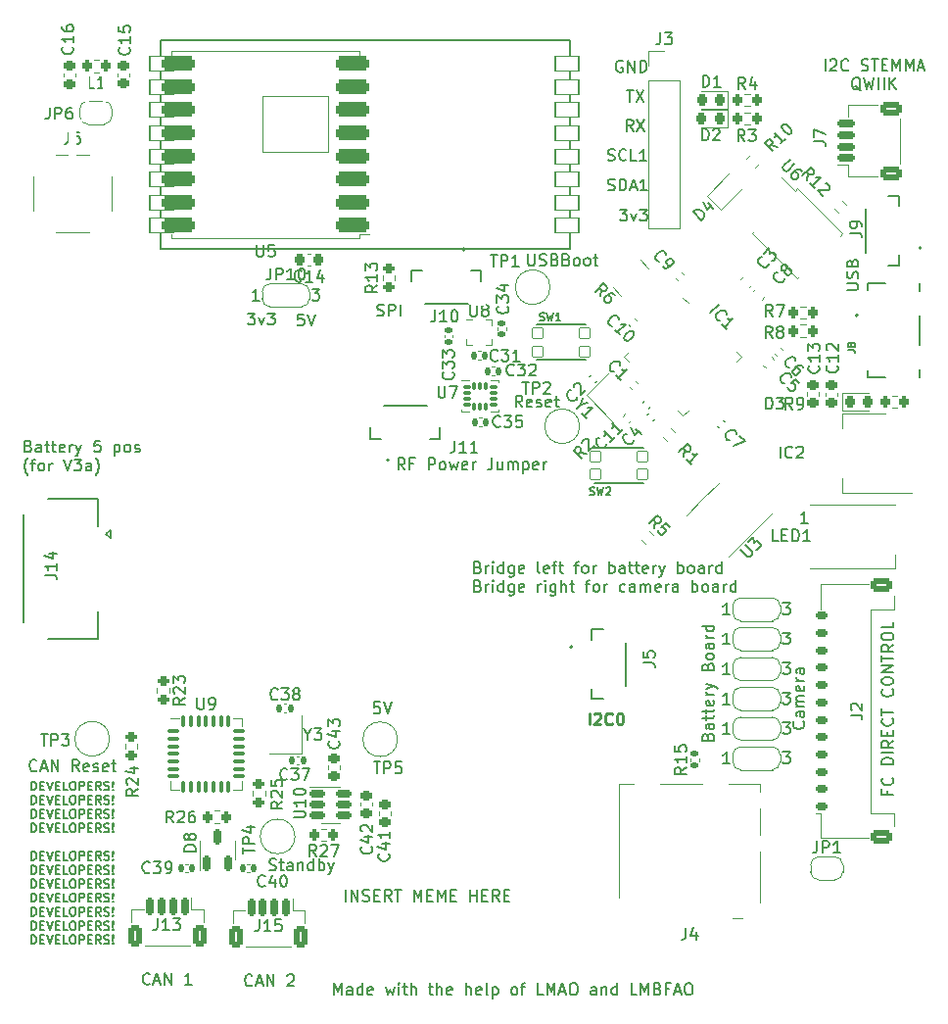
<source format=gbr>
%TF.GenerationSoftware,KiCad,Pcbnew,8.0.2-1*%
%TF.CreationDate,2024-05-28T17:53:56-07:00*%
%TF.ProjectId,flight_computer_dev_board_rfm98pw,666c6967-6874-45f6-936f-6d7075746572,rev?*%
%TF.SameCoordinates,Original*%
%TF.FileFunction,Legend,Top*%
%TF.FilePolarity,Positive*%
%FSLAX46Y46*%
G04 Gerber Fmt 4.6, Leading zero omitted, Abs format (unit mm)*
G04 Created by KiCad (PCBNEW 8.0.2-1) date 2024-05-28 17:53:56*
%MOMM*%
%LPD*%
G01*
G04 APERTURE LIST*
G04 Aperture macros list*
%AMRoundRect*
0 Rectangle with rounded corners*
0 $1 Rounding radius*
0 $2 $3 $4 $5 $6 $7 $8 $9 X,Y pos of 4 corners*
0 Add a 4 corners polygon primitive as box body*
4,1,4,$2,$3,$4,$5,$6,$7,$8,$9,$2,$3,0*
0 Add four circle primitives for the rounded corners*
1,1,$1+$1,$2,$3*
1,1,$1+$1,$4,$5*
1,1,$1+$1,$6,$7*
1,1,$1+$1,$8,$9*
0 Add four rect primitives between the rounded corners*
20,1,$1+$1,$2,$3,$4,$5,0*
20,1,$1+$1,$4,$5,$6,$7,0*
20,1,$1+$1,$6,$7,$8,$9,0*
20,1,$1+$1,$8,$9,$2,$3,0*%
%AMRotRect*
0 Rectangle, with rotation*
0 The origin of the aperture is its center*
0 $1 length*
0 $2 width*
0 $3 Rotation angle, in degrees counterclockwise*
0 Add horizontal line*
21,1,$1,$2,0,0,$3*%
%AMFreePoly0*
4,1,19,0.550000,-0.750000,0.000000,-0.750000,0.000000,-0.744911,-0.071157,-0.744911,-0.207708,-0.704816,-0.327430,-0.627875,-0.420627,-0.520320,-0.479746,-0.390866,-0.500000,-0.250000,-0.500000,0.250000,-0.479746,0.390866,-0.420627,0.520320,-0.327430,0.627875,-0.207708,0.704816,-0.071157,0.744911,0.000000,0.744911,0.000000,0.750000,0.550000,0.750000,0.550000,-0.750000,0.550000,-0.750000,
$1*%
%AMFreePoly1*
4,1,19,0.000000,0.744911,0.071157,0.744911,0.207708,0.704816,0.327430,0.627875,0.420627,0.520320,0.479746,0.390866,0.500000,0.250000,0.500000,-0.250000,0.479746,-0.390866,0.420627,-0.520320,0.327430,-0.627875,0.207708,-0.704816,0.071157,-0.744911,0.000000,-0.744911,0.000000,-0.750000,-0.550000,-0.750000,-0.550000,0.750000,0.000000,0.750000,0.000000,0.744911,0.000000,0.744911,
$1*%
%AMFreePoly2*
4,1,19,0.500000,-0.750000,0.000000,-0.750000,0.000000,-0.744911,-0.071157,-0.744911,-0.207708,-0.704816,-0.327430,-0.627875,-0.420627,-0.520320,-0.479746,-0.390866,-0.500000,-0.250000,-0.500000,0.250000,-0.479746,0.390866,-0.420627,0.520320,-0.327430,0.627875,-0.207708,0.704816,-0.071157,0.744911,0.000000,0.744911,0.000000,0.750000,0.500000,0.750000,0.500000,-0.750000,0.500000,-0.750000,
$1*%
%AMFreePoly3*
4,1,19,0.000000,0.744911,0.071157,0.744911,0.207708,0.704816,0.327430,0.627875,0.420627,0.520320,0.479746,0.390866,0.500000,0.250000,0.500000,-0.250000,0.479746,-0.390866,0.420627,-0.520320,0.327430,-0.627875,0.207708,-0.704816,0.071157,-0.744911,0.000000,-0.744911,0.000000,-0.750000,-0.500000,-0.750000,-0.500000,0.750000,0.000000,0.750000,0.000000,0.744911,0.000000,0.744911,
$1*%
G04 Aperture macros list end*
%ADD10C,0.150000*%
%ADD11C,0.250000*%
%ADD12C,0.146304*%
%ADD13C,0.120000*%
%ADD14C,0.127000*%
%ADD15C,0.200000*%
%ADD16C,0.203200*%
%ADD17C,0.500000*%
%ADD18C,0.000000*%
%ADD19C,0.010000*%
%ADD20FreePoly0,0.000000*%
%ADD21R,1.000000X1.500000*%
%ADD22FreePoly1,0.000000*%
%ADD23RoundRect,0.140000X-0.021213X0.219203X-0.219203X0.021213X0.021213X-0.219203X0.219203X-0.021213X0*%
%ADD24RoundRect,0.225000X0.250000X-0.225000X0.250000X0.225000X-0.250000X0.225000X-0.250000X-0.225000X0*%
%ADD25RoundRect,0.200000X-0.200000X-0.275000X0.200000X-0.275000X0.200000X0.275000X-0.200000X0.275000X0*%
%ADD26RoundRect,0.135000X0.185000X-0.135000X0.185000X0.135000X-0.185000X0.135000X-0.185000X-0.135000X0*%
%ADD27C,2.050000*%
%ADD28C,2.250000*%
%ADD29C,2.000000*%
%ADD30RoundRect,0.225000X-0.250000X0.225000X-0.250000X-0.225000X0.250000X-0.225000X0.250000X0.225000X0*%
%ADD31RoundRect,0.150000X0.150000X0.625000X-0.150000X0.625000X-0.150000X-0.625000X0.150000X-0.625000X0*%
%ADD32RoundRect,0.250000X0.350000X0.650000X-0.350000X0.650000X-0.350000X-0.650000X0.350000X-0.650000X0*%
%ADD33R,2.000000X1.500000*%
%ADD34R,2.000000X3.800000*%
%ADD35R,1.550000X0.600000*%
%ADD36R,1.800000X1.200000*%
%ADD37RoundRect,0.200000X-0.275000X0.200000X-0.275000X-0.200000X0.275000X-0.200000X0.275000X0.200000X0*%
%ADD38RoundRect,0.140000X0.021213X-0.219203X0.219203X-0.021213X-0.021213X0.219203X-0.219203X0.021213X0*%
%ADD39RoundRect,0.218750X0.218750X0.256250X-0.218750X0.256250X-0.218750X-0.256250X0.218750X-0.256250X0*%
%ADD40RotRect,0.800000X0.500000X135.000000*%
%ADD41RotRect,0.800000X0.400000X135.000000*%
%ADD42RoundRect,0.218750X-0.218750X-0.256250X0.218750X-0.256250X0.218750X0.256250X-0.218750X0.256250X0*%
%ADD43RoundRect,0.050800X-0.450000X-0.450000X0.450000X-0.450000X0.450000X0.450000X-0.450000X0.450000X0*%
%ADD44RoundRect,0.140000X-0.140000X-0.170000X0.140000X-0.170000X0.140000X0.170000X-0.140000X0.170000X0*%
%ADD45RoundRect,0.140000X-0.170000X0.140000X-0.170000X-0.140000X0.170000X-0.140000X0.170000X0.140000X0*%
%ADD46RoundRect,0.200000X0.200000X0.275000X-0.200000X0.275000X-0.200000X-0.275000X0.200000X-0.275000X0*%
%ADD47RoundRect,0.225000X0.017678X-0.335876X0.335876X-0.017678X-0.017678X0.335876X-0.335876X0.017678X0*%
%ADD48R,0.600000X1.550000*%
%ADD49R,1.200000X1.800000*%
%ADD50RoundRect,0.135000X-0.035355X0.226274X-0.226274X0.035355X0.035355X-0.226274X0.226274X-0.035355X0*%
%ADD51RotRect,1.150000X1.000000X315.000000*%
%ADD52RoundRect,0.140000X0.219203X0.021213X0.021213X0.219203X-0.219203X-0.021213X-0.021213X-0.219203X0*%
%ADD53RoundRect,0.140000X0.140000X0.170000X-0.140000X0.170000X-0.140000X-0.170000X0.140000X-0.170000X0*%
%ADD54FreePoly2,0.000000*%
%ADD55FreePoly3,0.000000*%
%ADD56R,1.000000X1.150000*%
%ADD57RoundRect,0.150000X-0.512500X-0.150000X0.512500X-0.150000X0.512500X0.150000X-0.512500X0.150000X0*%
%ADD58C,5.000000*%
%ADD59RoundRect,0.150000X0.150000X-0.512500X0.150000X0.512500X-0.150000X0.512500X-0.150000X-0.512500X0*%
%ADD60RoundRect,0.200000X0.335876X0.053033X0.053033X0.335876X-0.335876X-0.053033X-0.053033X-0.335876X0*%
%ADD61RoundRect,0.063500X1.000000X0.650000X-1.000000X0.650000X-1.000000X-0.650000X1.000000X-0.650000X0*%
%ADD62RoundRect,0.063500X2.849999X2.400000X-2.849999X2.400000X-2.849999X-2.400000X2.849999X-2.400000X0*%
%ADD63RoundRect,0.087500X-0.225000X-0.087500X0.225000X-0.087500X0.225000X0.087500X-0.225000X0.087500X0*%
%ADD64RoundRect,0.087500X-0.087500X-0.225000X0.087500X-0.225000X0.087500X0.225000X-0.087500X0.225000X0*%
%ADD65RoundRect,0.225000X-0.335876X-0.017678X-0.017678X-0.335876X0.335876X0.017678X0.017678X0.335876X0*%
%ADD66RoundRect,0.150000X-0.565685X0.353553X0.353553X-0.565685X0.565685X-0.353553X-0.353553X0.565685X0*%
%ADD67RoundRect,0.140000X-0.219203X-0.021213X-0.021213X-0.219203X0.219203X0.021213X0.021213X0.219203X0*%
%ADD68R,1.500000X0.900000*%
%ADD69RoundRect,0.125000X0.000000X-0.176777X0.176777X0.000000X0.000000X0.176777X-0.176777X0.000000X0*%
%ADD70R,0.850000X1.100000*%
%ADD71R,0.750000X1.100000*%
%ADD72R,1.200000X1.000000*%
%ADD73R,1.550000X1.350000*%
%ADD74R,1.900000X1.350000*%
%ADD75R,1.170000X1.800000*%
%ADD76RoundRect,0.150000X0.625000X-0.150000X0.625000X0.150000X-0.625000X0.150000X-0.625000X-0.150000X0*%
%ADD77RoundRect,0.250000X0.650000X-0.350000X0.650000X0.350000X-0.650000X0.350000X-0.650000X-0.350000X0*%
%ADD78RoundRect,0.200000X0.275000X-0.200000X0.275000X0.200000X-0.275000X0.200000X-0.275000X-0.200000X0*%
%ADD79RoundRect,0.050000X-0.309359X0.238649X0.238649X-0.309359X0.309359X-0.238649X-0.238649X0.309359X0*%
%ADD80RoundRect,0.050000X-0.309359X-0.238649X-0.238649X-0.309359X0.309359X0.238649X0.238649X0.309359X0*%
%ADD81RotRect,3.200000X3.200000X315.000000*%
%ADD82RoundRect,0.317500X1.157500X0.317500X-1.157500X0.317500X-1.157500X-0.317500X1.157500X-0.317500X0*%
%ADD83R,0.375000X0.350000*%
%ADD84R,0.350000X0.375000*%
%ADD85RoundRect,0.225000X0.225000X0.250000X-0.225000X0.250000X-0.225000X-0.250000X0.225000X-0.250000X0*%
%ADD86RoundRect,0.075000X-0.437500X-0.075000X0.437500X-0.075000X0.437500X0.075000X-0.437500X0.075000X0*%
%ADD87RoundRect,0.075000X-0.075000X-0.437500X0.075000X-0.437500X0.075000X0.437500X-0.075000X0.437500X0*%
%ADD88R,4.250000X4.250000*%
%ADD89RoundRect,0.150000X0.350000X-0.150000X0.350000X0.150000X-0.350000X0.150000X-0.350000X-0.150000X0*%
%ADD90RoundRect,0.250000X0.650000X-0.375000X0.650000X0.375000X-0.650000X0.375000X-0.650000X-0.375000X0*%
%ADD91RoundRect,0.200000X-0.335876X-0.053033X-0.053033X-0.335876X0.335876X0.053033X0.053033X0.335876X0*%
%ADD92RoundRect,0.150000X0.406586X0.618718X-0.618718X-0.406586X-0.406586X-0.618718X0.618718X0.406586X0*%
%ADD93RoundRect,0.200000X-0.053033X0.335876X-0.335876X0.053033X0.053033X-0.335876X0.335876X-0.053033X0*%
%ADD94R,1.380000X0.450000*%
%ADD95O,2.416000X1.208000*%
%ADD96R,2.100000X1.475000*%
%ADD97R,1.900000X1.375000*%
%ADD98R,1.700000X1.700000*%
%ADD99O,1.700000X1.700000*%
%ADD100C,1.000000*%
G04 APERTURE END LIST*
D10*
X168331541Y-81549819D02*
X168950588Y-81549819D01*
X168950588Y-81549819D02*
X168617255Y-81930771D01*
X168617255Y-81930771D02*
X168760112Y-81930771D01*
X168760112Y-81930771D02*
X168855350Y-81978390D01*
X168855350Y-81978390D02*
X168902969Y-82026009D01*
X168902969Y-82026009D02*
X168950588Y-82121247D01*
X168950588Y-82121247D02*
X168950588Y-82359342D01*
X168950588Y-82359342D02*
X168902969Y-82454580D01*
X168902969Y-82454580D02*
X168855350Y-82502200D01*
X168855350Y-82502200D02*
X168760112Y-82549819D01*
X168760112Y-82549819D02*
X168474398Y-82549819D01*
X168474398Y-82549819D02*
X168379160Y-82502200D01*
X168379160Y-82502200D02*
X168331541Y-82454580D01*
X169283922Y-81883152D02*
X169522017Y-82549819D01*
X169522017Y-82549819D02*
X169760112Y-81883152D01*
X170045827Y-81549819D02*
X170664874Y-81549819D01*
X170664874Y-81549819D02*
X170331541Y-81930771D01*
X170331541Y-81930771D02*
X170474398Y-81930771D01*
X170474398Y-81930771D02*
X170569636Y-81978390D01*
X170569636Y-81978390D02*
X170617255Y-82026009D01*
X170617255Y-82026009D02*
X170664874Y-82121247D01*
X170664874Y-82121247D02*
X170664874Y-82359342D01*
X170664874Y-82359342D02*
X170617255Y-82454580D01*
X170617255Y-82454580D02*
X170569636Y-82502200D01*
X170569636Y-82502200D02*
X170474398Y-82549819D01*
X170474398Y-82549819D02*
X170188684Y-82549819D01*
X170188684Y-82549819D02*
X170093446Y-82502200D01*
X170093446Y-82502200D02*
X170045827Y-82454580D01*
X149629255Y-122762376D02*
X149629255Y-122012376D01*
X149629255Y-122012376D02*
X149807826Y-122012376D01*
X149807826Y-122012376D02*
X149914969Y-122048090D01*
X149914969Y-122048090D02*
X149986398Y-122119519D01*
X149986398Y-122119519D02*
X150022112Y-122190947D01*
X150022112Y-122190947D02*
X150057826Y-122333804D01*
X150057826Y-122333804D02*
X150057826Y-122440947D01*
X150057826Y-122440947D02*
X150022112Y-122583804D01*
X150022112Y-122583804D02*
X149986398Y-122655233D01*
X149986398Y-122655233D02*
X149914969Y-122726662D01*
X149914969Y-122726662D02*
X149807826Y-122762376D01*
X149807826Y-122762376D02*
X149629255Y-122762376D01*
X150379255Y-122369519D02*
X150629255Y-122369519D01*
X150736398Y-122762376D02*
X150379255Y-122762376D01*
X150379255Y-122762376D02*
X150379255Y-122012376D01*
X150379255Y-122012376D02*
X150736398Y-122012376D01*
X150950683Y-122012376D02*
X151200683Y-122762376D01*
X151200683Y-122762376D02*
X151450683Y-122012376D01*
X151700683Y-122369519D02*
X151950683Y-122369519D01*
X152057826Y-122762376D02*
X151700683Y-122762376D01*
X151700683Y-122762376D02*
X151700683Y-122012376D01*
X151700683Y-122012376D02*
X152057826Y-122012376D01*
X152736397Y-122762376D02*
X152379254Y-122762376D01*
X152379254Y-122762376D02*
X152379254Y-122012376D01*
X153129254Y-122012376D02*
X153272111Y-122012376D01*
X153272111Y-122012376D02*
X153343540Y-122048090D01*
X153343540Y-122048090D02*
X153414968Y-122119519D01*
X153414968Y-122119519D02*
X153450683Y-122262376D01*
X153450683Y-122262376D02*
X153450683Y-122512376D01*
X153450683Y-122512376D02*
X153414968Y-122655233D01*
X153414968Y-122655233D02*
X153343540Y-122726662D01*
X153343540Y-122726662D02*
X153272111Y-122762376D01*
X153272111Y-122762376D02*
X153129254Y-122762376D01*
X153129254Y-122762376D02*
X153057826Y-122726662D01*
X153057826Y-122726662D02*
X152986397Y-122655233D01*
X152986397Y-122655233D02*
X152950683Y-122512376D01*
X152950683Y-122512376D02*
X152950683Y-122262376D01*
X152950683Y-122262376D02*
X152986397Y-122119519D01*
X152986397Y-122119519D02*
X153057826Y-122048090D01*
X153057826Y-122048090D02*
X153129254Y-122012376D01*
X153772111Y-122762376D02*
X153772111Y-122012376D01*
X153772111Y-122012376D02*
X154057825Y-122012376D01*
X154057825Y-122012376D02*
X154129254Y-122048090D01*
X154129254Y-122048090D02*
X154164968Y-122083804D01*
X154164968Y-122083804D02*
X154200682Y-122155233D01*
X154200682Y-122155233D02*
X154200682Y-122262376D01*
X154200682Y-122262376D02*
X154164968Y-122333804D01*
X154164968Y-122333804D02*
X154129254Y-122369519D01*
X154129254Y-122369519D02*
X154057825Y-122405233D01*
X154057825Y-122405233D02*
X153772111Y-122405233D01*
X154522111Y-122369519D02*
X154772111Y-122369519D01*
X154879254Y-122762376D02*
X154522111Y-122762376D01*
X154522111Y-122762376D02*
X154522111Y-122012376D01*
X154522111Y-122012376D02*
X154879254Y-122012376D01*
X155629253Y-122762376D02*
X155379253Y-122405233D01*
X155200682Y-122762376D02*
X155200682Y-122012376D01*
X155200682Y-122012376D02*
X155486396Y-122012376D01*
X155486396Y-122012376D02*
X155557825Y-122048090D01*
X155557825Y-122048090D02*
X155593539Y-122083804D01*
X155593539Y-122083804D02*
X155629253Y-122155233D01*
X155629253Y-122155233D02*
X155629253Y-122262376D01*
X155629253Y-122262376D02*
X155593539Y-122333804D01*
X155593539Y-122333804D02*
X155557825Y-122369519D01*
X155557825Y-122369519D02*
X155486396Y-122405233D01*
X155486396Y-122405233D02*
X155200682Y-122405233D01*
X155914968Y-122726662D02*
X156022111Y-122762376D01*
X156022111Y-122762376D02*
X156200682Y-122762376D01*
X156200682Y-122762376D02*
X156272111Y-122726662D01*
X156272111Y-122726662D02*
X156307825Y-122690947D01*
X156307825Y-122690947D02*
X156343539Y-122619519D01*
X156343539Y-122619519D02*
X156343539Y-122548090D01*
X156343539Y-122548090D02*
X156307825Y-122476662D01*
X156307825Y-122476662D02*
X156272111Y-122440947D01*
X156272111Y-122440947D02*
X156200682Y-122405233D01*
X156200682Y-122405233D02*
X156057825Y-122369519D01*
X156057825Y-122369519D02*
X155986396Y-122333804D01*
X155986396Y-122333804D02*
X155950682Y-122298090D01*
X155950682Y-122298090D02*
X155914968Y-122226662D01*
X155914968Y-122226662D02*
X155914968Y-122155233D01*
X155914968Y-122155233D02*
X155950682Y-122083804D01*
X155950682Y-122083804D02*
X155986396Y-122048090D01*
X155986396Y-122048090D02*
X156057825Y-122012376D01*
X156057825Y-122012376D02*
X156236396Y-122012376D01*
X156236396Y-122012376D02*
X156343539Y-122048090D01*
X156664968Y-122690947D02*
X156700682Y-122726662D01*
X156700682Y-122726662D02*
X156664968Y-122762376D01*
X156664968Y-122762376D02*
X156629254Y-122726662D01*
X156629254Y-122726662D02*
X156664968Y-122690947D01*
X156664968Y-122690947D02*
X156664968Y-122762376D01*
X156664968Y-122476662D02*
X156629254Y-122048090D01*
X156629254Y-122048090D02*
X156664968Y-122012376D01*
X156664968Y-122012376D02*
X156700682Y-122048090D01*
X156700682Y-122048090D02*
X156664968Y-122476662D01*
X156664968Y-122476662D02*
X156664968Y-122012376D01*
X149629255Y-123969834D02*
X149629255Y-123219834D01*
X149629255Y-123219834D02*
X149807826Y-123219834D01*
X149807826Y-123219834D02*
X149914969Y-123255548D01*
X149914969Y-123255548D02*
X149986398Y-123326977D01*
X149986398Y-123326977D02*
X150022112Y-123398405D01*
X150022112Y-123398405D02*
X150057826Y-123541262D01*
X150057826Y-123541262D02*
X150057826Y-123648405D01*
X150057826Y-123648405D02*
X150022112Y-123791262D01*
X150022112Y-123791262D02*
X149986398Y-123862691D01*
X149986398Y-123862691D02*
X149914969Y-123934120D01*
X149914969Y-123934120D02*
X149807826Y-123969834D01*
X149807826Y-123969834D02*
X149629255Y-123969834D01*
X150379255Y-123576977D02*
X150629255Y-123576977D01*
X150736398Y-123969834D02*
X150379255Y-123969834D01*
X150379255Y-123969834D02*
X150379255Y-123219834D01*
X150379255Y-123219834D02*
X150736398Y-123219834D01*
X150950683Y-123219834D02*
X151200683Y-123969834D01*
X151200683Y-123969834D02*
X151450683Y-123219834D01*
X151700683Y-123576977D02*
X151950683Y-123576977D01*
X152057826Y-123969834D02*
X151700683Y-123969834D01*
X151700683Y-123969834D02*
X151700683Y-123219834D01*
X151700683Y-123219834D02*
X152057826Y-123219834D01*
X152736397Y-123969834D02*
X152379254Y-123969834D01*
X152379254Y-123969834D02*
X152379254Y-123219834D01*
X153129254Y-123219834D02*
X153272111Y-123219834D01*
X153272111Y-123219834D02*
X153343540Y-123255548D01*
X153343540Y-123255548D02*
X153414968Y-123326977D01*
X153414968Y-123326977D02*
X153450683Y-123469834D01*
X153450683Y-123469834D02*
X153450683Y-123719834D01*
X153450683Y-123719834D02*
X153414968Y-123862691D01*
X153414968Y-123862691D02*
X153343540Y-123934120D01*
X153343540Y-123934120D02*
X153272111Y-123969834D01*
X153272111Y-123969834D02*
X153129254Y-123969834D01*
X153129254Y-123969834D02*
X153057826Y-123934120D01*
X153057826Y-123934120D02*
X152986397Y-123862691D01*
X152986397Y-123862691D02*
X152950683Y-123719834D01*
X152950683Y-123719834D02*
X152950683Y-123469834D01*
X152950683Y-123469834D02*
X152986397Y-123326977D01*
X152986397Y-123326977D02*
X153057826Y-123255548D01*
X153057826Y-123255548D02*
X153129254Y-123219834D01*
X153772111Y-123969834D02*
X153772111Y-123219834D01*
X153772111Y-123219834D02*
X154057825Y-123219834D01*
X154057825Y-123219834D02*
X154129254Y-123255548D01*
X154129254Y-123255548D02*
X154164968Y-123291262D01*
X154164968Y-123291262D02*
X154200682Y-123362691D01*
X154200682Y-123362691D02*
X154200682Y-123469834D01*
X154200682Y-123469834D02*
X154164968Y-123541262D01*
X154164968Y-123541262D02*
X154129254Y-123576977D01*
X154129254Y-123576977D02*
X154057825Y-123612691D01*
X154057825Y-123612691D02*
X153772111Y-123612691D01*
X154522111Y-123576977D02*
X154772111Y-123576977D01*
X154879254Y-123969834D02*
X154522111Y-123969834D01*
X154522111Y-123969834D02*
X154522111Y-123219834D01*
X154522111Y-123219834D02*
X154879254Y-123219834D01*
X155629253Y-123969834D02*
X155379253Y-123612691D01*
X155200682Y-123969834D02*
X155200682Y-123219834D01*
X155200682Y-123219834D02*
X155486396Y-123219834D01*
X155486396Y-123219834D02*
X155557825Y-123255548D01*
X155557825Y-123255548D02*
X155593539Y-123291262D01*
X155593539Y-123291262D02*
X155629253Y-123362691D01*
X155629253Y-123362691D02*
X155629253Y-123469834D01*
X155629253Y-123469834D02*
X155593539Y-123541262D01*
X155593539Y-123541262D02*
X155557825Y-123576977D01*
X155557825Y-123576977D02*
X155486396Y-123612691D01*
X155486396Y-123612691D02*
X155200682Y-123612691D01*
X155914968Y-123934120D02*
X156022111Y-123969834D01*
X156022111Y-123969834D02*
X156200682Y-123969834D01*
X156200682Y-123969834D02*
X156272111Y-123934120D01*
X156272111Y-123934120D02*
X156307825Y-123898405D01*
X156307825Y-123898405D02*
X156343539Y-123826977D01*
X156343539Y-123826977D02*
X156343539Y-123755548D01*
X156343539Y-123755548D02*
X156307825Y-123684120D01*
X156307825Y-123684120D02*
X156272111Y-123648405D01*
X156272111Y-123648405D02*
X156200682Y-123612691D01*
X156200682Y-123612691D02*
X156057825Y-123576977D01*
X156057825Y-123576977D02*
X155986396Y-123541262D01*
X155986396Y-123541262D02*
X155950682Y-123505548D01*
X155950682Y-123505548D02*
X155914968Y-123434120D01*
X155914968Y-123434120D02*
X155914968Y-123362691D01*
X155914968Y-123362691D02*
X155950682Y-123291262D01*
X155950682Y-123291262D02*
X155986396Y-123255548D01*
X155986396Y-123255548D02*
X156057825Y-123219834D01*
X156057825Y-123219834D02*
X156236396Y-123219834D01*
X156236396Y-123219834D02*
X156343539Y-123255548D01*
X156664968Y-123898405D02*
X156700682Y-123934120D01*
X156700682Y-123934120D02*
X156664968Y-123969834D01*
X156664968Y-123969834D02*
X156629254Y-123934120D01*
X156629254Y-123934120D02*
X156664968Y-123898405D01*
X156664968Y-123898405D02*
X156664968Y-123969834D01*
X156664968Y-123684120D02*
X156629254Y-123255548D01*
X156629254Y-123255548D02*
X156664968Y-123219834D01*
X156664968Y-123219834D02*
X156700682Y-123255548D01*
X156700682Y-123255548D02*
X156664968Y-123684120D01*
X156664968Y-123684120D02*
X156664968Y-123219834D01*
X149629255Y-125177292D02*
X149629255Y-124427292D01*
X149629255Y-124427292D02*
X149807826Y-124427292D01*
X149807826Y-124427292D02*
X149914969Y-124463006D01*
X149914969Y-124463006D02*
X149986398Y-124534435D01*
X149986398Y-124534435D02*
X150022112Y-124605863D01*
X150022112Y-124605863D02*
X150057826Y-124748720D01*
X150057826Y-124748720D02*
X150057826Y-124855863D01*
X150057826Y-124855863D02*
X150022112Y-124998720D01*
X150022112Y-124998720D02*
X149986398Y-125070149D01*
X149986398Y-125070149D02*
X149914969Y-125141578D01*
X149914969Y-125141578D02*
X149807826Y-125177292D01*
X149807826Y-125177292D02*
X149629255Y-125177292D01*
X150379255Y-124784435D02*
X150629255Y-124784435D01*
X150736398Y-125177292D02*
X150379255Y-125177292D01*
X150379255Y-125177292D02*
X150379255Y-124427292D01*
X150379255Y-124427292D02*
X150736398Y-124427292D01*
X150950683Y-124427292D02*
X151200683Y-125177292D01*
X151200683Y-125177292D02*
X151450683Y-124427292D01*
X151700683Y-124784435D02*
X151950683Y-124784435D01*
X152057826Y-125177292D02*
X151700683Y-125177292D01*
X151700683Y-125177292D02*
X151700683Y-124427292D01*
X151700683Y-124427292D02*
X152057826Y-124427292D01*
X152736397Y-125177292D02*
X152379254Y-125177292D01*
X152379254Y-125177292D02*
X152379254Y-124427292D01*
X153129254Y-124427292D02*
X153272111Y-124427292D01*
X153272111Y-124427292D02*
X153343540Y-124463006D01*
X153343540Y-124463006D02*
X153414968Y-124534435D01*
X153414968Y-124534435D02*
X153450683Y-124677292D01*
X153450683Y-124677292D02*
X153450683Y-124927292D01*
X153450683Y-124927292D02*
X153414968Y-125070149D01*
X153414968Y-125070149D02*
X153343540Y-125141578D01*
X153343540Y-125141578D02*
X153272111Y-125177292D01*
X153272111Y-125177292D02*
X153129254Y-125177292D01*
X153129254Y-125177292D02*
X153057826Y-125141578D01*
X153057826Y-125141578D02*
X152986397Y-125070149D01*
X152986397Y-125070149D02*
X152950683Y-124927292D01*
X152950683Y-124927292D02*
X152950683Y-124677292D01*
X152950683Y-124677292D02*
X152986397Y-124534435D01*
X152986397Y-124534435D02*
X153057826Y-124463006D01*
X153057826Y-124463006D02*
X153129254Y-124427292D01*
X153772111Y-125177292D02*
X153772111Y-124427292D01*
X153772111Y-124427292D02*
X154057825Y-124427292D01*
X154057825Y-124427292D02*
X154129254Y-124463006D01*
X154129254Y-124463006D02*
X154164968Y-124498720D01*
X154164968Y-124498720D02*
X154200682Y-124570149D01*
X154200682Y-124570149D02*
X154200682Y-124677292D01*
X154200682Y-124677292D02*
X154164968Y-124748720D01*
X154164968Y-124748720D02*
X154129254Y-124784435D01*
X154129254Y-124784435D02*
X154057825Y-124820149D01*
X154057825Y-124820149D02*
X153772111Y-124820149D01*
X154522111Y-124784435D02*
X154772111Y-124784435D01*
X154879254Y-125177292D02*
X154522111Y-125177292D01*
X154522111Y-125177292D02*
X154522111Y-124427292D01*
X154522111Y-124427292D02*
X154879254Y-124427292D01*
X155629253Y-125177292D02*
X155379253Y-124820149D01*
X155200682Y-125177292D02*
X155200682Y-124427292D01*
X155200682Y-124427292D02*
X155486396Y-124427292D01*
X155486396Y-124427292D02*
X155557825Y-124463006D01*
X155557825Y-124463006D02*
X155593539Y-124498720D01*
X155593539Y-124498720D02*
X155629253Y-124570149D01*
X155629253Y-124570149D02*
X155629253Y-124677292D01*
X155629253Y-124677292D02*
X155593539Y-124748720D01*
X155593539Y-124748720D02*
X155557825Y-124784435D01*
X155557825Y-124784435D02*
X155486396Y-124820149D01*
X155486396Y-124820149D02*
X155200682Y-124820149D01*
X155914968Y-125141578D02*
X156022111Y-125177292D01*
X156022111Y-125177292D02*
X156200682Y-125177292D01*
X156200682Y-125177292D02*
X156272111Y-125141578D01*
X156272111Y-125141578D02*
X156307825Y-125105863D01*
X156307825Y-125105863D02*
X156343539Y-125034435D01*
X156343539Y-125034435D02*
X156343539Y-124963006D01*
X156343539Y-124963006D02*
X156307825Y-124891578D01*
X156307825Y-124891578D02*
X156272111Y-124855863D01*
X156272111Y-124855863D02*
X156200682Y-124820149D01*
X156200682Y-124820149D02*
X156057825Y-124784435D01*
X156057825Y-124784435D02*
X155986396Y-124748720D01*
X155986396Y-124748720D02*
X155950682Y-124713006D01*
X155950682Y-124713006D02*
X155914968Y-124641578D01*
X155914968Y-124641578D02*
X155914968Y-124570149D01*
X155914968Y-124570149D02*
X155950682Y-124498720D01*
X155950682Y-124498720D02*
X155986396Y-124463006D01*
X155986396Y-124463006D02*
X156057825Y-124427292D01*
X156057825Y-124427292D02*
X156236396Y-124427292D01*
X156236396Y-124427292D02*
X156343539Y-124463006D01*
X156664968Y-125105863D02*
X156700682Y-125141578D01*
X156700682Y-125141578D02*
X156664968Y-125177292D01*
X156664968Y-125177292D02*
X156629254Y-125141578D01*
X156629254Y-125141578D02*
X156664968Y-125105863D01*
X156664968Y-125105863D02*
X156664968Y-125177292D01*
X156664968Y-124891578D02*
X156629254Y-124463006D01*
X156629254Y-124463006D02*
X156664968Y-124427292D01*
X156664968Y-124427292D02*
X156700682Y-124463006D01*
X156700682Y-124463006D02*
X156664968Y-124891578D01*
X156664968Y-124891578D02*
X156664968Y-124427292D01*
X149629255Y-126384750D02*
X149629255Y-125634750D01*
X149629255Y-125634750D02*
X149807826Y-125634750D01*
X149807826Y-125634750D02*
X149914969Y-125670464D01*
X149914969Y-125670464D02*
X149986398Y-125741893D01*
X149986398Y-125741893D02*
X150022112Y-125813321D01*
X150022112Y-125813321D02*
X150057826Y-125956178D01*
X150057826Y-125956178D02*
X150057826Y-126063321D01*
X150057826Y-126063321D02*
X150022112Y-126206178D01*
X150022112Y-126206178D02*
X149986398Y-126277607D01*
X149986398Y-126277607D02*
X149914969Y-126349036D01*
X149914969Y-126349036D02*
X149807826Y-126384750D01*
X149807826Y-126384750D02*
X149629255Y-126384750D01*
X150379255Y-125991893D02*
X150629255Y-125991893D01*
X150736398Y-126384750D02*
X150379255Y-126384750D01*
X150379255Y-126384750D02*
X150379255Y-125634750D01*
X150379255Y-125634750D02*
X150736398Y-125634750D01*
X150950683Y-125634750D02*
X151200683Y-126384750D01*
X151200683Y-126384750D02*
X151450683Y-125634750D01*
X151700683Y-125991893D02*
X151950683Y-125991893D01*
X152057826Y-126384750D02*
X151700683Y-126384750D01*
X151700683Y-126384750D02*
X151700683Y-125634750D01*
X151700683Y-125634750D02*
X152057826Y-125634750D01*
X152736397Y-126384750D02*
X152379254Y-126384750D01*
X152379254Y-126384750D02*
X152379254Y-125634750D01*
X153129254Y-125634750D02*
X153272111Y-125634750D01*
X153272111Y-125634750D02*
X153343540Y-125670464D01*
X153343540Y-125670464D02*
X153414968Y-125741893D01*
X153414968Y-125741893D02*
X153450683Y-125884750D01*
X153450683Y-125884750D02*
X153450683Y-126134750D01*
X153450683Y-126134750D02*
X153414968Y-126277607D01*
X153414968Y-126277607D02*
X153343540Y-126349036D01*
X153343540Y-126349036D02*
X153272111Y-126384750D01*
X153272111Y-126384750D02*
X153129254Y-126384750D01*
X153129254Y-126384750D02*
X153057826Y-126349036D01*
X153057826Y-126349036D02*
X152986397Y-126277607D01*
X152986397Y-126277607D02*
X152950683Y-126134750D01*
X152950683Y-126134750D02*
X152950683Y-125884750D01*
X152950683Y-125884750D02*
X152986397Y-125741893D01*
X152986397Y-125741893D02*
X153057826Y-125670464D01*
X153057826Y-125670464D02*
X153129254Y-125634750D01*
X153772111Y-126384750D02*
X153772111Y-125634750D01*
X153772111Y-125634750D02*
X154057825Y-125634750D01*
X154057825Y-125634750D02*
X154129254Y-125670464D01*
X154129254Y-125670464D02*
X154164968Y-125706178D01*
X154164968Y-125706178D02*
X154200682Y-125777607D01*
X154200682Y-125777607D02*
X154200682Y-125884750D01*
X154200682Y-125884750D02*
X154164968Y-125956178D01*
X154164968Y-125956178D02*
X154129254Y-125991893D01*
X154129254Y-125991893D02*
X154057825Y-126027607D01*
X154057825Y-126027607D02*
X153772111Y-126027607D01*
X154522111Y-125991893D02*
X154772111Y-125991893D01*
X154879254Y-126384750D02*
X154522111Y-126384750D01*
X154522111Y-126384750D02*
X154522111Y-125634750D01*
X154522111Y-125634750D02*
X154879254Y-125634750D01*
X155629253Y-126384750D02*
X155379253Y-126027607D01*
X155200682Y-126384750D02*
X155200682Y-125634750D01*
X155200682Y-125634750D02*
X155486396Y-125634750D01*
X155486396Y-125634750D02*
X155557825Y-125670464D01*
X155557825Y-125670464D02*
X155593539Y-125706178D01*
X155593539Y-125706178D02*
X155629253Y-125777607D01*
X155629253Y-125777607D02*
X155629253Y-125884750D01*
X155629253Y-125884750D02*
X155593539Y-125956178D01*
X155593539Y-125956178D02*
X155557825Y-125991893D01*
X155557825Y-125991893D02*
X155486396Y-126027607D01*
X155486396Y-126027607D02*
X155200682Y-126027607D01*
X155914968Y-126349036D02*
X156022111Y-126384750D01*
X156022111Y-126384750D02*
X156200682Y-126384750D01*
X156200682Y-126384750D02*
X156272111Y-126349036D01*
X156272111Y-126349036D02*
X156307825Y-126313321D01*
X156307825Y-126313321D02*
X156343539Y-126241893D01*
X156343539Y-126241893D02*
X156343539Y-126170464D01*
X156343539Y-126170464D02*
X156307825Y-126099036D01*
X156307825Y-126099036D02*
X156272111Y-126063321D01*
X156272111Y-126063321D02*
X156200682Y-126027607D01*
X156200682Y-126027607D02*
X156057825Y-125991893D01*
X156057825Y-125991893D02*
X155986396Y-125956178D01*
X155986396Y-125956178D02*
X155950682Y-125920464D01*
X155950682Y-125920464D02*
X155914968Y-125849036D01*
X155914968Y-125849036D02*
X155914968Y-125777607D01*
X155914968Y-125777607D02*
X155950682Y-125706178D01*
X155950682Y-125706178D02*
X155986396Y-125670464D01*
X155986396Y-125670464D02*
X156057825Y-125634750D01*
X156057825Y-125634750D02*
X156236396Y-125634750D01*
X156236396Y-125634750D02*
X156343539Y-125670464D01*
X156664968Y-126313321D02*
X156700682Y-126349036D01*
X156700682Y-126349036D02*
X156664968Y-126384750D01*
X156664968Y-126384750D02*
X156629254Y-126349036D01*
X156629254Y-126349036D02*
X156664968Y-126313321D01*
X156664968Y-126313321D02*
X156664968Y-126384750D01*
X156664968Y-126099036D02*
X156629254Y-125670464D01*
X156629254Y-125670464D02*
X156664968Y-125634750D01*
X156664968Y-125634750D02*
X156700682Y-125670464D01*
X156700682Y-125670464D02*
X156664968Y-126099036D01*
X156664968Y-126099036D02*
X156664968Y-125634750D01*
X149629255Y-128799666D02*
X149629255Y-128049666D01*
X149629255Y-128049666D02*
X149807826Y-128049666D01*
X149807826Y-128049666D02*
X149914969Y-128085380D01*
X149914969Y-128085380D02*
X149986398Y-128156809D01*
X149986398Y-128156809D02*
X150022112Y-128228237D01*
X150022112Y-128228237D02*
X150057826Y-128371094D01*
X150057826Y-128371094D02*
X150057826Y-128478237D01*
X150057826Y-128478237D02*
X150022112Y-128621094D01*
X150022112Y-128621094D02*
X149986398Y-128692523D01*
X149986398Y-128692523D02*
X149914969Y-128763952D01*
X149914969Y-128763952D02*
X149807826Y-128799666D01*
X149807826Y-128799666D02*
X149629255Y-128799666D01*
X150379255Y-128406809D02*
X150629255Y-128406809D01*
X150736398Y-128799666D02*
X150379255Y-128799666D01*
X150379255Y-128799666D02*
X150379255Y-128049666D01*
X150379255Y-128049666D02*
X150736398Y-128049666D01*
X150950683Y-128049666D02*
X151200683Y-128799666D01*
X151200683Y-128799666D02*
X151450683Y-128049666D01*
X151700683Y-128406809D02*
X151950683Y-128406809D01*
X152057826Y-128799666D02*
X151700683Y-128799666D01*
X151700683Y-128799666D02*
X151700683Y-128049666D01*
X151700683Y-128049666D02*
X152057826Y-128049666D01*
X152736397Y-128799666D02*
X152379254Y-128799666D01*
X152379254Y-128799666D02*
X152379254Y-128049666D01*
X153129254Y-128049666D02*
X153272111Y-128049666D01*
X153272111Y-128049666D02*
X153343540Y-128085380D01*
X153343540Y-128085380D02*
X153414968Y-128156809D01*
X153414968Y-128156809D02*
X153450683Y-128299666D01*
X153450683Y-128299666D02*
X153450683Y-128549666D01*
X153450683Y-128549666D02*
X153414968Y-128692523D01*
X153414968Y-128692523D02*
X153343540Y-128763952D01*
X153343540Y-128763952D02*
X153272111Y-128799666D01*
X153272111Y-128799666D02*
X153129254Y-128799666D01*
X153129254Y-128799666D02*
X153057826Y-128763952D01*
X153057826Y-128763952D02*
X152986397Y-128692523D01*
X152986397Y-128692523D02*
X152950683Y-128549666D01*
X152950683Y-128549666D02*
X152950683Y-128299666D01*
X152950683Y-128299666D02*
X152986397Y-128156809D01*
X152986397Y-128156809D02*
X153057826Y-128085380D01*
X153057826Y-128085380D02*
X153129254Y-128049666D01*
X153772111Y-128799666D02*
X153772111Y-128049666D01*
X153772111Y-128049666D02*
X154057825Y-128049666D01*
X154057825Y-128049666D02*
X154129254Y-128085380D01*
X154129254Y-128085380D02*
X154164968Y-128121094D01*
X154164968Y-128121094D02*
X154200682Y-128192523D01*
X154200682Y-128192523D02*
X154200682Y-128299666D01*
X154200682Y-128299666D02*
X154164968Y-128371094D01*
X154164968Y-128371094D02*
X154129254Y-128406809D01*
X154129254Y-128406809D02*
X154057825Y-128442523D01*
X154057825Y-128442523D02*
X153772111Y-128442523D01*
X154522111Y-128406809D02*
X154772111Y-128406809D01*
X154879254Y-128799666D02*
X154522111Y-128799666D01*
X154522111Y-128799666D02*
X154522111Y-128049666D01*
X154522111Y-128049666D02*
X154879254Y-128049666D01*
X155629253Y-128799666D02*
X155379253Y-128442523D01*
X155200682Y-128799666D02*
X155200682Y-128049666D01*
X155200682Y-128049666D02*
X155486396Y-128049666D01*
X155486396Y-128049666D02*
X155557825Y-128085380D01*
X155557825Y-128085380D02*
X155593539Y-128121094D01*
X155593539Y-128121094D02*
X155629253Y-128192523D01*
X155629253Y-128192523D02*
X155629253Y-128299666D01*
X155629253Y-128299666D02*
X155593539Y-128371094D01*
X155593539Y-128371094D02*
X155557825Y-128406809D01*
X155557825Y-128406809D02*
X155486396Y-128442523D01*
X155486396Y-128442523D02*
X155200682Y-128442523D01*
X155914968Y-128763952D02*
X156022111Y-128799666D01*
X156022111Y-128799666D02*
X156200682Y-128799666D01*
X156200682Y-128799666D02*
X156272111Y-128763952D01*
X156272111Y-128763952D02*
X156307825Y-128728237D01*
X156307825Y-128728237D02*
X156343539Y-128656809D01*
X156343539Y-128656809D02*
X156343539Y-128585380D01*
X156343539Y-128585380D02*
X156307825Y-128513952D01*
X156307825Y-128513952D02*
X156272111Y-128478237D01*
X156272111Y-128478237D02*
X156200682Y-128442523D01*
X156200682Y-128442523D02*
X156057825Y-128406809D01*
X156057825Y-128406809D02*
X155986396Y-128371094D01*
X155986396Y-128371094D02*
X155950682Y-128335380D01*
X155950682Y-128335380D02*
X155914968Y-128263952D01*
X155914968Y-128263952D02*
X155914968Y-128192523D01*
X155914968Y-128192523D02*
X155950682Y-128121094D01*
X155950682Y-128121094D02*
X155986396Y-128085380D01*
X155986396Y-128085380D02*
X156057825Y-128049666D01*
X156057825Y-128049666D02*
X156236396Y-128049666D01*
X156236396Y-128049666D02*
X156343539Y-128085380D01*
X156664968Y-128728237D02*
X156700682Y-128763952D01*
X156700682Y-128763952D02*
X156664968Y-128799666D01*
X156664968Y-128799666D02*
X156629254Y-128763952D01*
X156629254Y-128763952D02*
X156664968Y-128728237D01*
X156664968Y-128728237D02*
X156664968Y-128799666D01*
X156664968Y-128513952D02*
X156629254Y-128085380D01*
X156629254Y-128085380D02*
X156664968Y-128049666D01*
X156664968Y-128049666D02*
X156700682Y-128085380D01*
X156700682Y-128085380D02*
X156664968Y-128513952D01*
X156664968Y-128513952D02*
X156664968Y-128049666D01*
X149629255Y-130007124D02*
X149629255Y-129257124D01*
X149629255Y-129257124D02*
X149807826Y-129257124D01*
X149807826Y-129257124D02*
X149914969Y-129292838D01*
X149914969Y-129292838D02*
X149986398Y-129364267D01*
X149986398Y-129364267D02*
X150022112Y-129435695D01*
X150022112Y-129435695D02*
X150057826Y-129578552D01*
X150057826Y-129578552D02*
X150057826Y-129685695D01*
X150057826Y-129685695D02*
X150022112Y-129828552D01*
X150022112Y-129828552D02*
X149986398Y-129899981D01*
X149986398Y-129899981D02*
X149914969Y-129971410D01*
X149914969Y-129971410D02*
X149807826Y-130007124D01*
X149807826Y-130007124D02*
X149629255Y-130007124D01*
X150379255Y-129614267D02*
X150629255Y-129614267D01*
X150736398Y-130007124D02*
X150379255Y-130007124D01*
X150379255Y-130007124D02*
X150379255Y-129257124D01*
X150379255Y-129257124D02*
X150736398Y-129257124D01*
X150950683Y-129257124D02*
X151200683Y-130007124D01*
X151200683Y-130007124D02*
X151450683Y-129257124D01*
X151700683Y-129614267D02*
X151950683Y-129614267D01*
X152057826Y-130007124D02*
X151700683Y-130007124D01*
X151700683Y-130007124D02*
X151700683Y-129257124D01*
X151700683Y-129257124D02*
X152057826Y-129257124D01*
X152736397Y-130007124D02*
X152379254Y-130007124D01*
X152379254Y-130007124D02*
X152379254Y-129257124D01*
X153129254Y-129257124D02*
X153272111Y-129257124D01*
X153272111Y-129257124D02*
X153343540Y-129292838D01*
X153343540Y-129292838D02*
X153414968Y-129364267D01*
X153414968Y-129364267D02*
X153450683Y-129507124D01*
X153450683Y-129507124D02*
X153450683Y-129757124D01*
X153450683Y-129757124D02*
X153414968Y-129899981D01*
X153414968Y-129899981D02*
X153343540Y-129971410D01*
X153343540Y-129971410D02*
X153272111Y-130007124D01*
X153272111Y-130007124D02*
X153129254Y-130007124D01*
X153129254Y-130007124D02*
X153057826Y-129971410D01*
X153057826Y-129971410D02*
X152986397Y-129899981D01*
X152986397Y-129899981D02*
X152950683Y-129757124D01*
X152950683Y-129757124D02*
X152950683Y-129507124D01*
X152950683Y-129507124D02*
X152986397Y-129364267D01*
X152986397Y-129364267D02*
X153057826Y-129292838D01*
X153057826Y-129292838D02*
X153129254Y-129257124D01*
X153772111Y-130007124D02*
X153772111Y-129257124D01*
X153772111Y-129257124D02*
X154057825Y-129257124D01*
X154057825Y-129257124D02*
X154129254Y-129292838D01*
X154129254Y-129292838D02*
X154164968Y-129328552D01*
X154164968Y-129328552D02*
X154200682Y-129399981D01*
X154200682Y-129399981D02*
X154200682Y-129507124D01*
X154200682Y-129507124D02*
X154164968Y-129578552D01*
X154164968Y-129578552D02*
X154129254Y-129614267D01*
X154129254Y-129614267D02*
X154057825Y-129649981D01*
X154057825Y-129649981D02*
X153772111Y-129649981D01*
X154522111Y-129614267D02*
X154772111Y-129614267D01*
X154879254Y-130007124D02*
X154522111Y-130007124D01*
X154522111Y-130007124D02*
X154522111Y-129257124D01*
X154522111Y-129257124D02*
X154879254Y-129257124D01*
X155629253Y-130007124D02*
X155379253Y-129649981D01*
X155200682Y-130007124D02*
X155200682Y-129257124D01*
X155200682Y-129257124D02*
X155486396Y-129257124D01*
X155486396Y-129257124D02*
X155557825Y-129292838D01*
X155557825Y-129292838D02*
X155593539Y-129328552D01*
X155593539Y-129328552D02*
X155629253Y-129399981D01*
X155629253Y-129399981D02*
X155629253Y-129507124D01*
X155629253Y-129507124D02*
X155593539Y-129578552D01*
X155593539Y-129578552D02*
X155557825Y-129614267D01*
X155557825Y-129614267D02*
X155486396Y-129649981D01*
X155486396Y-129649981D02*
X155200682Y-129649981D01*
X155914968Y-129971410D02*
X156022111Y-130007124D01*
X156022111Y-130007124D02*
X156200682Y-130007124D01*
X156200682Y-130007124D02*
X156272111Y-129971410D01*
X156272111Y-129971410D02*
X156307825Y-129935695D01*
X156307825Y-129935695D02*
X156343539Y-129864267D01*
X156343539Y-129864267D02*
X156343539Y-129792838D01*
X156343539Y-129792838D02*
X156307825Y-129721410D01*
X156307825Y-129721410D02*
X156272111Y-129685695D01*
X156272111Y-129685695D02*
X156200682Y-129649981D01*
X156200682Y-129649981D02*
X156057825Y-129614267D01*
X156057825Y-129614267D02*
X155986396Y-129578552D01*
X155986396Y-129578552D02*
X155950682Y-129542838D01*
X155950682Y-129542838D02*
X155914968Y-129471410D01*
X155914968Y-129471410D02*
X155914968Y-129399981D01*
X155914968Y-129399981D02*
X155950682Y-129328552D01*
X155950682Y-129328552D02*
X155986396Y-129292838D01*
X155986396Y-129292838D02*
X156057825Y-129257124D01*
X156057825Y-129257124D02*
X156236396Y-129257124D01*
X156236396Y-129257124D02*
X156343539Y-129292838D01*
X156664968Y-129935695D02*
X156700682Y-129971410D01*
X156700682Y-129971410D02*
X156664968Y-130007124D01*
X156664968Y-130007124D02*
X156629254Y-129971410D01*
X156629254Y-129971410D02*
X156664968Y-129935695D01*
X156664968Y-129935695D02*
X156664968Y-130007124D01*
X156664968Y-129721410D02*
X156629254Y-129292838D01*
X156629254Y-129292838D02*
X156664968Y-129257124D01*
X156664968Y-129257124D02*
X156700682Y-129292838D01*
X156700682Y-129292838D02*
X156664968Y-129721410D01*
X156664968Y-129721410D02*
X156664968Y-129257124D01*
X149629255Y-131214582D02*
X149629255Y-130464582D01*
X149629255Y-130464582D02*
X149807826Y-130464582D01*
X149807826Y-130464582D02*
X149914969Y-130500296D01*
X149914969Y-130500296D02*
X149986398Y-130571725D01*
X149986398Y-130571725D02*
X150022112Y-130643153D01*
X150022112Y-130643153D02*
X150057826Y-130786010D01*
X150057826Y-130786010D02*
X150057826Y-130893153D01*
X150057826Y-130893153D02*
X150022112Y-131036010D01*
X150022112Y-131036010D02*
X149986398Y-131107439D01*
X149986398Y-131107439D02*
X149914969Y-131178868D01*
X149914969Y-131178868D02*
X149807826Y-131214582D01*
X149807826Y-131214582D02*
X149629255Y-131214582D01*
X150379255Y-130821725D02*
X150629255Y-130821725D01*
X150736398Y-131214582D02*
X150379255Y-131214582D01*
X150379255Y-131214582D02*
X150379255Y-130464582D01*
X150379255Y-130464582D02*
X150736398Y-130464582D01*
X150950683Y-130464582D02*
X151200683Y-131214582D01*
X151200683Y-131214582D02*
X151450683Y-130464582D01*
X151700683Y-130821725D02*
X151950683Y-130821725D01*
X152057826Y-131214582D02*
X151700683Y-131214582D01*
X151700683Y-131214582D02*
X151700683Y-130464582D01*
X151700683Y-130464582D02*
X152057826Y-130464582D01*
X152736397Y-131214582D02*
X152379254Y-131214582D01*
X152379254Y-131214582D02*
X152379254Y-130464582D01*
X153129254Y-130464582D02*
X153272111Y-130464582D01*
X153272111Y-130464582D02*
X153343540Y-130500296D01*
X153343540Y-130500296D02*
X153414968Y-130571725D01*
X153414968Y-130571725D02*
X153450683Y-130714582D01*
X153450683Y-130714582D02*
X153450683Y-130964582D01*
X153450683Y-130964582D02*
X153414968Y-131107439D01*
X153414968Y-131107439D02*
X153343540Y-131178868D01*
X153343540Y-131178868D02*
X153272111Y-131214582D01*
X153272111Y-131214582D02*
X153129254Y-131214582D01*
X153129254Y-131214582D02*
X153057826Y-131178868D01*
X153057826Y-131178868D02*
X152986397Y-131107439D01*
X152986397Y-131107439D02*
X152950683Y-130964582D01*
X152950683Y-130964582D02*
X152950683Y-130714582D01*
X152950683Y-130714582D02*
X152986397Y-130571725D01*
X152986397Y-130571725D02*
X153057826Y-130500296D01*
X153057826Y-130500296D02*
X153129254Y-130464582D01*
X153772111Y-131214582D02*
X153772111Y-130464582D01*
X153772111Y-130464582D02*
X154057825Y-130464582D01*
X154057825Y-130464582D02*
X154129254Y-130500296D01*
X154129254Y-130500296D02*
X154164968Y-130536010D01*
X154164968Y-130536010D02*
X154200682Y-130607439D01*
X154200682Y-130607439D02*
X154200682Y-130714582D01*
X154200682Y-130714582D02*
X154164968Y-130786010D01*
X154164968Y-130786010D02*
X154129254Y-130821725D01*
X154129254Y-130821725D02*
X154057825Y-130857439D01*
X154057825Y-130857439D02*
X153772111Y-130857439D01*
X154522111Y-130821725D02*
X154772111Y-130821725D01*
X154879254Y-131214582D02*
X154522111Y-131214582D01*
X154522111Y-131214582D02*
X154522111Y-130464582D01*
X154522111Y-130464582D02*
X154879254Y-130464582D01*
X155629253Y-131214582D02*
X155379253Y-130857439D01*
X155200682Y-131214582D02*
X155200682Y-130464582D01*
X155200682Y-130464582D02*
X155486396Y-130464582D01*
X155486396Y-130464582D02*
X155557825Y-130500296D01*
X155557825Y-130500296D02*
X155593539Y-130536010D01*
X155593539Y-130536010D02*
X155629253Y-130607439D01*
X155629253Y-130607439D02*
X155629253Y-130714582D01*
X155629253Y-130714582D02*
X155593539Y-130786010D01*
X155593539Y-130786010D02*
X155557825Y-130821725D01*
X155557825Y-130821725D02*
X155486396Y-130857439D01*
X155486396Y-130857439D02*
X155200682Y-130857439D01*
X155914968Y-131178868D02*
X156022111Y-131214582D01*
X156022111Y-131214582D02*
X156200682Y-131214582D01*
X156200682Y-131214582D02*
X156272111Y-131178868D01*
X156272111Y-131178868D02*
X156307825Y-131143153D01*
X156307825Y-131143153D02*
X156343539Y-131071725D01*
X156343539Y-131071725D02*
X156343539Y-131000296D01*
X156343539Y-131000296D02*
X156307825Y-130928868D01*
X156307825Y-130928868D02*
X156272111Y-130893153D01*
X156272111Y-130893153D02*
X156200682Y-130857439D01*
X156200682Y-130857439D02*
X156057825Y-130821725D01*
X156057825Y-130821725D02*
X155986396Y-130786010D01*
X155986396Y-130786010D02*
X155950682Y-130750296D01*
X155950682Y-130750296D02*
X155914968Y-130678868D01*
X155914968Y-130678868D02*
X155914968Y-130607439D01*
X155914968Y-130607439D02*
X155950682Y-130536010D01*
X155950682Y-130536010D02*
X155986396Y-130500296D01*
X155986396Y-130500296D02*
X156057825Y-130464582D01*
X156057825Y-130464582D02*
X156236396Y-130464582D01*
X156236396Y-130464582D02*
X156343539Y-130500296D01*
X156664968Y-131143153D02*
X156700682Y-131178868D01*
X156700682Y-131178868D02*
X156664968Y-131214582D01*
X156664968Y-131214582D02*
X156629254Y-131178868D01*
X156629254Y-131178868D02*
X156664968Y-131143153D01*
X156664968Y-131143153D02*
X156664968Y-131214582D01*
X156664968Y-130928868D02*
X156629254Y-130500296D01*
X156629254Y-130500296D02*
X156664968Y-130464582D01*
X156664968Y-130464582D02*
X156700682Y-130500296D01*
X156700682Y-130500296D02*
X156664968Y-130928868D01*
X156664968Y-130928868D02*
X156664968Y-130464582D01*
X149629255Y-132422040D02*
X149629255Y-131672040D01*
X149629255Y-131672040D02*
X149807826Y-131672040D01*
X149807826Y-131672040D02*
X149914969Y-131707754D01*
X149914969Y-131707754D02*
X149986398Y-131779183D01*
X149986398Y-131779183D02*
X150022112Y-131850611D01*
X150022112Y-131850611D02*
X150057826Y-131993468D01*
X150057826Y-131993468D02*
X150057826Y-132100611D01*
X150057826Y-132100611D02*
X150022112Y-132243468D01*
X150022112Y-132243468D02*
X149986398Y-132314897D01*
X149986398Y-132314897D02*
X149914969Y-132386326D01*
X149914969Y-132386326D02*
X149807826Y-132422040D01*
X149807826Y-132422040D02*
X149629255Y-132422040D01*
X150379255Y-132029183D02*
X150629255Y-132029183D01*
X150736398Y-132422040D02*
X150379255Y-132422040D01*
X150379255Y-132422040D02*
X150379255Y-131672040D01*
X150379255Y-131672040D02*
X150736398Y-131672040D01*
X150950683Y-131672040D02*
X151200683Y-132422040D01*
X151200683Y-132422040D02*
X151450683Y-131672040D01*
X151700683Y-132029183D02*
X151950683Y-132029183D01*
X152057826Y-132422040D02*
X151700683Y-132422040D01*
X151700683Y-132422040D02*
X151700683Y-131672040D01*
X151700683Y-131672040D02*
X152057826Y-131672040D01*
X152736397Y-132422040D02*
X152379254Y-132422040D01*
X152379254Y-132422040D02*
X152379254Y-131672040D01*
X153129254Y-131672040D02*
X153272111Y-131672040D01*
X153272111Y-131672040D02*
X153343540Y-131707754D01*
X153343540Y-131707754D02*
X153414968Y-131779183D01*
X153414968Y-131779183D02*
X153450683Y-131922040D01*
X153450683Y-131922040D02*
X153450683Y-132172040D01*
X153450683Y-132172040D02*
X153414968Y-132314897D01*
X153414968Y-132314897D02*
X153343540Y-132386326D01*
X153343540Y-132386326D02*
X153272111Y-132422040D01*
X153272111Y-132422040D02*
X153129254Y-132422040D01*
X153129254Y-132422040D02*
X153057826Y-132386326D01*
X153057826Y-132386326D02*
X152986397Y-132314897D01*
X152986397Y-132314897D02*
X152950683Y-132172040D01*
X152950683Y-132172040D02*
X152950683Y-131922040D01*
X152950683Y-131922040D02*
X152986397Y-131779183D01*
X152986397Y-131779183D02*
X153057826Y-131707754D01*
X153057826Y-131707754D02*
X153129254Y-131672040D01*
X153772111Y-132422040D02*
X153772111Y-131672040D01*
X153772111Y-131672040D02*
X154057825Y-131672040D01*
X154057825Y-131672040D02*
X154129254Y-131707754D01*
X154129254Y-131707754D02*
X154164968Y-131743468D01*
X154164968Y-131743468D02*
X154200682Y-131814897D01*
X154200682Y-131814897D02*
X154200682Y-131922040D01*
X154200682Y-131922040D02*
X154164968Y-131993468D01*
X154164968Y-131993468D02*
X154129254Y-132029183D01*
X154129254Y-132029183D02*
X154057825Y-132064897D01*
X154057825Y-132064897D02*
X153772111Y-132064897D01*
X154522111Y-132029183D02*
X154772111Y-132029183D01*
X154879254Y-132422040D02*
X154522111Y-132422040D01*
X154522111Y-132422040D02*
X154522111Y-131672040D01*
X154522111Y-131672040D02*
X154879254Y-131672040D01*
X155629253Y-132422040D02*
X155379253Y-132064897D01*
X155200682Y-132422040D02*
X155200682Y-131672040D01*
X155200682Y-131672040D02*
X155486396Y-131672040D01*
X155486396Y-131672040D02*
X155557825Y-131707754D01*
X155557825Y-131707754D02*
X155593539Y-131743468D01*
X155593539Y-131743468D02*
X155629253Y-131814897D01*
X155629253Y-131814897D02*
X155629253Y-131922040D01*
X155629253Y-131922040D02*
X155593539Y-131993468D01*
X155593539Y-131993468D02*
X155557825Y-132029183D01*
X155557825Y-132029183D02*
X155486396Y-132064897D01*
X155486396Y-132064897D02*
X155200682Y-132064897D01*
X155914968Y-132386326D02*
X156022111Y-132422040D01*
X156022111Y-132422040D02*
X156200682Y-132422040D01*
X156200682Y-132422040D02*
X156272111Y-132386326D01*
X156272111Y-132386326D02*
X156307825Y-132350611D01*
X156307825Y-132350611D02*
X156343539Y-132279183D01*
X156343539Y-132279183D02*
X156343539Y-132207754D01*
X156343539Y-132207754D02*
X156307825Y-132136326D01*
X156307825Y-132136326D02*
X156272111Y-132100611D01*
X156272111Y-132100611D02*
X156200682Y-132064897D01*
X156200682Y-132064897D02*
X156057825Y-132029183D01*
X156057825Y-132029183D02*
X155986396Y-131993468D01*
X155986396Y-131993468D02*
X155950682Y-131957754D01*
X155950682Y-131957754D02*
X155914968Y-131886326D01*
X155914968Y-131886326D02*
X155914968Y-131814897D01*
X155914968Y-131814897D02*
X155950682Y-131743468D01*
X155950682Y-131743468D02*
X155986396Y-131707754D01*
X155986396Y-131707754D02*
X156057825Y-131672040D01*
X156057825Y-131672040D02*
X156236396Y-131672040D01*
X156236396Y-131672040D02*
X156343539Y-131707754D01*
X156664968Y-132350611D02*
X156700682Y-132386326D01*
X156700682Y-132386326D02*
X156664968Y-132422040D01*
X156664968Y-132422040D02*
X156629254Y-132386326D01*
X156629254Y-132386326D02*
X156664968Y-132350611D01*
X156664968Y-132350611D02*
X156664968Y-132422040D01*
X156664968Y-132136326D02*
X156629254Y-131707754D01*
X156629254Y-131707754D02*
X156664968Y-131672040D01*
X156664968Y-131672040D02*
X156700682Y-131707754D01*
X156700682Y-131707754D02*
X156664968Y-132136326D01*
X156664968Y-132136326D02*
X156664968Y-131672040D01*
X149629255Y-133629498D02*
X149629255Y-132879498D01*
X149629255Y-132879498D02*
X149807826Y-132879498D01*
X149807826Y-132879498D02*
X149914969Y-132915212D01*
X149914969Y-132915212D02*
X149986398Y-132986641D01*
X149986398Y-132986641D02*
X150022112Y-133058069D01*
X150022112Y-133058069D02*
X150057826Y-133200926D01*
X150057826Y-133200926D02*
X150057826Y-133308069D01*
X150057826Y-133308069D02*
X150022112Y-133450926D01*
X150022112Y-133450926D02*
X149986398Y-133522355D01*
X149986398Y-133522355D02*
X149914969Y-133593784D01*
X149914969Y-133593784D02*
X149807826Y-133629498D01*
X149807826Y-133629498D02*
X149629255Y-133629498D01*
X150379255Y-133236641D02*
X150629255Y-133236641D01*
X150736398Y-133629498D02*
X150379255Y-133629498D01*
X150379255Y-133629498D02*
X150379255Y-132879498D01*
X150379255Y-132879498D02*
X150736398Y-132879498D01*
X150950683Y-132879498D02*
X151200683Y-133629498D01*
X151200683Y-133629498D02*
X151450683Y-132879498D01*
X151700683Y-133236641D02*
X151950683Y-133236641D01*
X152057826Y-133629498D02*
X151700683Y-133629498D01*
X151700683Y-133629498D02*
X151700683Y-132879498D01*
X151700683Y-132879498D02*
X152057826Y-132879498D01*
X152736397Y-133629498D02*
X152379254Y-133629498D01*
X152379254Y-133629498D02*
X152379254Y-132879498D01*
X153129254Y-132879498D02*
X153272111Y-132879498D01*
X153272111Y-132879498D02*
X153343540Y-132915212D01*
X153343540Y-132915212D02*
X153414968Y-132986641D01*
X153414968Y-132986641D02*
X153450683Y-133129498D01*
X153450683Y-133129498D02*
X153450683Y-133379498D01*
X153450683Y-133379498D02*
X153414968Y-133522355D01*
X153414968Y-133522355D02*
X153343540Y-133593784D01*
X153343540Y-133593784D02*
X153272111Y-133629498D01*
X153272111Y-133629498D02*
X153129254Y-133629498D01*
X153129254Y-133629498D02*
X153057826Y-133593784D01*
X153057826Y-133593784D02*
X152986397Y-133522355D01*
X152986397Y-133522355D02*
X152950683Y-133379498D01*
X152950683Y-133379498D02*
X152950683Y-133129498D01*
X152950683Y-133129498D02*
X152986397Y-132986641D01*
X152986397Y-132986641D02*
X153057826Y-132915212D01*
X153057826Y-132915212D02*
X153129254Y-132879498D01*
X153772111Y-133629498D02*
X153772111Y-132879498D01*
X153772111Y-132879498D02*
X154057825Y-132879498D01*
X154057825Y-132879498D02*
X154129254Y-132915212D01*
X154129254Y-132915212D02*
X154164968Y-132950926D01*
X154164968Y-132950926D02*
X154200682Y-133022355D01*
X154200682Y-133022355D02*
X154200682Y-133129498D01*
X154200682Y-133129498D02*
X154164968Y-133200926D01*
X154164968Y-133200926D02*
X154129254Y-133236641D01*
X154129254Y-133236641D02*
X154057825Y-133272355D01*
X154057825Y-133272355D02*
X153772111Y-133272355D01*
X154522111Y-133236641D02*
X154772111Y-133236641D01*
X154879254Y-133629498D02*
X154522111Y-133629498D01*
X154522111Y-133629498D02*
X154522111Y-132879498D01*
X154522111Y-132879498D02*
X154879254Y-132879498D01*
X155629253Y-133629498D02*
X155379253Y-133272355D01*
X155200682Y-133629498D02*
X155200682Y-132879498D01*
X155200682Y-132879498D02*
X155486396Y-132879498D01*
X155486396Y-132879498D02*
X155557825Y-132915212D01*
X155557825Y-132915212D02*
X155593539Y-132950926D01*
X155593539Y-132950926D02*
X155629253Y-133022355D01*
X155629253Y-133022355D02*
X155629253Y-133129498D01*
X155629253Y-133129498D02*
X155593539Y-133200926D01*
X155593539Y-133200926D02*
X155557825Y-133236641D01*
X155557825Y-133236641D02*
X155486396Y-133272355D01*
X155486396Y-133272355D02*
X155200682Y-133272355D01*
X155914968Y-133593784D02*
X156022111Y-133629498D01*
X156022111Y-133629498D02*
X156200682Y-133629498D01*
X156200682Y-133629498D02*
X156272111Y-133593784D01*
X156272111Y-133593784D02*
X156307825Y-133558069D01*
X156307825Y-133558069D02*
X156343539Y-133486641D01*
X156343539Y-133486641D02*
X156343539Y-133415212D01*
X156343539Y-133415212D02*
X156307825Y-133343784D01*
X156307825Y-133343784D02*
X156272111Y-133308069D01*
X156272111Y-133308069D02*
X156200682Y-133272355D01*
X156200682Y-133272355D02*
X156057825Y-133236641D01*
X156057825Y-133236641D02*
X155986396Y-133200926D01*
X155986396Y-133200926D02*
X155950682Y-133165212D01*
X155950682Y-133165212D02*
X155914968Y-133093784D01*
X155914968Y-133093784D02*
X155914968Y-133022355D01*
X155914968Y-133022355D02*
X155950682Y-132950926D01*
X155950682Y-132950926D02*
X155986396Y-132915212D01*
X155986396Y-132915212D02*
X156057825Y-132879498D01*
X156057825Y-132879498D02*
X156236396Y-132879498D01*
X156236396Y-132879498D02*
X156343539Y-132915212D01*
X156664968Y-133558069D02*
X156700682Y-133593784D01*
X156700682Y-133593784D02*
X156664968Y-133629498D01*
X156664968Y-133629498D02*
X156629254Y-133593784D01*
X156629254Y-133593784D02*
X156664968Y-133558069D01*
X156664968Y-133558069D02*
X156664968Y-133629498D01*
X156664968Y-133343784D02*
X156629254Y-132915212D01*
X156629254Y-132915212D02*
X156664968Y-132879498D01*
X156664968Y-132879498D02*
X156700682Y-132915212D01*
X156700682Y-132915212D02*
X156664968Y-133343784D01*
X156664968Y-133343784D02*
X156664968Y-132879498D01*
X149629255Y-134836956D02*
X149629255Y-134086956D01*
X149629255Y-134086956D02*
X149807826Y-134086956D01*
X149807826Y-134086956D02*
X149914969Y-134122670D01*
X149914969Y-134122670D02*
X149986398Y-134194099D01*
X149986398Y-134194099D02*
X150022112Y-134265527D01*
X150022112Y-134265527D02*
X150057826Y-134408384D01*
X150057826Y-134408384D02*
X150057826Y-134515527D01*
X150057826Y-134515527D02*
X150022112Y-134658384D01*
X150022112Y-134658384D02*
X149986398Y-134729813D01*
X149986398Y-134729813D02*
X149914969Y-134801242D01*
X149914969Y-134801242D02*
X149807826Y-134836956D01*
X149807826Y-134836956D02*
X149629255Y-134836956D01*
X150379255Y-134444099D02*
X150629255Y-134444099D01*
X150736398Y-134836956D02*
X150379255Y-134836956D01*
X150379255Y-134836956D02*
X150379255Y-134086956D01*
X150379255Y-134086956D02*
X150736398Y-134086956D01*
X150950683Y-134086956D02*
X151200683Y-134836956D01*
X151200683Y-134836956D02*
X151450683Y-134086956D01*
X151700683Y-134444099D02*
X151950683Y-134444099D01*
X152057826Y-134836956D02*
X151700683Y-134836956D01*
X151700683Y-134836956D02*
X151700683Y-134086956D01*
X151700683Y-134086956D02*
X152057826Y-134086956D01*
X152736397Y-134836956D02*
X152379254Y-134836956D01*
X152379254Y-134836956D02*
X152379254Y-134086956D01*
X153129254Y-134086956D02*
X153272111Y-134086956D01*
X153272111Y-134086956D02*
X153343540Y-134122670D01*
X153343540Y-134122670D02*
X153414968Y-134194099D01*
X153414968Y-134194099D02*
X153450683Y-134336956D01*
X153450683Y-134336956D02*
X153450683Y-134586956D01*
X153450683Y-134586956D02*
X153414968Y-134729813D01*
X153414968Y-134729813D02*
X153343540Y-134801242D01*
X153343540Y-134801242D02*
X153272111Y-134836956D01*
X153272111Y-134836956D02*
X153129254Y-134836956D01*
X153129254Y-134836956D02*
X153057826Y-134801242D01*
X153057826Y-134801242D02*
X152986397Y-134729813D01*
X152986397Y-134729813D02*
X152950683Y-134586956D01*
X152950683Y-134586956D02*
X152950683Y-134336956D01*
X152950683Y-134336956D02*
X152986397Y-134194099D01*
X152986397Y-134194099D02*
X153057826Y-134122670D01*
X153057826Y-134122670D02*
X153129254Y-134086956D01*
X153772111Y-134836956D02*
X153772111Y-134086956D01*
X153772111Y-134086956D02*
X154057825Y-134086956D01*
X154057825Y-134086956D02*
X154129254Y-134122670D01*
X154129254Y-134122670D02*
X154164968Y-134158384D01*
X154164968Y-134158384D02*
X154200682Y-134229813D01*
X154200682Y-134229813D02*
X154200682Y-134336956D01*
X154200682Y-134336956D02*
X154164968Y-134408384D01*
X154164968Y-134408384D02*
X154129254Y-134444099D01*
X154129254Y-134444099D02*
X154057825Y-134479813D01*
X154057825Y-134479813D02*
X153772111Y-134479813D01*
X154522111Y-134444099D02*
X154772111Y-134444099D01*
X154879254Y-134836956D02*
X154522111Y-134836956D01*
X154522111Y-134836956D02*
X154522111Y-134086956D01*
X154522111Y-134086956D02*
X154879254Y-134086956D01*
X155629253Y-134836956D02*
X155379253Y-134479813D01*
X155200682Y-134836956D02*
X155200682Y-134086956D01*
X155200682Y-134086956D02*
X155486396Y-134086956D01*
X155486396Y-134086956D02*
X155557825Y-134122670D01*
X155557825Y-134122670D02*
X155593539Y-134158384D01*
X155593539Y-134158384D02*
X155629253Y-134229813D01*
X155629253Y-134229813D02*
X155629253Y-134336956D01*
X155629253Y-134336956D02*
X155593539Y-134408384D01*
X155593539Y-134408384D02*
X155557825Y-134444099D01*
X155557825Y-134444099D02*
X155486396Y-134479813D01*
X155486396Y-134479813D02*
X155200682Y-134479813D01*
X155914968Y-134801242D02*
X156022111Y-134836956D01*
X156022111Y-134836956D02*
X156200682Y-134836956D01*
X156200682Y-134836956D02*
X156272111Y-134801242D01*
X156272111Y-134801242D02*
X156307825Y-134765527D01*
X156307825Y-134765527D02*
X156343539Y-134694099D01*
X156343539Y-134694099D02*
X156343539Y-134622670D01*
X156343539Y-134622670D02*
X156307825Y-134551242D01*
X156307825Y-134551242D02*
X156272111Y-134515527D01*
X156272111Y-134515527D02*
X156200682Y-134479813D01*
X156200682Y-134479813D02*
X156057825Y-134444099D01*
X156057825Y-134444099D02*
X155986396Y-134408384D01*
X155986396Y-134408384D02*
X155950682Y-134372670D01*
X155950682Y-134372670D02*
X155914968Y-134301242D01*
X155914968Y-134301242D02*
X155914968Y-134229813D01*
X155914968Y-134229813D02*
X155950682Y-134158384D01*
X155950682Y-134158384D02*
X155986396Y-134122670D01*
X155986396Y-134122670D02*
X156057825Y-134086956D01*
X156057825Y-134086956D02*
X156236396Y-134086956D01*
X156236396Y-134086956D02*
X156343539Y-134122670D01*
X156664968Y-134765527D02*
X156700682Y-134801242D01*
X156700682Y-134801242D02*
X156664968Y-134836956D01*
X156664968Y-134836956D02*
X156629254Y-134801242D01*
X156629254Y-134801242D02*
X156664968Y-134765527D01*
X156664968Y-134765527D02*
X156664968Y-134836956D01*
X156664968Y-134551242D02*
X156629254Y-134122670D01*
X156629254Y-134122670D02*
X156664968Y-134086956D01*
X156664968Y-134086956D02*
X156700682Y-134122670D01*
X156700682Y-134122670D02*
X156664968Y-134551242D01*
X156664968Y-134551242D02*
X156664968Y-134086956D01*
X149629255Y-136044414D02*
X149629255Y-135294414D01*
X149629255Y-135294414D02*
X149807826Y-135294414D01*
X149807826Y-135294414D02*
X149914969Y-135330128D01*
X149914969Y-135330128D02*
X149986398Y-135401557D01*
X149986398Y-135401557D02*
X150022112Y-135472985D01*
X150022112Y-135472985D02*
X150057826Y-135615842D01*
X150057826Y-135615842D02*
X150057826Y-135722985D01*
X150057826Y-135722985D02*
X150022112Y-135865842D01*
X150022112Y-135865842D02*
X149986398Y-135937271D01*
X149986398Y-135937271D02*
X149914969Y-136008700D01*
X149914969Y-136008700D02*
X149807826Y-136044414D01*
X149807826Y-136044414D02*
X149629255Y-136044414D01*
X150379255Y-135651557D02*
X150629255Y-135651557D01*
X150736398Y-136044414D02*
X150379255Y-136044414D01*
X150379255Y-136044414D02*
X150379255Y-135294414D01*
X150379255Y-135294414D02*
X150736398Y-135294414D01*
X150950683Y-135294414D02*
X151200683Y-136044414D01*
X151200683Y-136044414D02*
X151450683Y-135294414D01*
X151700683Y-135651557D02*
X151950683Y-135651557D01*
X152057826Y-136044414D02*
X151700683Y-136044414D01*
X151700683Y-136044414D02*
X151700683Y-135294414D01*
X151700683Y-135294414D02*
X152057826Y-135294414D01*
X152736397Y-136044414D02*
X152379254Y-136044414D01*
X152379254Y-136044414D02*
X152379254Y-135294414D01*
X153129254Y-135294414D02*
X153272111Y-135294414D01*
X153272111Y-135294414D02*
X153343540Y-135330128D01*
X153343540Y-135330128D02*
X153414968Y-135401557D01*
X153414968Y-135401557D02*
X153450683Y-135544414D01*
X153450683Y-135544414D02*
X153450683Y-135794414D01*
X153450683Y-135794414D02*
X153414968Y-135937271D01*
X153414968Y-135937271D02*
X153343540Y-136008700D01*
X153343540Y-136008700D02*
X153272111Y-136044414D01*
X153272111Y-136044414D02*
X153129254Y-136044414D01*
X153129254Y-136044414D02*
X153057826Y-136008700D01*
X153057826Y-136008700D02*
X152986397Y-135937271D01*
X152986397Y-135937271D02*
X152950683Y-135794414D01*
X152950683Y-135794414D02*
X152950683Y-135544414D01*
X152950683Y-135544414D02*
X152986397Y-135401557D01*
X152986397Y-135401557D02*
X153057826Y-135330128D01*
X153057826Y-135330128D02*
X153129254Y-135294414D01*
X153772111Y-136044414D02*
X153772111Y-135294414D01*
X153772111Y-135294414D02*
X154057825Y-135294414D01*
X154057825Y-135294414D02*
X154129254Y-135330128D01*
X154129254Y-135330128D02*
X154164968Y-135365842D01*
X154164968Y-135365842D02*
X154200682Y-135437271D01*
X154200682Y-135437271D02*
X154200682Y-135544414D01*
X154200682Y-135544414D02*
X154164968Y-135615842D01*
X154164968Y-135615842D02*
X154129254Y-135651557D01*
X154129254Y-135651557D02*
X154057825Y-135687271D01*
X154057825Y-135687271D02*
X153772111Y-135687271D01*
X154522111Y-135651557D02*
X154772111Y-135651557D01*
X154879254Y-136044414D02*
X154522111Y-136044414D01*
X154522111Y-136044414D02*
X154522111Y-135294414D01*
X154522111Y-135294414D02*
X154879254Y-135294414D01*
X155629253Y-136044414D02*
X155379253Y-135687271D01*
X155200682Y-136044414D02*
X155200682Y-135294414D01*
X155200682Y-135294414D02*
X155486396Y-135294414D01*
X155486396Y-135294414D02*
X155557825Y-135330128D01*
X155557825Y-135330128D02*
X155593539Y-135365842D01*
X155593539Y-135365842D02*
X155629253Y-135437271D01*
X155629253Y-135437271D02*
X155629253Y-135544414D01*
X155629253Y-135544414D02*
X155593539Y-135615842D01*
X155593539Y-135615842D02*
X155557825Y-135651557D01*
X155557825Y-135651557D02*
X155486396Y-135687271D01*
X155486396Y-135687271D02*
X155200682Y-135687271D01*
X155914968Y-136008700D02*
X156022111Y-136044414D01*
X156022111Y-136044414D02*
X156200682Y-136044414D01*
X156200682Y-136044414D02*
X156272111Y-136008700D01*
X156272111Y-136008700D02*
X156307825Y-135972985D01*
X156307825Y-135972985D02*
X156343539Y-135901557D01*
X156343539Y-135901557D02*
X156343539Y-135830128D01*
X156343539Y-135830128D02*
X156307825Y-135758700D01*
X156307825Y-135758700D02*
X156272111Y-135722985D01*
X156272111Y-135722985D02*
X156200682Y-135687271D01*
X156200682Y-135687271D02*
X156057825Y-135651557D01*
X156057825Y-135651557D02*
X155986396Y-135615842D01*
X155986396Y-135615842D02*
X155950682Y-135580128D01*
X155950682Y-135580128D02*
X155914968Y-135508700D01*
X155914968Y-135508700D02*
X155914968Y-135437271D01*
X155914968Y-135437271D02*
X155950682Y-135365842D01*
X155950682Y-135365842D02*
X155986396Y-135330128D01*
X155986396Y-135330128D02*
X156057825Y-135294414D01*
X156057825Y-135294414D02*
X156236396Y-135294414D01*
X156236396Y-135294414D02*
X156343539Y-135330128D01*
X156664968Y-135972985D02*
X156700682Y-136008700D01*
X156700682Y-136008700D02*
X156664968Y-136044414D01*
X156664968Y-136044414D02*
X156629254Y-136008700D01*
X156629254Y-136008700D02*
X156664968Y-135972985D01*
X156664968Y-135972985D02*
X156664968Y-136044414D01*
X156664968Y-135758700D02*
X156629254Y-135330128D01*
X156629254Y-135330128D02*
X156664968Y-135294414D01*
X156664968Y-135294414D02*
X156700682Y-135330128D01*
X156700682Y-135330128D02*
X156664968Y-135758700D01*
X156664968Y-135758700D02*
X156664968Y-135294414D01*
X168708207Y-139594580D02*
X168660588Y-139642200D01*
X168660588Y-139642200D02*
X168517731Y-139689819D01*
X168517731Y-139689819D02*
X168422493Y-139689819D01*
X168422493Y-139689819D02*
X168279636Y-139642200D01*
X168279636Y-139642200D02*
X168184398Y-139546961D01*
X168184398Y-139546961D02*
X168136779Y-139451723D01*
X168136779Y-139451723D02*
X168089160Y-139261247D01*
X168089160Y-139261247D02*
X168089160Y-139118390D01*
X168089160Y-139118390D02*
X168136779Y-138927914D01*
X168136779Y-138927914D02*
X168184398Y-138832676D01*
X168184398Y-138832676D02*
X168279636Y-138737438D01*
X168279636Y-138737438D02*
X168422493Y-138689819D01*
X168422493Y-138689819D02*
X168517731Y-138689819D01*
X168517731Y-138689819D02*
X168660588Y-138737438D01*
X168660588Y-138737438D02*
X168708207Y-138785057D01*
X169089160Y-139404104D02*
X169565350Y-139404104D01*
X168993922Y-139689819D02*
X169327255Y-138689819D01*
X169327255Y-138689819D02*
X169660588Y-139689819D01*
X169993922Y-139689819D02*
X169993922Y-138689819D01*
X169993922Y-138689819D02*
X170565350Y-139689819D01*
X170565350Y-139689819D02*
X170565350Y-138689819D01*
X171755827Y-138785057D02*
X171803446Y-138737438D01*
X171803446Y-138737438D02*
X171898684Y-138689819D01*
X171898684Y-138689819D02*
X172136779Y-138689819D01*
X172136779Y-138689819D02*
X172232017Y-138737438D01*
X172232017Y-138737438D02*
X172279636Y-138785057D01*
X172279636Y-138785057D02*
X172327255Y-138880295D01*
X172327255Y-138880295D02*
X172327255Y-138975533D01*
X172327255Y-138975533D02*
X172279636Y-139118390D01*
X172279636Y-139118390D02*
X171708208Y-139689819D01*
X171708208Y-139689819D02*
X172327255Y-139689819D01*
X199479160Y-70902200D02*
X199622017Y-70949819D01*
X199622017Y-70949819D02*
X199860112Y-70949819D01*
X199860112Y-70949819D02*
X199955350Y-70902200D01*
X199955350Y-70902200D02*
X200002969Y-70854580D01*
X200002969Y-70854580D02*
X200050588Y-70759342D01*
X200050588Y-70759342D02*
X200050588Y-70664104D01*
X200050588Y-70664104D02*
X200002969Y-70568866D01*
X200002969Y-70568866D02*
X199955350Y-70521247D01*
X199955350Y-70521247D02*
X199860112Y-70473628D01*
X199860112Y-70473628D02*
X199669636Y-70426009D01*
X199669636Y-70426009D02*
X199574398Y-70378390D01*
X199574398Y-70378390D02*
X199526779Y-70330771D01*
X199526779Y-70330771D02*
X199479160Y-70235533D01*
X199479160Y-70235533D02*
X199479160Y-70140295D01*
X199479160Y-70140295D02*
X199526779Y-70045057D01*
X199526779Y-70045057D02*
X199574398Y-69997438D01*
X199574398Y-69997438D02*
X199669636Y-69949819D01*
X199669636Y-69949819D02*
X199907731Y-69949819D01*
X199907731Y-69949819D02*
X200050588Y-69997438D01*
X200479160Y-70949819D02*
X200479160Y-69949819D01*
X200479160Y-69949819D02*
X200717255Y-69949819D01*
X200717255Y-69949819D02*
X200860112Y-69997438D01*
X200860112Y-69997438D02*
X200955350Y-70092676D01*
X200955350Y-70092676D02*
X201002969Y-70187914D01*
X201002969Y-70187914D02*
X201050588Y-70378390D01*
X201050588Y-70378390D02*
X201050588Y-70521247D01*
X201050588Y-70521247D02*
X201002969Y-70711723D01*
X201002969Y-70711723D02*
X200955350Y-70806961D01*
X200955350Y-70806961D02*
X200860112Y-70902200D01*
X200860112Y-70902200D02*
X200717255Y-70949819D01*
X200717255Y-70949819D02*
X200479160Y-70949819D01*
X201431541Y-70664104D02*
X201907731Y-70664104D01*
X201336303Y-70949819D02*
X201669636Y-69949819D01*
X201669636Y-69949819D02*
X202002969Y-70949819D01*
X202860112Y-70949819D02*
X202288684Y-70949819D01*
X202574398Y-70949819D02*
X202574398Y-69949819D01*
X202574398Y-69949819D02*
X202479160Y-70092676D01*
X202479160Y-70092676D02*
X202383922Y-70187914D01*
X202383922Y-70187914D02*
X202288684Y-70235533D01*
X199469160Y-68322200D02*
X199612017Y-68369819D01*
X199612017Y-68369819D02*
X199850112Y-68369819D01*
X199850112Y-68369819D02*
X199945350Y-68322200D01*
X199945350Y-68322200D02*
X199992969Y-68274580D01*
X199992969Y-68274580D02*
X200040588Y-68179342D01*
X200040588Y-68179342D02*
X200040588Y-68084104D01*
X200040588Y-68084104D02*
X199992969Y-67988866D01*
X199992969Y-67988866D02*
X199945350Y-67941247D01*
X199945350Y-67941247D02*
X199850112Y-67893628D01*
X199850112Y-67893628D02*
X199659636Y-67846009D01*
X199659636Y-67846009D02*
X199564398Y-67798390D01*
X199564398Y-67798390D02*
X199516779Y-67750771D01*
X199516779Y-67750771D02*
X199469160Y-67655533D01*
X199469160Y-67655533D02*
X199469160Y-67560295D01*
X199469160Y-67560295D02*
X199516779Y-67465057D01*
X199516779Y-67465057D02*
X199564398Y-67417438D01*
X199564398Y-67417438D02*
X199659636Y-67369819D01*
X199659636Y-67369819D02*
X199897731Y-67369819D01*
X199897731Y-67369819D02*
X200040588Y-67417438D01*
X201040588Y-68274580D02*
X200992969Y-68322200D01*
X200992969Y-68322200D02*
X200850112Y-68369819D01*
X200850112Y-68369819D02*
X200754874Y-68369819D01*
X200754874Y-68369819D02*
X200612017Y-68322200D01*
X200612017Y-68322200D02*
X200516779Y-68226961D01*
X200516779Y-68226961D02*
X200469160Y-68131723D01*
X200469160Y-68131723D02*
X200421541Y-67941247D01*
X200421541Y-67941247D02*
X200421541Y-67798390D01*
X200421541Y-67798390D02*
X200469160Y-67607914D01*
X200469160Y-67607914D02*
X200516779Y-67512676D01*
X200516779Y-67512676D02*
X200612017Y-67417438D01*
X200612017Y-67417438D02*
X200754874Y-67369819D01*
X200754874Y-67369819D02*
X200850112Y-67369819D01*
X200850112Y-67369819D02*
X200992969Y-67417438D01*
X200992969Y-67417438D02*
X201040588Y-67465057D01*
X201945350Y-68369819D02*
X201469160Y-68369819D01*
X201469160Y-68369819D02*
X201469160Y-67369819D01*
X202802493Y-68369819D02*
X202231065Y-68369819D01*
X202516779Y-68369819D02*
X202516779Y-67369819D01*
X202516779Y-67369819D02*
X202421541Y-67512676D01*
X202421541Y-67512676D02*
X202326303Y-67607914D01*
X202326303Y-67607914D02*
X202231065Y-67655533D01*
D11*
X197842568Y-117094619D02*
X197842568Y-116094619D01*
X198271139Y-116189857D02*
X198318758Y-116142238D01*
X198318758Y-116142238D02*
X198413996Y-116094619D01*
X198413996Y-116094619D02*
X198652091Y-116094619D01*
X198652091Y-116094619D02*
X198747329Y-116142238D01*
X198747329Y-116142238D02*
X198794948Y-116189857D01*
X198794948Y-116189857D02*
X198842567Y-116285095D01*
X198842567Y-116285095D02*
X198842567Y-116380333D01*
X198842567Y-116380333D02*
X198794948Y-116523190D01*
X198794948Y-116523190D02*
X198223520Y-117094619D01*
X198223520Y-117094619D02*
X198842567Y-117094619D01*
X199842567Y-116999380D02*
X199794948Y-117047000D01*
X199794948Y-117047000D02*
X199652091Y-117094619D01*
X199652091Y-117094619D02*
X199556853Y-117094619D01*
X199556853Y-117094619D02*
X199413996Y-117047000D01*
X199413996Y-117047000D02*
X199318758Y-116951761D01*
X199318758Y-116951761D02*
X199271139Y-116856523D01*
X199271139Y-116856523D02*
X199223520Y-116666047D01*
X199223520Y-116666047D02*
X199223520Y-116523190D01*
X199223520Y-116523190D02*
X199271139Y-116332714D01*
X199271139Y-116332714D02*
X199318758Y-116237476D01*
X199318758Y-116237476D02*
X199413996Y-116142238D01*
X199413996Y-116142238D02*
X199556853Y-116094619D01*
X199556853Y-116094619D02*
X199652091Y-116094619D01*
X199652091Y-116094619D02*
X199794948Y-116142238D01*
X199794948Y-116142238D02*
X199842567Y-116189857D01*
X200461615Y-116094619D02*
X200556853Y-116094619D01*
X200556853Y-116094619D02*
X200652091Y-116142238D01*
X200652091Y-116142238D02*
X200699710Y-116189857D01*
X200699710Y-116189857D02*
X200747329Y-116285095D01*
X200747329Y-116285095D02*
X200794948Y-116475571D01*
X200794948Y-116475571D02*
X200794948Y-116713666D01*
X200794948Y-116713666D02*
X200747329Y-116904142D01*
X200747329Y-116904142D02*
X200699710Y-116999380D01*
X200699710Y-116999380D02*
X200652091Y-117047000D01*
X200652091Y-117047000D02*
X200556853Y-117094619D01*
X200556853Y-117094619D02*
X200461615Y-117094619D01*
X200461615Y-117094619D02*
X200366377Y-117047000D01*
X200366377Y-117047000D02*
X200318758Y-116999380D01*
X200318758Y-116999380D02*
X200271139Y-116904142D01*
X200271139Y-116904142D02*
X200223520Y-116713666D01*
X200223520Y-116713666D02*
X200223520Y-116475571D01*
X200223520Y-116475571D02*
X200271139Y-116285095D01*
X200271139Y-116285095D02*
X200318758Y-116189857D01*
X200318758Y-116189857D02*
X200366377Y-116142238D01*
X200366377Y-116142238D02*
X200461615Y-116094619D01*
D10*
X218251905Y-60609875D02*
X218251905Y-59609875D01*
X218680476Y-59705113D02*
X218728095Y-59657494D01*
X218728095Y-59657494D02*
X218823333Y-59609875D01*
X218823333Y-59609875D02*
X219061428Y-59609875D01*
X219061428Y-59609875D02*
X219156666Y-59657494D01*
X219156666Y-59657494D02*
X219204285Y-59705113D01*
X219204285Y-59705113D02*
X219251904Y-59800351D01*
X219251904Y-59800351D02*
X219251904Y-59895589D01*
X219251904Y-59895589D02*
X219204285Y-60038446D01*
X219204285Y-60038446D02*
X218632857Y-60609875D01*
X218632857Y-60609875D02*
X219251904Y-60609875D01*
X220251904Y-60514636D02*
X220204285Y-60562256D01*
X220204285Y-60562256D02*
X220061428Y-60609875D01*
X220061428Y-60609875D02*
X219966190Y-60609875D01*
X219966190Y-60609875D02*
X219823333Y-60562256D01*
X219823333Y-60562256D02*
X219728095Y-60467017D01*
X219728095Y-60467017D02*
X219680476Y-60371779D01*
X219680476Y-60371779D02*
X219632857Y-60181303D01*
X219632857Y-60181303D02*
X219632857Y-60038446D01*
X219632857Y-60038446D02*
X219680476Y-59847970D01*
X219680476Y-59847970D02*
X219728095Y-59752732D01*
X219728095Y-59752732D02*
X219823333Y-59657494D01*
X219823333Y-59657494D02*
X219966190Y-59609875D01*
X219966190Y-59609875D02*
X220061428Y-59609875D01*
X220061428Y-59609875D02*
X220204285Y-59657494D01*
X220204285Y-59657494D02*
X220251904Y-59705113D01*
X221394762Y-60562256D02*
X221537619Y-60609875D01*
X221537619Y-60609875D02*
X221775714Y-60609875D01*
X221775714Y-60609875D02*
X221870952Y-60562256D01*
X221870952Y-60562256D02*
X221918571Y-60514636D01*
X221918571Y-60514636D02*
X221966190Y-60419398D01*
X221966190Y-60419398D02*
X221966190Y-60324160D01*
X221966190Y-60324160D02*
X221918571Y-60228922D01*
X221918571Y-60228922D02*
X221870952Y-60181303D01*
X221870952Y-60181303D02*
X221775714Y-60133684D01*
X221775714Y-60133684D02*
X221585238Y-60086065D01*
X221585238Y-60086065D02*
X221490000Y-60038446D01*
X221490000Y-60038446D02*
X221442381Y-59990827D01*
X221442381Y-59990827D02*
X221394762Y-59895589D01*
X221394762Y-59895589D02*
X221394762Y-59800351D01*
X221394762Y-59800351D02*
X221442381Y-59705113D01*
X221442381Y-59705113D02*
X221490000Y-59657494D01*
X221490000Y-59657494D02*
X221585238Y-59609875D01*
X221585238Y-59609875D02*
X221823333Y-59609875D01*
X221823333Y-59609875D02*
X221966190Y-59657494D01*
X222251905Y-59609875D02*
X222823333Y-59609875D01*
X222537619Y-60609875D02*
X222537619Y-59609875D01*
X223156667Y-60086065D02*
X223490000Y-60086065D01*
X223632857Y-60609875D02*
X223156667Y-60609875D01*
X223156667Y-60609875D02*
X223156667Y-59609875D01*
X223156667Y-59609875D02*
X223632857Y-59609875D01*
X224061429Y-60609875D02*
X224061429Y-59609875D01*
X224061429Y-59609875D02*
X224394762Y-60324160D01*
X224394762Y-60324160D02*
X224728095Y-59609875D01*
X224728095Y-59609875D02*
X224728095Y-60609875D01*
X225204286Y-60609875D02*
X225204286Y-59609875D01*
X225204286Y-59609875D02*
X225537619Y-60324160D01*
X225537619Y-60324160D02*
X225870952Y-59609875D01*
X225870952Y-59609875D02*
X225870952Y-60609875D01*
X226299524Y-60324160D02*
X226775714Y-60324160D01*
X226204286Y-60609875D02*
X226537619Y-59609875D01*
X226537619Y-59609875D02*
X226870952Y-60609875D01*
X221323333Y-62315057D02*
X221228095Y-62267438D01*
X221228095Y-62267438D02*
X221132857Y-62172200D01*
X221132857Y-62172200D02*
X220990000Y-62029342D01*
X220990000Y-62029342D02*
X220894762Y-61981723D01*
X220894762Y-61981723D02*
X220799524Y-61981723D01*
X220847143Y-62219819D02*
X220751905Y-62172200D01*
X220751905Y-62172200D02*
X220656667Y-62076961D01*
X220656667Y-62076961D02*
X220609048Y-61886485D01*
X220609048Y-61886485D02*
X220609048Y-61553152D01*
X220609048Y-61553152D02*
X220656667Y-61362676D01*
X220656667Y-61362676D02*
X220751905Y-61267438D01*
X220751905Y-61267438D02*
X220847143Y-61219819D01*
X220847143Y-61219819D02*
X221037619Y-61219819D01*
X221037619Y-61219819D02*
X221132857Y-61267438D01*
X221132857Y-61267438D02*
X221228095Y-61362676D01*
X221228095Y-61362676D02*
X221275714Y-61553152D01*
X221275714Y-61553152D02*
X221275714Y-61886485D01*
X221275714Y-61886485D02*
X221228095Y-62076961D01*
X221228095Y-62076961D02*
X221132857Y-62172200D01*
X221132857Y-62172200D02*
X221037619Y-62219819D01*
X221037619Y-62219819D02*
X220847143Y-62219819D01*
X221609048Y-61219819D02*
X221847143Y-62219819D01*
X221847143Y-62219819D02*
X222037619Y-61505533D01*
X222037619Y-61505533D02*
X222228095Y-62219819D01*
X222228095Y-62219819D02*
X222466191Y-61219819D01*
X222847143Y-62219819D02*
X222847143Y-61219819D01*
X223323333Y-62219819D02*
X223323333Y-61219819D01*
X223799523Y-62219819D02*
X223799523Y-61219819D01*
X224370951Y-62219819D02*
X223942380Y-61648390D01*
X224370951Y-61219819D02*
X223799523Y-61791247D01*
X181908207Y-95069819D02*
X181574874Y-94593628D01*
X181336779Y-95069819D02*
X181336779Y-94069819D01*
X181336779Y-94069819D02*
X181717731Y-94069819D01*
X181717731Y-94069819D02*
X181812969Y-94117438D01*
X181812969Y-94117438D02*
X181860588Y-94165057D01*
X181860588Y-94165057D02*
X181908207Y-94260295D01*
X181908207Y-94260295D02*
X181908207Y-94403152D01*
X181908207Y-94403152D02*
X181860588Y-94498390D01*
X181860588Y-94498390D02*
X181812969Y-94546009D01*
X181812969Y-94546009D02*
X181717731Y-94593628D01*
X181717731Y-94593628D02*
X181336779Y-94593628D01*
X182670112Y-94546009D02*
X182336779Y-94546009D01*
X182336779Y-95069819D02*
X182336779Y-94069819D01*
X182336779Y-94069819D02*
X182812969Y-94069819D01*
X183955827Y-95069819D02*
X183955827Y-94069819D01*
X183955827Y-94069819D02*
X184336779Y-94069819D01*
X184336779Y-94069819D02*
X184432017Y-94117438D01*
X184432017Y-94117438D02*
X184479636Y-94165057D01*
X184479636Y-94165057D02*
X184527255Y-94260295D01*
X184527255Y-94260295D02*
X184527255Y-94403152D01*
X184527255Y-94403152D02*
X184479636Y-94498390D01*
X184479636Y-94498390D02*
X184432017Y-94546009D01*
X184432017Y-94546009D02*
X184336779Y-94593628D01*
X184336779Y-94593628D02*
X183955827Y-94593628D01*
X185098684Y-95069819D02*
X185003446Y-95022200D01*
X185003446Y-95022200D02*
X184955827Y-94974580D01*
X184955827Y-94974580D02*
X184908208Y-94879342D01*
X184908208Y-94879342D02*
X184908208Y-94593628D01*
X184908208Y-94593628D02*
X184955827Y-94498390D01*
X184955827Y-94498390D02*
X185003446Y-94450771D01*
X185003446Y-94450771D02*
X185098684Y-94403152D01*
X185098684Y-94403152D02*
X185241541Y-94403152D01*
X185241541Y-94403152D02*
X185336779Y-94450771D01*
X185336779Y-94450771D02*
X185384398Y-94498390D01*
X185384398Y-94498390D02*
X185432017Y-94593628D01*
X185432017Y-94593628D02*
X185432017Y-94879342D01*
X185432017Y-94879342D02*
X185384398Y-94974580D01*
X185384398Y-94974580D02*
X185336779Y-95022200D01*
X185336779Y-95022200D02*
X185241541Y-95069819D01*
X185241541Y-95069819D02*
X185098684Y-95069819D01*
X185765351Y-94403152D02*
X185955827Y-95069819D01*
X185955827Y-95069819D02*
X186146303Y-94593628D01*
X186146303Y-94593628D02*
X186336779Y-95069819D01*
X186336779Y-95069819D02*
X186527255Y-94403152D01*
X187289160Y-95022200D02*
X187193922Y-95069819D01*
X187193922Y-95069819D02*
X187003446Y-95069819D01*
X187003446Y-95069819D02*
X186908208Y-95022200D01*
X186908208Y-95022200D02*
X186860589Y-94926961D01*
X186860589Y-94926961D02*
X186860589Y-94546009D01*
X186860589Y-94546009D02*
X186908208Y-94450771D01*
X186908208Y-94450771D02*
X187003446Y-94403152D01*
X187003446Y-94403152D02*
X187193922Y-94403152D01*
X187193922Y-94403152D02*
X187289160Y-94450771D01*
X187289160Y-94450771D02*
X187336779Y-94546009D01*
X187336779Y-94546009D02*
X187336779Y-94641247D01*
X187336779Y-94641247D02*
X186860589Y-94736485D01*
X187765351Y-95069819D02*
X187765351Y-94403152D01*
X187765351Y-94593628D02*
X187812970Y-94498390D01*
X187812970Y-94498390D02*
X187860589Y-94450771D01*
X187860589Y-94450771D02*
X187955827Y-94403152D01*
X187955827Y-94403152D02*
X188051065Y-94403152D01*
X189432018Y-94069819D02*
X189432018Y-94784104D01*
X189432018Y-94784104D02*
X189384399Y-94926961D01*
X189384399Y-94926961D02*
X189289161Y-95022200D01*
X189289161Y-95022200D02*
X189146304Y-95069819D01*
X189146304Y-95069819D02*
X189051066Y-95069819D01*
X190336780Y-94403152D02*
X190336780Y-95069819D01*
X189908209Y-94403152D02*
X189908209Y-94926961D01*
X189908209Y-94926961D02*
X189955828Y-95022200D01*
X189955828Y-95022200D02*
X190051066Y-95069819D01*
X190051066Y-95069819D02*
X190193923Y-95069819D01*
X190193923Y-95069819D02*
X190289161Y-95022200D01*
X190289161Y-95022200D02*
X190336780Y-94974580D01*
X190812971Y-95069819D02*
X190812971Y-94403152D01*
X190812971Y-94498390D02*
X190860590Y-94450771D01*
X190860590Y-94450771D02*
X190955828Y-94403152D01*
X190955828Y-94403152D02*
X191098685Y-94403152D01*
X191098685Y-94403152D02*
X191193923Y-94450771D01*
X191193923Y-94450771D02*
X191241542Y-94546009D01*
X191241542Y-94546009D02*
X191241542Y-95069819D01*
X191241542Y-94546009D02*
X191289161Y-94450771D01*
X191289161Y-94450771D02*
X191384399Y-94403152D01*
X191384399Y-94403152D02*
X191527256Y-94403152D01*
X191527256Y-94403152D02*
X191622495Y-94450771D01*
X191622495Y-94450771D02*
X191670114Y-94546009D01*
X191670114Y-94546009D02*
X191670114Y-95069819D01*
X192146304Y-94403152D02*
X192146304Y-95403152D01*
X192146304Y-94450771D02*
X192241542Y-94403152D01*
X192241542Y-94403152D02*
X192432018Y-94403152D01*
X192432018Y-94403152D02*
X192527256Y-94450771D01*
X192527256Y-94450771D02*
X192574875Y-94498390D01*
X192574875Y-94498390D02*
X192622494Y-94593628D01*
X192622494Y-94593628D02*
X192622494Y-94879342D01*
X192622494Y-94879342D02*
X192574875Y-94974580D01*
X192574875Y-94974580D02*
X192527256Y-95022200D01*
X192527256Y-95022200D02*
X192432018Y-95069819D01*
X192432018Y-95069819D02*
X192241542Y-95069819D01*
X192241542Y-95069819D02*
X192146304Y-95022200D01*
X193432018Y-95022200D02*
X193336780Y-95069819D01*
X193336780Y-95069819D02*
X193146304Y-95069819D01*
X193146304Y-95069819D02*
X193051066Y-95022200D01*
X193051066Y-95022200D02*
X193003447Y-94926961D01*
X193003447Y-94926961D02*
X193003447Y-94546009D01*
X193003447Y-94546009D02*
X193051066Y-94450771D01*
X193051066Y-94450771D02*
X193146304Y-94403152D01*
X193146304Y-94403152D02*
X193336780Y-94403152D01*
X193336780Y-94403152D02*
X193432018Y-94450771D01*
X193432018Y-94450771D02*
X193479637Y-94546009D01*
X193479637Y-94546009D02*
X193479637Y-94641247D01*
X193479637Y-94641247D02*
X193003447Y-94736485D01*
X193908209Y-95069819D02*
X193908209Y-94403152D01*
X193908209Y-94593628D02*
X193955828Y-94498390D01*
X193955828Y-94498390D02*
X194003447Y-94450771D01*
X194003447Y-94450771D02*
X194098685Y-94403152D01*
X194098685Y-94403152D02*
X194193923Y-94403152D01*
X200730588Y-59767438D02*
X200635350Y-59719819D01*
X200635350Y-59719819D02*
X200492493Y-59719819D01*
X200492493Y-59719819D02*
X200349636Y-59767438D01*
X200349636Y-59767438D02*
X200254398Y-59862676D01*
X200254398Y-59862676D02*
X200206779Y-59957914D01*
X200206779Y-59957914D02*
X200159160Y-60148390D01*
X200159160Y-60148390D02*
X200159160Y-60291247D01*
X200159160Y-60291247D02*
X200206779Y-60481723D01*
X200206779Y-60481723D02*
X200254398Y-60576961D01*
X200254398Y-60576961D02*
X200349636Y-60672200D01*
X200349636Y-60672200D02*
X200492493Y-60719819D01*
X200492493Y-60719819D02*
X200587731Y-60719819D01*
X200587731Y-60719819D02*
X200730588Y-60672200D01*
X200730588Y-60672200D02*
X200778207Y-60624580D01*
X200778207Y-60624580D02*
X200778207Y-60291247D01*
X200778207Y-60291247D02*
X200587731Y-60291247D01*
X201206779Y-60719819D02*
X201206779Y-59719819D01*
X201206779Y-59719819D02*
X201778207Y-60719819D01*
X201778207Y-60719819D02*
X201778207Y-59719819D01*
X202254398Y-60719819D02*
X202254398Y-59719819D01*
X202254398Y-59719819D02*
X202492493Y-59719819D01*
X202492493Y-59719819D02*
X202635350Y-59767438D01*
X202635350Y-59767438D02*
X202730588Y-59862676D01*
X202730588Y-59862676D02*
X202778207Y-59957914D01*
X202778207Y-59957914D02*
X202825826Y-60148390D01*
X202825826Y-60148390D02*
X202825826Y-60291247D01*
X202825826Y-60291247D02*
X202778207Y-60481723D01*
X202778207Y-60481723D02*
X202730588Y-60576961D01*
X202730588Y-60576961D02*
X202635350Y-60672200D01*
X202635350Y-60672200D02*
X202492493Y-60719819D01*
X202492493Y-60719819D02*
X202254398Y-60719819D01*
X200511541Y-72579819D02*
X201130588Y-72579819D01*
X201130588Y-72579819D02*
X200797255Y-72960771D01*
X200797255Y-72960771D02*
X200940112Y-72960771D01*
X200940112Y-72960771D02*
X201035350Y-73008390D01*
X201035350Y-73008390D02*
X201082969Y-73056009D01*
X201082969Y-73056009D02*
X201130588Y-73151247D01*
X201130588Y-73151247D02*
X201130588Y-73389342D01*
X201130588Y-73389342D02*
X201082969Y-73484580D01*
X201082969Y-73484580D02*
X201035350Y-73532200D01*
X201035350Y-73532200D02*
X200940112Y-73579819D01*
X200940112Y-73579819D02*
X200654398Y-73579819D01*
X200654398Y-73579819D02*
X200559160Y-73532200D01*
X200559160Y-73532200D02*
X200511541Y-73484580D01*
X201463922Y-72913152D02*
X201702017Y-73579819D01*
X201702017Y-73579819D02*
X201940112Y-72913152D01*
X202225827Y-72579819D02*
X202844874Y-72579819D01*
X202844874Y-72579819D02*
X202511541Y-72960771D01*
X202511541Y-72960771D02*
X202654398Y-72960771D01*
X202654398Y-72960771D02*
X202749636Y-73008390D01*
X202749636Y-73008390D02*
X202797255Y-73056009D01*
X202797255Y-73056009D02*
X202844874Y-73151247D01*
X202844874Y-73151247D02*
X202844874Y-73389342D01*
X202844874Y-73389342D02*
X202797255Y-73484580D01*
X202797255Y-73484580D02*
X202749636Y-73532200D01*
X202749636Y-73532200D02*
X202654398Y-73579819D01*
X202654398Y-73579819D02*
X202368684Y-73579819D01*
X202368684Y-73579819D02*
X202273446Y-73532200D01*
X202273446Y-73532200D02*
X202225827Y-73484580D01*
X175776779Y-140449819D02*
X175776779Y-139449819D01*
X175776779Y-139449819D02*
X176110112Y-140164104D01*
X176110112Y-140164104D02*
X176443445Y-139449819D01*
X176443445Y-139449819D02*
X176443445Y-140449819D01*
X177348207Y-140449819D02*
X177348207Y-139926009D01*
X177348207Y-139926009D02*
X177300588Y-139830771D01*
X177300588Y-139830771D02*
X177205350Y-139783152D01*
X177205350Y-139783152D02*
X177014874Y-139783152D01*
X177014874Y-139783152D02*
X176919636Y-139830771D01*
X177348207Y-140402200D02*
X177252969Y-140449819D01*
X177252969Y-140449819D02*
X177014874Y-140449819D01*
X177014874Y-140449819D02*
X176919636Y-140402200D01*
X176919636Y-140402200D02*
X176872017Y-140306961D01*
X176872017Y-140306961D02*
X176872017Y-140211723D01*
X176872017Y-140211723D02*
X176919636Y-140116485D01*
X176919636Y-140116485D02*
X177014874Y-140068866D01*
X177014874Y-140068866D02*
X177252969Y-140068866D01*
X177252969Y-140068866D02*
X177348207Y-140021247D01*
X178252969Y-140449819D02*
X178252969Y-139449819D01*
X178252969Y-140402200D02*
X178157731Y-140449819D01*
X178157731Y-140449819D02*
X177967255Y-140449819D01*
X177967255Y-140449819D02*
X177872017Y-140402200D01*
X177872017Y-140402200D02*
X177824398Y-140354580D01*
X177824398Y-140354580D02*
X177776779Y-140259342D01*
X177776779Y-140259342D02*
X177776779Y-139973628D01*
X177776779Y-139973628D02*
X177824398Y-139878390D01*
X177824398Y-139878390D02*
X177872017Y-139830771D01*
X177872017Y-139830771D02*
X177967255Y-139783152D01*
X177967255Y-139783152D02*
X178157731Y-139783152D01*
X178157731Y-139783152D02*
X178252969Y-139830771D01*
X179110112Y-140402200D02*
X179014874Y-140449819D01*
X179014874Y-140449819D02*
X178824398Y-140449819D01*
X178824398Y-140449819D02*
X178729160Y-140402200D01*
X178729160Y-140402200D02*
X178681541Y-140306961D01*
X178681541Y-140306961D02*
X178681541Y-139926009D01*
X178681541Y-139926009D02*
X178729160Y-139830771D01*
X178729160Y-139830771D02*
X178824398Y-139783152D01*
X178824398Y-139783152D02*
X179014874Y-139783152D01*
X179014874Y-139783152D02*
X179110112Y-139830771D01*
X179110112Y-139830771D02*
X179157731Y-139926009D01*
X179157731Y-139926009D02*
X179157731Y-140021247D01*
X179157731Y-140021247D02*
X178681541Y-140116485D01*
X180252970Y-139783152D02*
X180443446Y-140449819D01*
X180443446Y-140449819D02*
X180633922Y-139973628D01*
X180633922Y-139973628D02*
X180824398Y-140449819D01*
X180824398Y-140449819D02*
X181014874Y-139783152D01*
X181395827Y-140449819D02*
X181395827Y-139783152D01*
X181395827Y-139449819D02*
X181348208Y-139497438D01*
X181348208Y-139497438D02*
X181395827Y-139545057D01*
X181395827Y-139545057D02*
X181443446Y-139497438D01*
X181443446Y-139497438D02*
X181395827Y-139449819D01*
X181395827Y-139449819D02*
X181395827Y-139545057D01*
X181729160Y-139783152D02*
X182110112Y-139783152D01*
X181872017Y-139449819D02*
X181872017Y-140306961D01*
X181872017Y-140306961D02*
X181919636Y-140402200D01*
X181919636Y-140402200D02*
X182014874Y-140449819D01*
X182014874Y-140449819D02*
X182110112Y-140449819D01*
X182443446Y-140449819D02*
X182443446Y-139449819D01*
X182872017Y-140449819D02*
X182872017Y-139926009D01*
X182872017Y-139926009D02*
X182824398Y-139830771D01*
X182824398Y-139830771D02*
X182729160Y-139783152D01*
X182729160Y-139783152D02*
X182586303Y-139783152D01*
X182586303Y-139783152D02*
X182491065Y-139830771D01*
X182491065Y-139830771D02*
X182443446Y-139878390D01*
X183967256Y-139783152D02*
X184348208Y-139783152D01*
X184110113Y-139449819D02*
X184110113Y-140306961D01*
X184110113Y-140306961D02*
X184157732Y-140402200D01*
X184157732Y-140402200D02*
X184252970Y-140449819D01*
X184252970Y-140449819D02*
X184348208Y-140449819D01*
X184681542Y-140449819D02*
X184681542Y-139449819D01*
X185110113Y-140449819D02*
X185110113Y-139926009D01*
X185110113Y-139926009D02*
X185062494Y-139830771D01*
X185062494Y-139830771D02*
X184967256Y-139783152D01*
X184967256Y-139783152D02*
X184824399Y-139783152D01*
X184824399Y-139783152D02*
X184729161Y-139830771D01*
X184729161Y-139830771D02*
X184681542Y-139878390D01*
X185967256Y-140402200D02*
X185872018Y-140449819D01*
X185872018Y-140449819D02*
X185681542Y-140449819D01*
X185681542Y-140449819D02*
X185586304Y-140402200D01*
X185586304Y-140402200D02*
X185538685Y-140306961D01*
X185538685Y-140306961D02*
X185538685Y-139926009D01*
X185538685Y-139926009D02*
X185586304Y-139830771D01*
X185586304Y-139830771D02*
X185681542Y-139783152D01*
X185681542Y-139783152D02*
X185872018Y-139783152D01*
X185872018Y-139783152D02*
X185967256Y-139830771D01*
X185967256Y-139830771D02*
X186014875Y-139926009D01*
X186014875Y-139926009D02*
X186014875Y-140021247D01*
X186014875Y-140021247D02*
X185538685Y-140116485D01*
X187205352Y-140449819D02*
X187205352Y-139449819D01*
X187633923Y-140449819D02*
X187633923Y-139926009D01*
X187633923Y-139926009D02*
X187586304Y-139830771D01*
X187586304Y-139830771D02*
X187491066Y-139783152D01*
X187491066Y-139783152D02*
X187348209Y-139783152D01*
X187348209Y-139783152D02*
X187252971Y-139830771D01*
X187252971Y-139830771D02*
X187205352Y-139878390D01*
X188491066Y-140402200D02*
X188395828Y-140449819D01*
X188395828Y-140449819D02*
X188205352Y-140449819D01*
X188205352Y-140449819D02*
X188110114Y-140402200D01*
X188110114Y-140402200D02*
X188062495Y-140306961D01*
X188062495Y-140306961D02*
X188062495Y-139926009D01*
X188062495Y-139926009D02*
X188110114Y-139830771D01*
X188110114Y-139830771D02*
X188205352Y-139783152D01*
X188205352Y-139783152D02*
X188395828Y-139783152D01*
X188395828Y-139783152D02*
X188491066Y-139830771D01*
X188491066Y-139830771D02*
X188538685Y-139926009D01*
X188538685Y-139926009D02*
X188538685Y-140021247D01*
X188538685Y-140021247D02*
X188062495Y-140116485D01*
X189110114Y-140449819D02*
X189014876Y-140402200D01*
X189014876Y-140402200D02*
X188967257Y-140306961D01*
X188967257Y-140306961D02*
X188967257Y-139449819D01*
X189491067Y-139783152D02*
X189491067Y-140783152D01*
X189491067Y-139830771D02*
X189586305Y-139783152D01*
X189586305Y-139783152D02*
X189776781Y-139783152D01*
X189776781Y-139783152D02*
X189872019Y-139830771D01*
X189872019Y-139830771D02*
X189919638Y-139878390D01*
X189919638Y-139878390D02*
X189967257Y-139973628D01*
X189967257Y-139973628D02*
X189967257Y-140259342D01*
X189967257Y-140259342D02*
X189919638Y-140354580D01*
X189919638Y-140354580D02*
X189872019Y-140402200D01*
X189872019Y-140402200D02*
X189776781Y-140449819D01*
X189776781Y-140449819D02*
X189586305Y-140449819D01*
X189586305Y-140449819D02*
X189491067Y-140402200D01*
X191300591Y-140449819D02*
X191205353Y-140402200D01*
X191205353Y-140402200D02*
X191157734Y-140354580D01*
X191157734Y-140354580D02*
X191110115Y-140259342D01*
X191110115Y-140259342D02*
X191110115Y-139973628D01*
X191110115Y-139973628D02*
X191157734Y-139878390D01*
X191157734Y-139878390D02*
X191205353Y-139830771D01*
X191205353Y-139830771D02*
X191300591Y-139783152D01*
X191300591Y-139783152D02*
X191443448Y-139783152D01*
X191443448Y-139783152D02*
X191538686Y-139830771D01*
X191538686Y-139830771D02*
X191586305Y-139878390D01*
X191586305Y-139878390D02*
X191633924Y-139973628D01*
X191633924Y-139973628D02*
X191633924Y-140259342D01*
X191633924Y-140259342D02*
X191586305Y-140354580D01*
X191586305Y-140354580D02*
X191538686Y-140402200D01*
X191538686Y-140402200D02*
X191443448Y-140449819D01*
X191443448Y-140449819D02*
X191300591Y-140449819D01*
X191919639Y-139783152D02*
X192300591Y-139783152D01*
X192062496Y-140449819D02*
X192062496Y-139592676D01*
X192062496Y-139592676D02*
X192110115Y-139497438D01*
X192110115Y-139497438D02*
X192205353Y-139449819D01*
X192205353Y-139449819D02*
X192300591Y-139449819D01*
X193872020Y-140449819D02*
X193395830Y-140449819D01*
X193395830Y-140449819D02*
X193395830Y-139449819D01*
X194205354Y-140449819D02*
X194205354Y-139449819D01*
X194205354Y-139449819D02*
X194538687Y-140164104D01*
X194538687Y-140164104D02*
X194872020Y-139449819D01*
X194872020Y-139449819D02*
X194872020Y-140449819D01*
X195300592Y-140164104D02*
X195776782Y-140164104D01*
X195205354Y-140449819D02*
X195538687Y-139449819D01*
X195538687Y-139449819D02*
X195872020Y-140449819D01*
X196395830Y-139449819D02*
X196586306Y-139449819D01*
X196586306Y-139449819D02*
X196681544Y-139497438D01*
X196681544Y-139497438D02*
X196776782Y-139592676D01*
X196776782Y-139592676D02*
X196824401Y-139783152D01*
X196824401Y-139783152D02*
X196824401Y-140116485D01*
X196824401Y-140116485D02*
X196776782Y-140306961D01*
X196776782Y-140306961D02*
X196681544Y-140402200D01*
X196681544Y-140402200D02*
X196586306Y-140449819D01*
X196586306Y-140449819D02*
X196395830Y-140449819D01*
X196395830Y-140449819D02*
X196300592Y-140402200D01*
X196300592Y-140402200D02*
X196205354Y-140306961D01*
X196205354Y-140306961D02*
X196157735Y-140116485D01*
X196157735Y-140116485D02*
X196157735Y-139783152D01*
X196157735Y-139783152D02*
X196205354Y-139592676D01*
X196205354Y-139592676D02*
X196300592Y-139497438D01*
X196300592Y-139497438D02*
X196395830Y-139449819D01*
X198443449Y-140449819D02*
X198443449Y-139926009D01*
X198443449Y-139926009D02*
X198395830Y-139830771D01*
X198395830Y-139830771D02*
X198300592Y-139783152D01*
X198300592Y-139783152D02*
X198110116Y-139783152D01*
X198110116Y-139783152D02*
X198014878Y-139830771D01*
X198443449Y-140402200D02*
X198348211Y-140449819D01*
X198348211Y-140449819D02*
X198110116Y-140449819D01*
X198110116Y-140449819D02*
X198014878Y-140402200D01*
X198014878Y-140402200D02*
X197967259Y-140306961D01*
X197967259Y-140306961D02*
X197967259Y-140211723D01*
X197967259Y-140211723D02*
X198014878Y-140116485D01*
X198014878Y-140116485D02*
X198110116Y-140068866D01*
X198110116Y-140068866D02*
X198348211Y-140068866D01*
X198348211Y-140068866D02*
X198443449Y-140021247D01*
X198919640Y-139783152D02*
X198919640Y-140449819D01*
X198919640Y-139878390D02*
X198967259Y-139830771D01*
X198967259Y-139830771D02*
X199062497Y-139783152D01*
X199062497Y-139783152D02*
X199205354Y-139783152D01*
X199205354Y-139783152D02*
X199300592Y-139830771D01*
X199300592Y-139830771D02*
X199348211Y-139926009D01*
X199348211Y-139926009D02*
X199348211Y-140449819D01*
X200252973Y-140449819D02*
X200252973Y-139449819D01*
X200252973Y-140402200D02*
X200157735Y-140449819D01*
X200157735Y-140449819D02*
X199967259Y-140449819D01*
X199967259Y-140449819D02*
X199872021Y-140402200D01*
X199872021Y-140402200D02*
X199824402Y-140354580D01*
X199824402Y-140354580D02*
X199776783Y-140259342D01*
X199776783Y-140259342D02*
X199776783Y-139973628D01*
X199776783Y-139973628D02*
X199824402Y-139878390D01*
X199824402Y-139878390D02*
X199872021Y-139830771D01*
X199872021Y-139830771D02*
X199967259Y-139783152D01*
X199967259Y-139783152D02*
X200157735Y-139783152D01*
X200157735Y-139783152D02*
X200252973Y-139830771D01*
X201967259Y-140449819D02*
X201491069Y-140449819D01*
X201491069Y-140449819D02*
X201491069Y-139449819D01*
X202300593Y-140449819D02*
X202300593Y-139449819D01*
X202300593Y-139449819D02*
X202633926Y-140164104D01*
X202633926Y-140164104D02*
X202967259Y-139449819D01*
X202967259Y-139449819D02*
X202967259Y-140449819D01*
X203776783Y-139926009D02*
X203919640Y-139973628D01*
X203919640Y-139973628D02*
X203967259Y-140021247D01*
X203967259Y-140021247D02*
X204014878Y-140116485D01*
X204014878Y-140116485D02*
X204014878Y-140259342D01*
X204014878Y-140259342D02*
X203967259Y-140354580D01*
X203967259Y-140354580D02*
X203919640Y-140402200D01*
X203919640Y-140402200D02*
X203824402Y-140449819D01*
X203824402Y-140449819D02*
X203443450Y-140449819D01*
X203443450Y-140449819D02*
X203443450Y-139449819D01*
X203443450Y-139449819D02*
X203776783Y-139449819D01*
X203776783Y-139449819D02*
X203872021Y-139497438D01*
X203872021Y-139497438D02*
X203919640Y-139545057D01*
X203919640Y-139545057D02*
X203967259Y-139640295D01*
X203967259Y-139640295D02*
X203967259Y-139735533D01*
X203967259Y-139735533D02*
X203919640Y-139830771D01*
X203919640Y-139830771D02*
X203872021Y-139878390D01*
X203872021Y-139878390D02*
X203776783Y-139926009D01*
X203776783Y-139926009D02*
X203443450Y-139926009D01*
X204776783Y-139926009D02*
X204443450Y-139926009D01*
X204443450Y-140449819D02*
X204443450Y-139449819D01*
X204443450Y-139449819D02*
X204919640Y-139449819D01*
X205252974Y-140164104D02*
X205729164Y-140164104D01*
X205157736Y-140449819D02*
X205491069Y-139449819D01*
X205491069Y-139449819D02*
X205824402Y-140449819D01*
X206348212Y-139449819D02*
X206538688Y-139449819D01*
X206538688Y-139449819D02*
X206633926Y-139497438D01*
X206633926Y-139497438D02*
X206729164Y-139592676D01*
X206729164Y-139592676D02*
X206776783Y-139783152D01*
X206776783Y-139783152D02*
X206776783Y-140116485D01*
X206776783Y-140116485D02*
X206729164Y-140306961D01*
X206729164Y-140306961D02*
X206633926Y-140402200D01*
X206633926Y-140402200D02*
X206538688Y-140449819D01*
X206538688Y-140449819D02*
X206348212Y-140449819D01*
X206348212Y-140449819D02*
X206252974Y-140402200D01*
X206252974Y-140402200D02*
X206157736Y-140306961D01*
X206157736Y-140306961D02*
X206110117Y-140116485D01*
X206110117Y-140116485D02*
X206110117Y-139783152D01*
X206110117Y-139783152D02*
X206157736Y-139592676D01*
X206157736Y-139592676D02*
X206252974Y-139497438D01*
X206252974Y-139497438D02*
X206348212Y-139449819D01*
X223616009Y-122809887D02*
X223616009Y-123143220D01*
X224139819Y-123143220D02*
X223139819Y-123143220D01*
X223139819Y-123143220D02*
X223139819Y-122667030D01*
X224044580Y-121714649D02*
X224092200Y-121762268D01*
X224092200Y-121762268D02*
X224139819Y-121905125D01*
X224139819Y-121905125D02*
X224139819Y-122000363D01*
X224139819Y-122000363D02*
X224092200Y-122143220D01*
X224092200Y-122143220D02*
X223996961Y-122238458D01*
X223996961Y-122238458D02*
X223901723Y-122286077D01*
X223901723Y-122286077D02*
X223711247Y-122333696D01*
X223711247Y-122333696D02*
X223568390Y-122333696D01*
X223568390Y-122333696D02*
X223377914Y-122286077D01*
X223377914Y-122286077D02*
X223282676Y-122238458D01*
X223282676Y-122238458D02*
X223187438Y-122143220D01*
X223187438Y-122143220D02*
X223139819Y-122000363D01*
X223139819Y-122000363D02*
X223139819Y-121905125D01*
X223139819Y-121905125D02*
X223187438Y-121762268D01*
X223187438Y-121762268D02*
X223235057Y-121714649D01*
X224139819Y-120524172D02*
X223139819Y-120524172D01*
X223139819Y-120524172D02*
X223139819Y-120286077D01*
X223139819Y-120286077D02*
X223187438Y-120143220D01*
X223187438Y-120143220D02*
X223282676Y-120047982D01*
X223282676Y-120047982D02*
X223377914Y-120000363D01*
X223377914Y-120000363D02*
X223568390Y-119952744D01*
X223568390Y-119952744D02*
X223711247Y-119952744D01*
X223711247Y-119952744D02*
X223901723Y-120000363D01*
X223901723Y-120000363D02*
X223996961Y-120047982D01*
X223996961Y-120047982D02*
X224092200Y-120143220D01*
X224092200Y-120143220D02*
X224139819Y-120286077D01*
X224139819Y-120286077D02*
X224139819Y-120524172D01*
X224139819Y-119524172D02*
X223139819Y-119524172D01*
X224139819Y-118476554D02*
X223663628Y-118809887D01*
X224139819Y-119047982D02*
X223139819Y-119047982D01*
X223139819Y-119047982D02*
X223139819Y-118667030D01*
X223139819Y-118667030D02*
X223187438Y-118571792D01*
X223187438Y-118571792D02*
X223235057Y-118524173D01*
X223235057Y-118524173D02*
X223330295Y-118476554D01*
X223330295Y-118476554D02*
X223473152Y-118476554D01*
X223473152Y-118476554D02*
X223568390Y-118524173D01*
X223568390Y-118524173D02*
X223616009Y-118571792D01*
X223616009Y-118571792D02*
X223663628Y-118667030D01*
X223663628Y-118667030D02*
X223663628Y-119047982D01*
X223616009Y-118047982D02*
X223616009Y-117714649D01*
X224139819Y-117571792D02*
X224139819Y-118047982D01*
X224139819Y-118047982D02*
X223139819Y-118047982D01*
X223139819Y-118047982D02*
X223139819Y-117571792D01*
X224044580Y-116571792D02*
X224092200Y-116619411D01*
X224092200Y-116619411D02*
X224139819Y-116762268D01*
X224139819Y-116762268D02*
X224139819Y-116857506D01*
X224139819Y-116857506D02*
X224092200Y-117000363D01*
X224092200Y-117000363D02*
X223996961Y-117095601D01*
X223996961Y-117095601D02*
X223901723Y-117143220D01*
X223901723Y-117143220D02*
X223711247Y-117190839D01*
X223711247Y-117190839D02*
X223568390Y-117190839D01*
X223568390Y-117190839D02*
X223377914Y-117143220D01*
X223377914Y-117143220D02*
X223282676Y-117095601D01*
X223282676Y-117095601D02*
X223187438Y-117000363D01*
X223187438Y-117000363D02*
X223139819Y-116857506D01*
X223139819Y-116857506D02*
X223139819Y-116762268D01*
X223139819Y-116762268D02*
X223187438Y-116619411D01*
X223187438Y-116619411D02*
X223235057Y-116571792D01*
X223139819Y-116286077D02*
X223139819Y-115714649D01*
X224139819Y-116000363D02*
X223139819Y-116000363D01*
X224044580Y-114047982D02*
X224092200Y-114095601D01*
X224092200Y-114095601D02*
X224139819Y-114238458D01*
X224139819Y-114238458D02*
X224139819Y-114333696D01*
X224139819Y-114333696D02*
X224092200Y-114476553D01*
X224092200Y-114476553D02*
X223996961Y-114571791D01*
X223996961Y-114571791D02*
X223901723Y-114619410D01*
X223901723Y-114619410D02*
X223711247Y-114667029D01*
X223711247Y-114667029D02*
X223568390Y-114667029D01*
X223568390Y-114667029D02*
X223377914Y-114619410D01*
X223377914Y-114619410D02*
X223282676Y-114571791D01*
X223282676Y-114571791D02*
X223187438Y-114476553D01*
X223187438Y-114476553D02*
X223139819Y-114333696D01*
X223139819Y-114333696D02*
X223139819Y-114238458D01*
X223139819Y-114238458D02*
X223187438Y-114095601D01*
X223187438Y-114095601D02*
X223235057Y-114047982D01*
X223139819Y-113428934D02*
X223139819Y-113238458D01*
X223139819Y-113238458D02*
X223187438Y-113143220D01*
X223187438Y-113143220D02*
X223282676Y-113047982D01*
X223282676Y-113047982D02*
X223473152Y-113000363D01*
X223473152Y-113000363D02*
X223806485Y-113000363D01*
X223806485Y-113000363D02*
X223996961Y-113047982D01*
X223996961Y-113047982D02*
X224092200Y-113143220D01*
X224092200Y-113143220D02*
X224139819Y-113238458D01*
X224139819Y-113238458D02*
X224139819Y-113428934D01*
X224139819Y-113428934D02*
X224092200Y-113524172D01*
X224092200Y-113524172D02*
X223996961Y-113619410D01*
X223996961Y-113619410D02*
X223806485Y-113667029D01*
X223806485Y-113667029D02*
X223473152Y-113667029D01*
X223473152Y-113667029D02*
X223282676Y-113619410D01*
X223282676Y-113619410D02*
X223187438Y-113524172D01*
X223187438Y-113524172D02*
X223139819Y-113428934D01*
X224139819Y-112571791D02*
X223139819Y-112571791D01*
X223139819Y-112571791D02*
X224139819Y-112000363D01*
X224139819Y-112000363D02*
X223139819Y-112000363D01*
X223139819Y-111667029D02*
X223139819Y-111095601D01*
X224139819Y-111381315D02*
X223139819Y-111381315D01*
X224139819Y-110190839D02*
X223663628Y-110524172D01*
X224139819Y-110762267D02*
X223139819Y-110762267D01*
X223139819Y-110762267D02*
X223139819Y-110381315D01*
X223139819Y-110381315D02*
X223187438Y-110286077D01*
X223187438Y-110286077D02*
X223235057Y-110238458D01*
X223235057Y-110238458D02*
X223330295Y-110190839D01*
X223330295Y-110190839D02*
X223473152Y-110190839D01*
X223473152Y-110190839D02*
X223568390Y-110238458D01*
X223568390Y-110238458D02*
X223616009Y-110286077D01*
X223616009Y-110286077D02*
X223663628Y-110381315D01*
X223663628Y-110381315D02*
X223663628Y-110762267D01*
X223139819Y-109571791D02*
X223139819Y-109381315D01*
X223139819Y-109381315D02*
X223187438Y-109286077D01*
X223187438Y-109286077D02*
X223282676Y-109190839D01*
X223282676Y-109190839D02*
X223473152Y-109143220D01*
X223473152Y-109143220D02*
X223806485Y-109143220D01*
X223806485Y-109143220D02*
X223996961Y-109190839D01*
X223996961Y-109190839D02*
X224092200Y-109286077D01*
X224092200Y-109286077D02*
X224139819Y-109381315D01*
X224139819Y-109381315D02*
X224139819Y-109571791D01*
X224139819Y-109571791D02*
X224092200Y-109667029D01*
X224092200Y-109667029D02*
X223996961Y-109762267D01*
X223996961Y-109762267D02*
X223806485Y-109809886D01*
X223806485Y-109809886D02*
X223473152Y-109809886D01*
X223473152Y-109809886D02*
X223282676Y-109762267D01*
X223282676Y-109762267D02*
X223187438Y-109667029D01*
X223187438Y-109667029D02*
X223139819Y-109571791D01*
X224139819Y-108238458D02*
X224139819Y-108714648D01*
X224139819Y-108714648D02*
X223139819Y-108714648D01*
X188230112Y-103486065D02*
X188372969Y-103533684D01*
X188372969Y-103533684D02*
X188420588Y-103581303D01*
X188420588Y-103581303D02*
X188468207Y-103676541D01*
X188468207Y-103676541D02*
X188468207Y-103819398D01*
X188468207Y-103819398D02*
X188420588Y-103914636D01*
X188420588Y-103914636D02*
X188372969Y-103962256D01*
X188372969Y-103962256D02*
X188277731Y-104009875D01*
X188277731Y-104009875D02*
X187896779Y-104009875D01*
X187896779Y-104009875D02*
X187896779Y-103009875D01*
X187896779Y-103009875D02*
X188230112Y-103009875D01*
X188230112Y-103009875D02*
X188325350Y-103057494D01*
X188325350Y-103057494D02*
X188372969Y-103105113D01*
X188372969Y-103105113D02*
X188420588Y-103200351D01*
X188420588Y-103200351D02*
X188420588Y-103295589D01*
X188420588Y-103295589D02*
X188372969Y-103390827D01*
X188372969Y-103390827D02*
X188325350Y-103438446D01*
X188325350Y-103438446D02*
X188230112Y-103486065D01*
X188230112Y-103486065D02*
X187896779Y-103486065D01*
X188896779Y-104009875D02*
X188896779Y-103343208D01*
X188896779Y-103533684D02*
X188944398Y-103438446D01*
X188944398Y-103438446D02*
X188992017Y-103390827D01*
X188992017Y-103390827D02*
X189087255Y-103343208D01*
X189087255Y-103343208D02*
X189182493Y-103343208D01*
X189515827Y-104009875D02*
X189515827Y-103343208D01*
X189515827Y-103009875D02*
X189468208Y-103057494D01*
X189468208Y-103057494D02*
X189515827Y-103105113D01*
X189515827Y-103105113D02*
X189563446Y-103057494D01*
X189563446Y-103057494D02*
X189515827Y-103009875D01*
X189515827Y-103009875D02*
X189515827Y-103105113D01*
X190420588Y-104009875D02*
X190420588Y-103009875D01*
X190420588Y-103962256D02*
X190325350Y-104009875D01*
X190325350Y-104009875D02*
X190134874Y-104009875D01*
X190134874Y-104009875D02*
X190039636Y-103962256D01*
X190039636Y-103962256D02*
X189992017Y-103914636D01*
X189992017Y-103914636D02*
X189944398Y-103819398D01*
X189944398Y-103819398D02*
X189944398Y-103533684D01*
X189944398Y-103533684D02*
X189992017Y-103438446D01*
X189992017Y-103438446D02*
X190039636Y-103390827D01*
X190039636Y-103390827D02*
X190134874Y-103343208D01*
X190134874Y-103343208D02*
X190325350Y-103343208D01*
X190325350Y-103343208D02*
X190420588Y-103390827D01*
X191325350Y-103343208D02*
X191325350Y-104152732D01*
X191325350Y-104152732D02*
X191277731Y-104247970D01*
X191277731Y-104247970D02*
X191230112Y-104295589D01*
X191230112Y-104295589D02*
X191134874Y-104343208D01*
X191134874Y-104343208D02*
X190992017Y-104343208D01*
X190992017Y-104343208D02*
X190896779Y-104295589D01*
X191325350Y-103962256D02*
X191230112Y-104009875D01*
X191230112Y-104009875D02*
X191039636Y-104009875D01*
X191039636Y-104009875D02*
X190944398Y-103962256D01*
X190944398Y-103962256D02*
X190896779Y-103914636D01*
X190896779Y-103914636D02*
X190849160Y-103819398D01*
X190849160Y-103819398D02*
X190849160Y-103533684D01*
X190849160Y-103533684D02*
X190896779Y-103438446D01*
X190896779Y-103438446D02*
X190944398Y-103390827D01*
X190944398Y-103390827D02*
X191039636Y-103343208D01*
X191039636Y-103343208D02*
X191230112Y-103343208D01*
X191230112Y-103343208D02*
X191325350Y-103390827D01*
X192182493Y-103962256D02*
X192087255Y-104009875D01*
X192087255Y-104009875D02*
X191896779Y-104009875D01*
X191896779Y-104009875D02*
X191801541Y-103962256D01*
X191801541Y-103962256D02*
X191753922Y-103867017D01*
X191753922Y-103867017D02*
X191753922Y-103486065D01*
X191753922Y-103486065D02*
X191801541Y-103390827D01*
X191801541Y-103390827D02*
X191896779Y-103343208D01*
X191896779Y-103343208D02*
X192087255Y-103343208D01*
X192087255Y-103343208D02*
X192182493Y-103390827D01*
X192182493Y-103390827D02*
X192230112Y-103486065D01*
X192230112Y-103486065D02*
X192230112Y-103581303D01*
X192230112Y-103581303D02*
X191753922Y-103676541D01*
X193563446Y-104009875D02*
X193468208Y-103962256D01*
X193468208Y-103962256D02*
X193420589Y-103867017D01*
X193420589Y-103867017D02*
X193420589Y-103009875D01*
X194325351Y-103962256D02*
X194230113Y-104009875D01*
X194230113Y-104009875D02*
X194039637Y-104009875D01*
X194039637Y-104009875D02*
X193944399Y-103962256D01*
X193944399Y-103962256D02*
X193896780Y-103867017D01*
X193896780Y-103867017D02*
X193896780Y-103486065D01*
X193896780Y-103486065D02*
X193944399Y-103390827D01*
X193944399Y-103390827D02*
X194039637Y-103343208D01*
X194039637Y-103343208D02*
X194230113Y-103343208D01*
X194230113Y-103343208D02*
X194325351Y-103390827D01*
X194325351Y-103390827D02*
X194372970Y-103486065D01*
X194372970Y-103486065D02*
X194372970Y-103581303D01*
X194372970Y-103581303D02*
X193896780Y-103676541D01*
X194658685Y-103343208D02*
X195039637Y-103343208D01*
X194801542Y-104009875D02*
X194801542Y-103152732D01*
X194801542Y-103152732D02*
X194849161Y-103057494D01*
X194849161Y-103057494D02*
X194944399Y-103009875D01*
X194944399Y-103009875D02*
X195039637Y-103009875D01*
X195230114Y-103343208D02*
X195611066Y-103343208D01*
X195372971Y-103009875D02*
X195372971Y-103867017D01*
X195372971Y-103867017D02*
X195420590Y-103962256D01*
X195420590Y-103962256D02*
X195515828Y-104009875D01*
X195515828Y-104009875D02*
X195611066Y-104009875D01*
X196563448Y-103343208D02*
X196944400Y-103343208D01*
X196706305Y-104009875D02*
X196706305Y-103152732D01*
X196706305Y-103152732D02*
X196753924Y-103057494D01*
X196753924Y-103057494D02*
X196849162Y-103009875D01*
X196849162Y-103009875D02*
X196944400Y-103009875D01*
X197420591Y-104009875D02*
X197325353Y-103962256D01*
X197325353Y-103962256D02*
X197277734Y-103914636D01*
X197277734Y-103914636D02*
X197230115Y-103819398D01*
X197230115Y-103819398D02*
X197230115Y-103533684D01*
X197230115Y-103533684D02*
X197277734Y-103438446D01*
X197277734Y-103438446D02*
X197325353Y-103390827D01*
X197325353Y-103390827D02*
X197420591Y-103343208D01*
X197420591Y-103343208D02*
X197563448Y-103343208D01*
X197563448Y-103343208D02*
X197658686Y-103390827D01*
X197658686Y-103390827D02*
X197706305Y-103438446D01*
X197706305Y-103438446D02*
X197753924Y-103533684D01*
X197753924Y-103533684D02*
X197753924Y-103819398D01*
X197753924Y-103819398D02*
X197706305Y-103914636D01*
X197706305Y-103914636D02*
X197658686Y-103962256D01*
X197658686Y-103962256D02*
X197563448Y-104009875D01*
X197563448Y-104009875D02*
X197420591Y-104009875D01*
X198182496Y-104009875D02*
X198182496Y-103343208D01*
X198182496Y-103533684D02*
X198230115Y-103438446D01*
X198230115Y-103438446D02*
X198277734Y-103390827D01*
X198277734Y-103390827D02*
X198372972Y-103343208D01*
X198372972Y-103343208D02*
X198468210Y-103343208D01*
X199563449Y-104009875D02*
X199563449Y-103009875D01*
X199563449Y-103390827D02*
X199658687Y-103343208D01*
X199658687Y-103343208D02*
X199849163Y-103343208D01*
X199849163Y-103343208D02*
X199944401Y-103390827D01*
X199944401Y-103390827D02*
X199992020Y-103438446D01*
X199992020Y-103438446D02*
X200039639Y-103533684D01*
X200039639Y-103533684D02*
X200039639Y-103819398D01*
X200039639Y-103819398D02*
X199992020Y-103914636D01*
X199992020Y-103914636D02*
X199944401Y-103962256D01*
X199944401Y-103962256D02*
X199849163Y-104009875D01*
X199849163Y-104009875D02*
X199658687Y-104009875D01*
X199658687Y-104009875D02*
X199563449Y-103962256D01*
X200896782Y-104009875D02*
X200896782Y-103486065D01*
X200896782Y-103486065D02*
X200849163Y-103390827D01*
X200849163Y-103390827D02*
X200753925Y-103343208D01*
X200753925Y-103343208D02*
X200563449Y-103343208D01*
X200563449Y-103343208D02*
X200468211Y-103390827D01*
X200896782Y-103962256D02*
X200801544Y-104009875D01*
X200801544Y-104009875D02*
X200563449Y-104009875D01*
X200563449Y-104009875D02*
X200468211Y-103962256D01*
X200468211Y-103962256D02*
X200420592Y-103867017D01*
X200420592Y-103867017D02*
X200420592Y-103771779D01*
X200420592Y-103771779D02*
X200468211Y-103676541D01*
X200468211Y-103676541D02*
X200563449Y-103628922D01*
X200563449Y-103628922D02*
X200801544Y-103628922D01*
X200801544Y-103628922D02*
X200896782Y-103581303D01*
X201230116Y-103343208D02*
X201611068Y-103343208D01*
X201372973Y-103009875D02*
X201372973Y-103867017D01*
X201372973Y-103867017D02*
X201420592Y-103962256D01*
X201420592Y-103962256D02*
X201515830Y-104009875D01*
X201515830Y-104009875D02*
X201611068Y-104009875D01*
X201801545Y-103343208D02*
X202182497Y-103343208D01*
X201944402Y-103009875D02*
X201944402Y-103867017D01*
X201944402Y-103867017D02*
X201992021Y-103962256D01*
X201992021Y-103962256D02*
X202087259Y-104009875D01*
X202087259Y-104009875D02*
X202182497Y-104009875D01*
X202896783Y-103962256D02*
X202801545Y-104009875D01*
X202801545Y-104009875D02*
X202611069Y-104009875D01*
X202611069Y-104009875D02*
X202515831Y-103962256D01*
X202515831Y-103962256D02*
X202468212Y-103867017D01*
X202468212Y-103867017D02*
X202468212Y-103486065D01*
X202468212Y-103486065D02*
X202515831Y-103390827D01*
X202515831Y-103390827D02*
X202611069Y-103343208D01*
X202611069Y-103343208D02*
X202801545Y-103343208D01*
X202801545Y-103343208D02*
X202896783Y-103390827D01*
X202896783Y-103390827D02*
X202944402Y-103486065D01*
X202944402Y-103486065D02*
X202944402Y-103581303D01*
X202944402Y-103581303D02*
X202468212Y-103676541D01*
X203372974Y-104009875D02*
X203372974Y-103343208D01*
X203372974Y-103533684D02*
X203420593Y-103438446D01*
X203420593Y-103438446D02*
X203468212Y-103390827D01*
X203468212Y-103390827D02*
X203563450Y-103343208D01*
X203563450Y-103343208D02*
X203658688Y-103343208D01*
X203896784Y-103343208D02*
X204134879Y-104009875D01*
X204372974Y-103343208D02*
X204134879Y-104009875D01*
X204134879Y-104009875D02*
X204039641Y-104247970D01*
X204039641Y-104247970D02*
X203992022Y-104295589D01*
X203992022Y-104295589D02*
X203896784Y-104343208D01*
X205515832Y-104009875D02*
X205515832Y-103009875D01*
X205515832Y-103390827D02*
X205611070Y-103343208D01*
X205611070Y-103343208D02*
X205801546Y-103343208D01*
X205801546Y-103343208D02*
X205896784Y-103390827D01*
X205896784Y-103390827D02*
X205944403Y-103438446D01*
X205944403Y-103438446D02*
X205992022Y-103533684D01*
X205992022Y-103533684D02*
X205992022Y-103819398D01*
X205992022Y-103819398D02*
X205944403Y-103914636D01*
X205944403Y-103914636D02*
X205896784Y-103962256D01*
X205896784Y-103962256D02*
X205801546Y-104009875D01*
X205801546Y-104009875D02*
X205611070Y-104009875D01*
X205611070Y-104009875D02*
X205515832Y-103962256D01*
X206563451Y-104009875D02*
X206468213Y-103962256D01*
X206468213Y-103962256D02*
X206420594Y-103914636D01*
X206420594Y-103914636D02*
X206372975Y-103819398D01*
X206372975Y-103819398D02*
X206372975Y-103533684D01*
X206372975Y-103533684D02*
X206420594Y-103438446D01*
X206420594Y-103438446D02*
X206468213Y-103390827D01*
X206468213Y-103390827D02*
X206563451Y-103343208D01*
X206563451Y-103343208D02*
X206706308Y-103343208D01*
X206706308Y-103343208D02*
X206801546Y-103390827D01*
X206801546Y-103390827D02*
X206849165Y-103438446D01*
X206849165Y-103438446D02*
X206896784Y-103533684D01*
X206896784Y-103533684D02*
X206896784Y-103819398D01*
X206896784Y-103819398D02*
X206849165Y-103914636D01*
X206849165Y-103914636D02*
X206801546Y-103962256D01*
X206801546Y-103962256D02*
X206706308Y-104009875D01*
X206706308Y-104009875D02*
X206563451Y-104009875D01*
X207753927Y-104009875D02*
X207753927Y-103486065D01*
X207753927Y-103486065D02*
X207706308Y-103390827D01*
X207706308Y-103390827D02*
X207611070Y-103343208D01*
X207611070Y-103343208D02*
X207420594Y-103343208D01*
X207420594Y-103343208D02*
X207325356Y-103390827D01*
X207753927Y-103962256D02*
X207658689Y-104009875D01*
X207658689Y-104009875D02*
X207420594Y-104009875D01*
X207420594Y-104009875D02*
X207325356Y-103962256D01*
X207325356Y-103962256D02*
X207277737Y-103867017D01*
X207277737Y-103867017D02*
X207277737Y-103771779D01*
X207277737Y-103771779D02*
X207325356Y-103676541D01*
X207325356Y-103676541D02*
X207420594Y-103628922D01*
X207420594Y-103628922D02*
X207658689Y-103628922D01*
X207658689Y-103628922D02*
X207753927Y-103581303D01*
X208230118Y-104009875D02*
X208230118Y-103343208D01*
X208230118Y-103533684D02*
X208277737Y-103438446D01*
X208277737Y-103438446D02*
X208325356Y-103390827D01*
X208325356Y-103390827D02*
X208420594Y-103343208D01*
X208420594Y-103343208D02*
X208515832Y-103343208D01*
X209277737Y-104009875D02*
X209277737Y-103009875D01*
X209277737Y-103962256D02*
X209182499Y-104009875D01*
X209182499Y-104009875D02*
X208992023Y-104009875D01*
X208992023Y-104009875D02*
X208896785Y-103962256D01*
X208896785Y-103962256D02*
X208849166Y-103914636D01*
X208849166Y-103914636D02*
X208801547Y-103819398D01*
X208801547Y-103819398D02*
X208801547Y-103533684D01*
X208801547Y-103533684D02*
X208849166Y-103438446D01*
X208849166Y-103438446D02*
X208896785Y-103390827D01*
X208896785Y-103390827D02*
X208992023Y-103343208D01*
X208992023Y-103343208D02*
X209182499Y-103343208D01*
X209182499Y-103343208D02*
X209277737Y-103390827D01*
X188230112Y-105096009D02*
X188372969Y-105143628D01*
X188372969Y-105143628D02*
X188420588Y-105191247D01*
X188420588Y-105191247D02*
X188468207Y-105286485D01*
X188468207Y-105286485D02*
X188468207Y-105429342D01*
X188468207Y-105429342D02*
X188420588Y-105524580D01*
X188420588Y-105524580D02*
X188372969Y-105572200D01*
X188372969Y-105572200D02*
X188277731Y-105619819D01*
X188277731Y-105619819D02*
X187896779Y-105619819D01*
X187896779Y-105619819D02*
X187896779Y-104619819D01*
X187896779Y-104619819D02*
X188230112Y-104619819D01*
X188230112Y-104619819D02*
X188325350Y-104667438D01*
X188325350Y-104667438D02*
X188372969Y-104715057D01*
X188372969Y-104715057D02*
X188420588Y-104810295D01*
X188420588Y-104810295D02*
X188420588Y-104905533D01*
X188420588Y-104905533D02*
X188372969Y-105000771D01*
X188372969Y-105000771D02*
X188325350Y-105048390D01*
X188325350Y-105048390D02*
X188230112Y-105096009D01*
X188230112Y-105096009D02*
X187896779Y-105096009D01*
X188896779Y-105619819D02*
X188896779Y-104953152D01*
X188896779Y-105143628D02*
X188944398Y-105048390D01*
X188944398Y-105048390D02*
X188992017Y-105000771D01*
X188992017Y-105000771D02*
X189087255Y-104953152D01*
X189087255Y-104953152D02*
X189182493Y-104953152D01*
X189515827Y-105619819D02*
X189515827Y-104953152D01*
X189515827Y-104619819D02*
X189468208Y-104667438D01*
X189468208Y-104667438D02*
X189515827Y-104715057D01*
X189515827Y-104715057D02*
X189563446Y-104667438D01*
X189563446Y-104667438D02*
X189515827Y-104619819D01*
X189515827Y-104619819D02*
X189515827Y-104715057D01*
X190420588Y-105619819D02*
X190420588Y-104619819D01*
X190420588Y-105572200D02*
X190325350Y-105619819D01*
X190325350Y-105619819D02*
X190134874Y-105619819D01*
X190134874Y-105619819D02*
X190039636Y-105572200D01*
X190039636Y-105572200D02*
X189992017Y-105524580D01*
X189992017Y-105524580D02*
X189944398Y-105429342D01*
X189944398Y-105429342D02*
X189944398Y-105143628D01*
X189944398Y-105143628D02*
X189992017Y-105048390D01*
X189992017Y-105048390D02*
X190039636Y-105000771D01*
X190039636Y-105000771D02*
X190134874Y-104953152D01*
X190134874Y-104953152D02*
X190325350Y-104953152D01*
X190325350Y-104953152D02*
X190420588Y-105000771D01*
X191325350Y-104953152D02*
X191325350Y-105762676D01*
X191325350Y-105762676D02*
X191277731Y-105857914D01*
X191277731Y-105857914D02*
X191230112Y-105905533D01*
X191230112Y-105905533D02*
X191134874Y-105953152D01*
X191134874Y-105953152D02*
X190992017Y-105953152D01*
X190992017Y-105953152D02*
X190896779Y-105905533D01*
X191325350Y-105572200D02*
X191230112Y-105619819D01*
X191230112Y-105619819D02*
X191039636Y-105619819D01*
X191039636Y-105619819D02*
X190944398Y-105572200D01*
X190944398Y-105572200D02*
X190896779Y-105524580D01*
X190896779Y-105524580D02*
X190849160Y-105429342D01*
X190849160Y-105429342D02*
X190849160Y-105143628D01*
X190849160Y-105143628D02*
X190896779Y-105048390D01*
X190896779Y-105048390D02*
X190944398Y-105000771D01*
X190944398Y-105000771D02*
X191039636Y-104953152D01*
X191039636Y-104953152D02*
X191230112Y-104953152D01*
X191230112Y-104953152D02*
X191325350Y-105000771D01*
X192182493Y-105572200D02*
X192087255Y-105619819D01*
X192087255Y-105619819D02*
X191896779Y-105619819D01*
X191896779Y-105619819D02*
X191801541Y-105572200D01*
X191801541Y-105572200D02*
X191753922Y-105476961D01*
X191753922Y-105476961D02*
X191753922Y-105096009D01*
X191753922Y-105096009D02*
X191801541Y-105000771D01*
X191801541Y-105000771D02*
X191896779Y-104953152D01*
X191896779Y-104953152D02*
X192087255Y-104953152D01*
X192087255Y-104953152D02*
X192182493Y-105000771D01*
X192182493Y-105000771D02*
X192230112Y-105096009D01*
X192230112Y-105096009D02*
X192230112Y-105191247D01*
X192230112Y-105191247D02*
X191753922Y-105286485D01*
X193420589Y-105619819D02*
X193420589Y-104953152D01*
X193420589Y-105143628D02*
X193468208Y-105048390D01*
X193468208Y-105048390D02*
X193515827Y-105000771D01*
X193515827Y-105000771D02*
X193611065Y-104953152D01*
X193611065Y-104953152D02*
X193706303Y-104953152D01*
X194039637Y-105619819D02*
X194039637Y-104953152D01*
X194039637Y-104619819D02*
X193992018Y-104667438D01*
X193992018Y-104667438D02*
X194039637Y-104715057D01*
X194039637Y-104715057D02*
X194087256Y-104667438D01*
X194087256Y-104667438D02*
X194039637Y-104619819D01*
X194039637Y-104619819D02*
X194039637Y-104715057D01*
X194944398Y-104953152D02*
X194944398Y-105762676D01*
X194944398Y-105762676D02*
X194896779Y-105857914D01*
X194896779Y-105857914D02*
X194849160Y-105905533D01*
X194849160Y-105905533D02*
X194753922Y-105953152D01*
X194753922Y-105953152D02*
X194611065Y-105953152D01*
X194611065Y-105953152D02*
X194515827Y-105905533D01*
X194944398Y-105572200D02*
X194849160Y-105619819D01*
X194849160Y-105619819D02*
X194658684Y-105619819D01*
X194658684Y-105619819D02*
X194563446Y-105572200D01*
X194563446Y-105572200D02*
X194515827Y-105524580D01*
X194515827Y-105524580D02*
X194468208Y-105429342D01*
X194468208Y-105429342D02*
X194468208Y-105143628D01*
X194468208Y-105143628D02*
X194515827Y-105048390D01*
X194515827Y-105048390D02*
X194563446Y-105000771D01*
X194563446Y-105000771D02*
X194658684Y-104953152D01*
X194658684Y-104953152D02*
X194849160Y-104953152D01*
X194849160Y-104953152D02*
X194944398Y-105000771D01*
X195420589Y-105619819D02*
X195420589Y-104619819D01*
X195849160Y-105619819D02*
X195849160Y-105096009D01*
X195849160Y-105096009D02*
X195801541Y-105000771D01*
X195801541Y-105000771D02*
X195706303Y-104953152D01*
X195706303Y-104953152D02*
X195563446Y-104953152D01*
X195563446Y-104953152D02*
X195468208Y-105000771D01*
X195468208Y-105000771D02*
X195420589Y-105048390D01*
X196182494Y-104953152D02*
X196563446Y-104953152D01*
X196325351Y-104619819D02*
X196325351Y-105476961D01*
X196325351Y-105476961D02*
X196372970Y-105572200D01*
X196372970Y-105572200D02*
X196468208Y-105619819D01*
X196468208Y-105619819D02*
X196563446Y-105619819D01*
X197515828Y-104953152D02*
X197896780Y-104953152D01*
X197658685Y-105619819D02*
X197658685Y-104762676D01*
X197658685Y-104762676D02*
X197706304Y-104667438D01*
X197706304Y-104667438D02*
X197801542Y-104619819D01*
X197801542Y-104619819D02*
X197896780Y-104619819D01*
X198372971Y-105619819D02*
X198277733Y-105572200D01*
X198277733Y-105572200D02*
X198230114Y-105524580D01*
X198230114Y-105524580D02*
X198182495Y-105429342D01*
X198182495Y-105429342D02*
X198182495Y-105143628D01*
X198182495Y-105143628D02*
X198230114Y-105048390D01*
X198230114Y-105048390D02*
X198277733Y-105000771D01*
X198277733Y-105000771D02*
X198372971Y-104953152D01*
X198372971Y-104953152D02*
X198515828Y-104953152D01*
X198515828Y-104953152D02*
X198611066Y-105000771D01*
X198611066Y-105000771D02*
X198658685Y-105048390D01*
X198658685Y-105048390D02*
X198706304Y-105143628D01*
X198706304Y-105143628D02*
X198706304Y-105429342D01*
X198706304Y-105429342D02*
X198658685Y-105524580D01*
X198658685Y-105524580D02*
X198611066Y-105572200D01*
X198611066Y-105572200D02*
X198515828Y-105619819D01*
X198515828Y-105619819D02*
X198372971Y-105619819D01*
X199134876Y-105619819D02*
X199134876Y-104953152D01*
X199134876Y-105143628D02*
X199182495Y-105048390D01*
X199182495Y-105048390D02*
X199230114Y-105000771D01*
X199230114Y-105000771D02*
X199325352Y-104953152D01*
X199325352Y-104953152D02*
X199420590Y-104953152D01*
X200944400Y-105572200D02*
X200849162Y-105619819D01*
X200849162Y-105619819D02*
X200658686Y-105619819D01*
X200658686Y-105619819D02*
X200563448Y-105572200D01*
X200563448Y-105572200D02*
X200515829Y-105524580D01*
X200515829Y-105524580D02*
X200468210Y-105429342D01*
X200468210Y-105429342D02*
X200468210Y-105143628D01*
X200468210Y-105143628D02*
X200515829Y-105048390D01*
X200515829Y-105048390D02*
X200563448Y-105000771D01*
X200563448Y-105000771D02*
X200658686Y-104953152D01*
X200658686Y-104953152D02*
X200849162Y-104953152D01*
X200849162Y-104953152D02*
X200944400Y-105000771D01*
X201801543Y-105619819D02*
X201801543Y-105096009D01*
X201801543Y-105096009D02*
X201753924Y-105000771D01*
X201753924Y-105000771D02*
X201658686Y-104953152D01*
X201658686Y-104953152D02*
X201468210Y-104953152D01*
X201468210Y-104953152D02*
X201372972Y-105000771D01*
X201801543Y-105572200D02*
X201706305Y-105619819D01*
X201706305Y-105619819D02*
X201468210Y-105619819D01*
X201468210Y-105619819D02*
X201372972Y-105572200D01*
X201372972Y-105572200D02*
X201325353Y-105476961D01*
X201325353Y-105476961D02*
X201325353Y-105381723D01*
X201325353Y-105381723D02*
X201372972Y-105286485D01*
X201372972Y-105286485D02*
X201468210Y-105238866D01*
X201468210Y-105238866D02*
X201706305Y-105238866D01*
X201706305Y-105238866D02*
X201801543Y-105191247D01*
X202277734Y-105619819D02*
X202277734Y-104953152D01*
X202277734Y-105048390D02*
X202325353Y-105000771D01*
X202325353Y-105000771D02*
X202420591Y-104953152D01*
X202420591Y-104953152D02*
X202563448Y-104953152D01*
X202563448Y-104953152D02*
X202658686Y-105000771D01*
X202658686Y-105000771D02*
X202706305Y-105096009D01*
X202706305Y-105096009D02*
X202706305Y-105619819D01*
X202706305Y-105096009D02*
X202753924Y-105000771D01*
X202753924Y-105000771D02*
X202849162Y-104953152D01*
X202849162Y-104953152D02*
X202992019Y-104953152D01*
X202992019Y-104953152D02*
X203087258Y-105000771D01*
X203087258Y-105000771D02*
X203134877Y-105096009D01*
X203134877Y-105096009D02*
X203134877Y-105619819D01*
X203992019Y-105572200D02*
X203896781Y-105619819D01*
X203896781Y-105619819D02*
X203706305Y-105619819D01*
X203706305Y-105619819D02*
X203611067Y-105572200D01*
X203611067Y-105572200D02*
X203563448Y-105476961D01*
X203563448Y-105476961D02*
X203563448Y-105096009D01*
X203563448Y-105096009D02*
X203611067Y-105000771D01*
X203611067Y-105000771D02*
X203706305Y-104953152D01*
X203706305Y-104953152D02*
X203896781Y-104953152D01*
X203896781Y-104953152D02*
X203992019Y-105000771D01*
X203992019Y-105000771D02*
X204039638Y-105096009D01*
X204039638Y-105096009D02*
X204039638Y-105191247D01*
X204039638Y-105191247D02*
X203563448Y-105286485D01*
X204468210Y-105619819D02*
X204468210Y-104953152D01*
X204468210Y-105143628D02*
X204515829Y-105048390D01*
X204515829Y-105048390D02*
X204563448Y-105000771D01*
X204563448Y-105000771D02*
X204658686Y-104953152D01*
X204658686Y-104953152D02*
X204753924Y-104953152D01*
X205515829Y-105619819D02*
X205515829Y-105096009D01*
X205515829Y-105096009D02*
X205468210Y-105000771D01*
X205468210Y-105000771D02*
X205372972Y-104953152D01*
X205372972Y-104953152D02*
X205182496Y-104953152D01*
X205182496Y-104953152D02*
X205087258Y-105000771D01*
X205515829Y-105572200D02*
X205420591Y-105619819D01*
X205420591Y-105619819D02*
X205182496Y-105619819D01*
X205182496Y-105619819D02*
X205087258Y-105572200D01*
X205087258Y-105572200D02*
X205039639Y-105476961D01*
X205039639Y-105476961D02*
X205039639Y-105381723D01*
X205039639Y-105381723D02*
X205087258Y-105286485D01*
X205087258Y-105286485D02*
X205182496Y-105238866D01*
X205182496Y-105238866D02*
X205420591Y-105238866D01*
X205420591Y-105238866D02*
X205515829Y-105191247D01*
X206753925Y-105619819D02*
X206753925Y-104619819D01*
X206753925Y-105000771D02*
X206849163Y-104953152D01*
X206849163Y-104953152D02*
X207039639Y-104953152D01*
X207039639Y-104953152D02*
X207134877Y-105000771D01*
X207134877Y-105000771D02*
X207182496Y-105048390D01*
X207182496Y-105048390D02*
X207230115Y-105143628D01*
X207230115Y-105143628D02*
X207230115Y-105429342D01*
X207230115Y-105429342D02*
X207182496Y-105524580D01*
X207182496Y-105524580D02*
X207134877Y-105572200D01*
X207134877Y-105572200D02*
X207039639Y-105619819D01*
X207039639Y-105619819D02*
X206849163Y-105619819D01*
X206849163Y-105619819D02*
X206753925Y-105572200D01*
X207801544Y-105619819D02*
X207706306Y-105572200D01*
X207706306Y-105572200D02*
X207658687Y-105524580D01*
X207658687Y-105524580D02*
X207611068Y-105429342D01*
X207611068Y-105429342D02*
X207611068Y-105143628D01*
X207611068Y-105143628D02*
X207658687Y-105048390D01*
X207658687Y-105048390D02*
X207706306Y-105000771D01*
X207706306Y-105000771D02*
X207801544Y-104953152D01*
X207801544Y-104953152D02*
X207944401Y-104953152D01*
X207944401Y-104953152D02*
X208039639Y-105000771D01*
X208039639Y-105000771D02*
X208087258Y-105048390D01*
X208087258Y-105048390D02*
X208134877Y-105143628D01*
X208134877Y-105143628D02*
X208134877Y-105429342D01*
X208134877Y-105429342D02*
X208087258Y-105524580D01*
X208087258Y-105524580D02*
X208039639Y-105572200D01*
X208039639Y-105572200D02*
X207944401Y-105619819D01*
X207944401Y-105619819D02*
X207801544Y-105619819D01*
X208992020Y-105619819D02*
X208992020Y-105096009D01*
X208992020Y-105096009D02*
X208944401Y-105000771D01*
X208944401Y-105000771D02*
X208849163Y-104953152D01*
X208849163Y-104953152D02*
X208658687Y-104953152D01*
X208658687Y-104953152D02*
X208563449Y-105000771D01*
X208992020Y-105572200D02*
X208896782Y-105619819D01*
X208896782Y-105619819D02*
X208658687Y-105619819D01*
X208658687Y-105619819D02*
X208563449Y-105572200D01*
X208563449Y-105572200D02*
X208515830Y-105476961D01*
X208515830Y-105476961D02*
X208515830Y-105381723D01*
X208515830Y-105381723D02*
X208563449Y-105286485D01*
X208563449Y-105286485D02*
X208658687Y-105238866D01*
X208658687Y-105238866D02*
X208896782Y-105238866D01*
X208896782Y-105238866D02*
X208992020Y-105191247D01*
X209468211Y-105619819D02*
X209468211Y-104953152D01*
X209468211Y-105143628D02*
X209515830Y-105048390D01*
X209515830Y-105048390D02*
X209563449Y-105000771D01*
X209563449Y-105000771D02*
X209658687Y-104953152D01*
X209658687Y-104953152D02*
X209753925Y-104953152D01*
X210515830Y-105619819D02*
X210515830Y-104619819D01*
X210515830Y-105572200D02*
X210420592Y-105619819D01*
X210420592Y-105619819D02*
X210230116Y-105619819D01*
X210230116Y-105619819D02*
X210134878Y-105572200D01*
X210134878Y-105572200D02*
X210087259Y-105524580D01*
X210087259Y-105524580D02*
X210039640Y-105429342D01*
X210039640Y-105429342D02*
X210039640Y-105143628D01*
X210039640Y-105143628D02*
X210087259Y-105048390D01*
X210087259Y-105048390D02*
X210134878Y-105000771D01*
X210134878Y-105000771D02*
X210230116Y-104953152D01*
X210230116Y-104953152D02*
X210420592Y-104953152D01*
X210420592Y-104953152D02*
X210515830Y-105000771D01*
X201648207Y-65839819D02*
X201314874Y-65363628D01*
X201076779Y-65839819D02*
X201076779Y-64839819D01*
X201076779Y-64839819D02*
X201457731Y-64839819D01*
X201457731Y-64839819D02*
X201552969Y-64887438D01*
X201552969Y-64887438D02*
X201600588Y-64935057D01*
X201600588Y-64935057D02*
X201648207Y-65030295D01*
X201648207Y-65030295D02*
X201648207Y-65173152D01*
X201648207Y-65173152D02*
X201600588Y-65268390D01*
X201600588Y-65268390D02*
X201552969Y-65316009D01*
X201552969Y-65316009D02*
X201457731Y-65363628D01*
X201457731Y-65363628D02*
X201076779Y-65363628D01*
X201981541Y-64839819D02*
X202648207Y-65839819D01*
X202648207Y-64839819D02*
X201981541Y-65839819D01*
X173152969Y-81629819D02*
X172676779Y-81629819D01*
X172676779Y-81629819D02*
X172629160Y-82106009D01*
X172629160Y-82106009D02*
X172676779Y-82058390D01*
X172676779Y-82058390D02*
X172772017Y-82010771D01*
X172772017Y-82010771D02*
X173010112Y-82010771D01*
X173010112Y-82010771D02*
X173105350Y-82058390D01*
X173105350Y-82058390D02*
X173152969Y-82106009D01*
X173152969Y-82106009D02*
X173200588Y-82201247D01*
X173200588Y-82201247D02*
X173200588Y-82439342D01*
X173200588Y-82439342D02*
X173152969Y-82534580D01*
X173152969Y-82534580D02*
X173105350Y-82582200D01*
X173105350Y-82582200D02*
X173010112Y-82629819D01*
X173010112Y-82629819D02*
X172772017Y-82629819D01*
X172772017Y-82629819D02*
X172676779Y-82582200D01*
X172676779Y-82582200D02*
X172629160Y-82534580D01*
X173486303Y-81629819D02*
X173819636Y-82629819D01*
X173819636Y-82629819D02*
X174152969Y-81629819D01*
X192058207Y-89659819D02*
X191724874Y-89183628D01*
X191486779Y-89659819D02*
X191486779Y-88659819D01*
X191486779Y-88659819D02*
X191867731Y-88659819D01*
X191867731Y-88659819D02*
X191962969Y-88707438D01*
X191962969Y-88707438D02*
X192010588Y-88755057D01*
X192010588Y-88755057D02*
X192058207Y-88850295D01*
X192058207Y-88850295D02*
X192058207Y-88993152D01*
X192058207Y-88993152D02*
X192010588Y-89088390D01*
X192010588Y-89088390D02*
X191962969Y-89136009D01*
X191962969Y-89136009D02*
X191867731Y-89183628D01*
X191867731Y-89183628D02*
X191486779Y-89183628D01*
X192867731Y-89612200D02*
X192772493Y-89659819D01*
X192772493Y-89659819D02*
X192582017Y-89659819D01*
X192582017Y-89659819D02*
X192486779Y-89612200D01*
X192486779Y-89612200D02*
X192439160Y-89516961D01*
X192439160Y-89516961D02*
X192439160Y-89136009D01*
X192439160Y-89136009D02*
X192486779Y-89040771D01*
X192486779Y-89040771D02*
X192582017Y-88993152D01*
X192582017Y-88993152D02*
X192772493Y-88993152D01*
X192772493Y-88993152D02*
X192867731Y-89040771D01*
X192867731Y-89040771D02*
X192915350Y-89136009D01*
X192915350Y-89136009D02*
X192915350Y-89231247D01*
X192915350Y-89231247D02*
X192439160Y-89326485D01*
X193296303Y-89612200D02*
X193391541Y-89659819D01*
X193391541Y-89659819D02*
X193582017Y-89659819D01*
X193582017Y-89659819D02*
X193677255Y-89612200D01*
X193677255Y-89612200D02*
X193724874Y-89516961D01*
X193724874Y-89516961D02*
X193724874Y-89469342D01*
X193724874Y-89469342D02*
X193677255Y-89374104D01*
X193677255Y-89374104D02*
X193582017Y-89326485D01*
X193582017Y-89326485D02*
X193439160Y-89326485D01*
X193439160Y-89326485D02*
X193343922Y-89278866D01*
X193343922Y-89278866D02*
X193296303Y-89183628D01*
X193296303Y-89183628D02*
X193296303Y-89136009D01*
X193296303Y-89136009D02*
X193343922Y-89040771D01*
X193343922Y-89040771D02*
X193439160Y-88993152D01*
X193439160Y-88993152D02*
X193582017Y-88993152D01*
X193582017Y-88993152D02*
X193677255Y-89040771D01*
X194534398Y-89612200D02*
X194439160Y-89659819D01*
X194439160Y-89659819D02*
X194248684Y-89659819D01*
X194248684Y-89659819D02*
X194153446Y-89612200D01*
X194153446Y-89612200D02*
X194105827Y-89516961D01*
X194105827Y-89516961D02*
X194105827Y-89136009D01*
X194105827Y-89136009D02*
X194153446Y-89040771D01*
X194153446Y-89040771D02*
X194248684Y-88993152D01*
X194248684Y-88993152D02*
X194439160Y-88993152D01*
X194439160Y-88993152D02*
X194534398Y-89040771D01*
X194534398Y-89040771D02*
X194582017Y-89136009D01*
X194582017Y-89136009D02*
X194582017Y-89231247D01*
X194582017Y-89231247D02*
X194105827Y-89326485D01*
X194867732Y-88993152D02*
X195248684Y-88993152D01*
X195010589Y-88659819D02*
X195010589Y-89516961D01*
X195010589Y-89516961D02*
X195058208Y-89612200D01*
X195058208Y-89612200D02*
X195153446Y-89659819D01*
X195153446Y-89659819D02*
X195248684Y-89659819D01*
X170189160Y-129642200D02*
X170332017Y-129689819D01*
X170332017Y-129689819D02*
X170570112Y-129689819D01*
X170570112Y-129689819D02*
X170665350Y-129642200D01*
X170665350Y-129642200D02*
X170712969Y-129594580D01*
X170712969Y-129594580D02*
X170760588Y-129499342D01*
X170760588Y-129499342D02*
X170760588Y-129404104D01*
X170760588Y-129404104D02*
X170712969Y-129308866D01*
X170712969Y-129308866D02*
X170665350Y-129261247D01*
X170665350Y-129261247D02*
X170570112Y-129213628D01*
X170570112Y-129213628D02*
X170379636Y-129166009D01*
X170379636Y-129166009D02*
X170284398Y-129118390D01*
X170284398Y-129118390D02*
X170236779Y-129070771D01*
X170236779Y-129070771D02*
X170189160Y-128975533D01*
X170189160Y-128975533D02*
X170189160Y-128880295D01*
X170189160Y-128880295D02*
X170236779Y-128785057D01*
X170236779Y-128785057D02*
X170284398Y-128737438D01*
X170284398Y-128737438D02*
X170379636Y-128689819D01*
X170379636Y-128689819D02*
X170617731Y-128689819D01*
X170617731Y-128689819D02*
X170760588Y-128737438D01*
X171046303Y-129023152D02*
X171427255Y-129023152D01*
X171189160Y-128689819D02*
X171189160Y-129546961D01*
X171189160Y-129546961D02*
X171236779Y-129642200D01*
X171236779Y-129642200D02*
X171332017Y-129689819D01*
X171332017Y-129689819D02*
X171427255Y-129689819D01*
X172189160Y-129689819D02*
X172189160Y-129166009D01*
X172189160Y-129166009D02*
X172141541Y-129070771D01*
X172141541Y-129070771D02*
X172046303Y-129023152D01*
X172046303Y-129023152D02*
X171855827Y-129023152D01*
X171855827Y-129023152D02*
X171760589Y-129070771D01*
X172189160Y-129642200D02*
X172093922Y-129689819D01*
X172093922Y-129689819D02*
X171855827Y-129689819D01*
X171855827Y-129689819D02*
X171760589Y-129642200D01*
X171760589Y-129642200D02*
X171712970Y-129546961D01*
X171712970Y-129546961D02*
X171712970Y-129451723D01*
X171712970Y-129451723D02*
X171760589Y-129356485D01*
X171760589Y-129356485D02*
X171855827Y-129308866D01*
X171855827Y-129308866D02*
X172093922Y-129308866D01*
X172093922Y-129308866D02*
X172189160Y-129261247D01*
X172665351Y-129023152D02*
X172665351Y-129689819D01*
X172665351Y-129118390D02*
X172712970Y-129070771D01*
X172712970Y-129070771D02*
X172808208Y-129023152D01*
X172808208Y-129023152D02*
X172951065Y-129023152D01*
X172951065Y-129023152D02*
X173046303Y-129070771D01*
X173046303Y-129070771D02*
X173093922Y-129166009D01*
X173093922Y-129166009D02*
X173093922Y-129689819D01*
X173998684Y-129689819D02*
X173998684Y-128689819D01*
X173998684Y-129642200D02*
X173903446Y-129689819D01*
X173903446Y-129689819D02*
X173712970Y-129689819D01*
X173712970Y-129689819D02*
X173617732Y-129642200D01*
X173617732Y-129642200D02*
X173570113Y-129594580D01*
X173570113Y-129594580D02*
X173522494Y-129499342D01*
X173522494Y-129499342D02*
X173522494Y-129213628D01*
X173522494Y-129213628D02*
X173570113Y-129118390D01*
X173570113Y-129118390D02*
X173617732Y-129070771D01*
X173617732Y-129070771D02*
X173712970Y-129023152D01*
X173712970Y-129023152D02*
X173903446Y-129023152D01*
X173903446Y-129023152D02*
X173998684Y-129070771D01*
X174474875Y-129689819D02*
X174474875Y-128689819D01*
X174474875Y-129070771D02*
X174570113Y-129023152D01*
X174570113Y-129023152D02*
X174760589Y-129023152D01*
X174760589Y-129023152D02*
X174855827Y-129070771D01*
X174855827Y-129070771D02*
X174903446Y-129118390D01*
X174903446Y-129118390D02*
X174951065Y-129213628D01*
X174951065Y-129213628D02*
X174951065Y-129499342D01*
X174951065Y-129499342D02*
X174903446Y-129594580D01*
X174903446Y-129594580D02*
X174855827Y-129642200D01*
X174855827Y-129642200D02*
X174760589Y-129689819D01*
X174760589Y-129689819D02*
X174570113Y-129689819D01*
X174570113Y-129689819D02*
X174474875Y-129642200D01*
X175284399Y-129023152D02*
X175522494Y-129689819D01*
X175760589Y-129023152D02*
X175522494Y-129689819D01*
X175522494Y-129689819D02*
X175427256Y-129927914D01*
X175427256Y-129927914D02*
X175379637Y-129975533D01*
X175379637Y-129975533D02*
X175284399Y-130023152D01*
X176786779Y-132359819D02*
X176786779Y-131359819D01*
X177262969Y-132359819D02*
X177262969Y-131359819D01*
X177262969Y-131359819D02*
X177834397Y-132359819D01*
X177834397Y-132359819D02*
X177834397Y-131359819D01*
X178262969Y-132312200D02*
X178405826Y-132359819D01*
X178405826Y-132359819D02*
X178643921Y-132359819D01*
X178643921Y-132359819D02*
X178739159Y-132312200D01*
X178739159Y-132312200D02*
X178786778Y-132264580D01*
X178786778Y-132264580D02*
X178834397Y-132169342D01*
X178834397Y-132169342D02*
X178834397Y-132074104D01*
X178834397Y-132074104D02*
X178786778Y-131978866D01*
X178786778Y-131978866D02*
X178739159Y-131931247D01*
X178739159Y-131931247D02*
X178643921Y-131883628D01*
X178643921Y-131883628D02*
X178453445Y-131836009D01*
X178453445Y-131836009D02*
X178358207Y-131788390D01*
X178358207Y-131788390D02*
X178310588Y-131740771D01*
X178310588Y-131740771D02*
X178262969Y-131645533D01*
X178262969Y-131645533D02*
X178262969Y-131550295D01*
X178262969Y-131550295D02*
X178310588Y-131455057D01*
X178310588Y-131455057D02*
X178358207Y-131407438D01*
X178358207Y-131407438D02*
X178453445Y-131359819D01*
X178453445Y-131359819D02*
X178691540Y-131359819D01*
X178691540Y-131359819D02*
X178834397Y-131407438D01*
X179262969Y-131836009D02*
X179596302Y-131836009D01*
X179739159Y-132359819D02*
X179262969Y-132359819D01*
X179262969Y-132359819D02*
X179262969Y-131359819D01*
X179262969Y-131359819D02*
X179739159Y-131359819D01*
X180739159Y-132359819D02*
X180405826Y-131883628D01*
X180167731Y-132359819D02*
X180167731Y-131359819D01*
X180167731Y-131359819D02*
X180548683Y-131359819D01*
X180548683Y-131359819D02*
X180643921Y-131407438D01*
X180643921Y-131407438D02*
X180691540Y-131455057D01*
X180691540Y-131455057D02*
X180739159Y-131550295D01*
X180739159Y-131550295D02*
X180739159Y-131693152D01*
X180739159Y-131693152D02*
X180691540Y-131788390D01*
X180691540Y-131788390D02*
X180643921Y-131836009D01*
X180643921Y-131836009D02*
X180548683Y-131883628D01*
X180548683Y-131883628D02*
X180167731Y-131883628D01*
X181024874Y-131359819D02*
X181596302Y-131359819D01*
X181310588Y-132359819D02*
X181310588Y-131359819D01*
X182691541Y-132359819D02*
X182691541Y-131359819D01*
X182691541Y-131359819D02*
X183024874Y-132074104D01*
X183024874Y-132074104D02*
X183358207Y-131359819D01*
X183358207Y-131359819D02*
X183358207Y-132359819D01*
X183834398Y-131836009D02*
X184167731Y-131836009D01*
X184310588Y-132359819D02*
X183834398Y-132359819D01*
X183834398Y-132359819D02*
X183834398Y-131359819D01*
X183834398Y-131359819D02*
X184310588Y-131359819D01*
X184739160Y-132359819D02*
X184739160Y-131359819D01*
X184739160Y-131359819D02*
X185072493Y-132074104D01*
X185072493Y-132074104D02*
X185405826Y-131359819D01*
X185405826Y-131359819D02*
X185405826Y-132359819D01*
X185882017Y-131836009D02*
X186215350Y-131836009D01*
X186358207Y-132359819D02*
X185882017Y-132359819D01*
X185882017Y-132359819D02*
X185882017Y-131359819D01*
X185882017Y-131359819D02*
X186358207Y-131359819D01*
X187548684Y-132359819D02*
X187548684Y-131359819D01*
X187548684Y-131836009D02*
X188120112Y-131836009D01*
X188120112Y-132359819D02*
X188120112Y-131359819D01*
X188596303Y-131836009D02*
X188929636Y-131836009D01*
X189072493Y-132359819D02*
X188596303Y-132359819D01*
X188596303Y-132359819D02*
X188596303Y-131359819D01*
X188596303Y-131359819D02*
X189072493Y-131359819D01*
X190072493Y-132359819D02*
X189739160Y-131883628D01*
X189501065Y-132359819D02*
X189501065Y-131359819D01*
X189501065Y-131359819D02*
X189882017Y-131359819D01*
X189882017Y-131359819D02*
X189977255Y-131407438D01*
X189977255Y-131407438D02*
X190024874Y-131455057D01*
X190024874Y-131455057D02*
X190072493Y-131550295D01*
X190072493Y-131550295D02*
X190072493Y-131693152D01*
X190072493Y-131693152D02*
X190024874Y-131788390D01*
X190024874Y-131788390D02*
X189977255Y-131836009D01*
X189977255Y-131836009D02*
X189882017Y-131883628D01*
X189882017Y-131883628D02*
X189501065Y-131883628D01*
X190501065Y-131836009D02*
X190834398Y-131836009D01*
X190977255Y-132359819D02*
X190501065Y-132359819D01*
X190501065Y-132359819D02*
X190501065Y-131359819D01*
X190501065Y-131359819D02*
X190977255Y-131359819D01*
X220119819Y-79533220D02*
X220929342Y-79533220D01*
X220929342Y-79533220D02*
X221024580Y-79485601D01*
X221024580Y-79485601D02*
X221072200Y-79437982D01*
X221072200Y-79437982D02*
X221119819Y-79342744D01*
X221119819Y-79342744D02*
X221119819Y-79152268D01*
X221119819Y-79152268D02*
X221072200Y-79057030D01*
X221072200Y-79057030D02*
X221024580Y-79009411D01*
X221024580Y-79009411D02*
X220929342Y-78961792D01*
X220929342Y-78961792D02*
X220119819Y-78961792D01*
X221072200Y-78533220D02*
X221119819Y-78390363D01*
X221119819Y-78390363D02*
X221119819Y-78152268D01*
X221119819Y-78152268D02*
X221072200Y-78057030D01*
X221072200Y-78057030D02*
X221024580Y-78009411D01*
X221024580Y-78009411D02*
X220929342Y-77961792D01*
X220929342Y-77961792D02*
X220834104Y-77961792D01*
X220834104Y-77961792D02*
X220738866Y-78009411D01*
X220738866Y-78009411D02*
X220691247Y-78057030D01*
X220691247Y-78057030D02*
X220643628Y-78152268D01*
X220643628Y-78152268D02*
X220596009Y-78342744D01*
X220596009Y-78342744D02*
X220548390Y-78437982D01*
X220548390Y-78437982D02*
X220500771Y-78485601D01*
X220500771Y-78485601D02*
X220405533Y-78533220D01*
X220405533Y-78533220D02*
X220310295Y-78533220D01*
X220310295Y-78533220D02*
X220215057Y-78485601D01*
X220215057Y-78485601D02*
X220167438Y-78437982D01*
X220167438Y-78437982D02*
X220119819Y-78342744D01*
X220119819Y-78342744D02*
X220119819Y-78104649D01*
X220119819Y-78104649D02*
X220167438Y-77961792D01*
X220596009Y-77199887D02*
X220643628Y-77057030D01*
X220643628Y-77057030D02*
X220691247Y-77009411D01*
X220691247Y-77009411D02*
X220786485Y-76961792D01*
X220786485Y-76961792D02*
X220929342Y-76961792D01*
X220929342Y-76961792D02*
X221024580Y-77009411D01*
X221024580Y-77009411D02*
X221072200Y-77057030D01*
X221072200Y-77057030D02*
X221119819Y-77152268D01*
X221119819Y-77152268D02*
X221119819Y-77533220D01*
X221119819Y-77533220D02*
X220119819Y-77533220D01*
X220119819Y-77533220D02*
X220119819Y-77199887D01*
X220119819Y-77199887D02*
X220167438Y-77104649D01*
X220167438Y-77104649D02*
X220215057Y-77057030D01*
X220215057Y-77057030D02*
X220310295Y-77009411D01*
X220310295Y-77009411D02*
X220405533Y-77009411D01*
X220405533Y-77009411D02*
X220500771Y-77057030D01*
X220500771Y-77057030D02*
X220548390Y-77104649D01*
X220548390Y-77104649D02*
X220596009Y-77199887D01*
X220596009Y-77199887D02*
X220596009Y-77533220D01*
X159858207Y-139464580D02*
X159810588Y-139512200D01*
X159810588Y-139512200D02*
X159667731Y-139559819D01*
X159667731Y-139559819D02*
X159572493Y-139559819D01*
X159572493Y-139559819D02*
X159429636Y-139512200D01*
X159429636Y-139512200D02*
X159334398Y-139416961D01*
X159334398Y-139416961D02*
X159286779Y-139321723D01*
X159286779Y-139321723D02*
X159239160Y-139131247D01*
X159239160Y-139131247D02*
X159239160Y-138988390D01*
X159239160Y-138988390D02*
X159286779Y-138797914D01*
X159286779Y-138797914D02*
X159334398Y-138702676D01*
X159334398Y-138702676D02*
X159429636Y-138607438D01*
X159429636Y-138607438D02*
X159572493Y-138559819D01*
X159572493Y-138559819D02*
X159667731Y-138559819D01*
X159667731Y-138559819D02*
X159810588Y-138607438D01*
X159810588Y-138607438D02*
X159858207Y-138655057D01*
X160239160Y-139274104D02*
X160715350Y-139274104D01*
X160143922Y-139559819D02*
X160477255Y-138559819D01*
X160477255Y-138559819D02*
X160810588Y-139559819D01*
X161143922Y-139559819D02*
X161143922Y-138559819D01*
X161143922Y-138559819D02*
X161715350Y-139559819D01*
X161715350Y-139559819D02*
X161715350Y-138559819D01*
X163477255Y-139559819D02*
X162905827Y-139559819D01*
X163191541Y-139559819D02*
X163191541Y-138559819D01*
X163191541Y-138559819D02*
X163096303Y-138702676D01*
X163096303Y-138702676D02*
X163001065Y-138797914D01*
X163001065Y-138797914D02*
X162905827Y-138845533D01*
X216354580Y-116831792D02*
X216402200Y-116879411D01*
X216402200Y-116879411D02*
X216449819Y-117022268D01*
X216449819Y-117022268D02*
X216449819Y-117117506D01*
X216449819Y-117117506D02*
X216402200Y-117260363D01*
X216402200Y-117260363D02*
X216306961Y-117355601D01*
X216306961Y-117355601D02*
X216211723Y-117403220D01*
X216211723Y-117403220D02*
X216021247Y-117450839D01*
X216021247Y-117450839D02*
X215878390Y-117450839D01*
X215878390Y-117450839D02*
X215687914Y-117403220D01*
X215687914Y-117403220D02*
X215592676Y-117355601D01*
X215592676Y-117355601D02*
X215497438Y-117260363D01*
X215497438Y-117260363D02*
X215449819Y-117117506D01*
X215449819Y-117117506D02*
X215449819Y-117022268D01*
X215449819Y-117022268D02*
X215497438Y-116879411D01*
X215497438Y-116879411D02*
X215545057Y-116831792D01*
X216449819Y-115974649D02*
X215926009Y-115974649D01*
X215926009Y-115974649D02*
X215830771Y-116022268D01*
X215830771Y-116022268D02*
X215783152Y-116117506D01*
X215783152Y-116117506D02*
X215783152Y-116307982D01*
X215783152Y-116307982D02*
X215830771Y-116403220D01*
X216402200Y-115974649D02*
X216449819Y-116069887D01*
X216449819Y-116069887D02*
X216449819Y-116307982D01*
X216449819Y-116307982D02*
X216402200Y-116403220D01*
X216402200Y-116403220D02*
X216306961Y-116450839D01*
X216306961Y-116450839D02*
X216211723Y-116450839D01*
X216211723Y-116450839D02*
X216116485Y-116403220D01*
X216116485Y-116403220D02*
X216068866Y-116307982D01*
X216068866Y-116307982D02*
X216068866Y-116069887D01*
X216068866Y-116069887D02*
X216021247Y-115974649D01*
X216449819Y-115498458D02*
X215783152Y-115498458D01*
X215878390Y-115498458D02*
X215830771Y-115450839D01*
X215830771Y-115450839D02*
X215783152Y-115355601D01*
X215783152Y-115355601D02*
X215783152Y-115212744D01*
X215783152Y-115212744D02*
X215830771Y-115117506D01*
X215830771Y-115117506D02*
X215926009Y-115069887D01*
X215926009Y-115069887D02*
X216449819Y-115069887D01*
X215926009Y-115069887D02*
X215830771Y-115022268D01*
X215830771Y-115022268D02*
X215783152Y-114927030D01*
X215783152Y-114927030D02*
X215783152Y-114784173D01*
X215783152Y-114784173D02*
X215830771Y-114688934D01*
X215830771Y-114688934D02*
X215926009Y-114641315D01*
X215926009Y-114641315D02*
X216449819Y-114641315D01*
X216402200Y-113784173D02*
X216449819Y-113879411D01*
X216449819Y-113879411D02*
X216449819Y-114069887D01*
X216449819Y-114069887D02*
X216402200Y-114165125D01*
X216402200Y-114165125D02*
X216306961Y-114212744D01*
X216306961Y-114212744D02*
X215926009Y-114212744D01*
X215926009Y-114212744D02*
X215830771Y-114165125D01*
X215830771Y-114165125D02*
X215783152Y-114069887D01*
X215783152Y-114069887D02*
X215783152Y-113879411D01*
X215783152Y-113879411D02*
X215830771Y-113784173D01*
X215830771Y-113784173D02*
X215926009Y-113736554D01*
X215926009Y-113736554D02*
X216021247Y-113736554D01*
X216021247Y-113736554D02*
X216116485Y-114212744D01*
X216449819Y-113307982D02*
X215783152Y-113307982D01*
X215973628Y-113307982D02*
X215878390Y-113260363D01*
X215878390Y-113260363D02*
X215830771Y-113212744D01*
X215830771Y-113212744D02*
X215783152Y-113117506D01*
X215783152Y-113117506D02*
X215783152Y-113022268D01*
X216449819Y-112260363D02*
X215926009Y-112260363D01*
X215926009Y-112260363D02*
X215830771Y-112307982D01*
X215830771Y-112307982D02*
X215783152Y-112403220D01*
X215783152Y-112403220D02*
X215783152Y-112593696D01*
X215783152Y-112593696D02*
X215830771Y-112688934D01*
X216402200Y-112260363D02*
X216449819Y-112355601D01*
X216449819Y-112355601D02*
X216449819Y-112593696D01*
X216449819Y-112593696D02*
X216402200Y-112688934D01*
X216402200Y-112688934D02*
X216306961Y-112736553D01*
X216306961Y-112736553D02*
X216211723Y-112736553D01*
X216211723Y-112736553D02*
X216116485Y-112688934D01*
X216116485Y-112688934D02*
X216068866Y-112593696D01*
X216068866Y-112593696D02*
X216068866Y-112355601D01*
X216068866Y-112355601D02*
X216021247Y-112260363D01*
X149370112Y-93036065D02*
X149512969Y-93083684D01*
X149512969Y-93083684D02*
X149560588Y-93131303D01*
X149560588Y-93131303D02*
X149608207Y-93226541D01*
X149608207Y-93226541D02*
X149608207Y-93369398D01*
X149608207Y-93369398D02*
X149560588Y-93464636D01*
X149560588Y-93464636D02*
X149512969Y-93512256D01*
X149512969Y-93512256D02*
X149417731Y-93559875D01*
X149417731Y-93559875D02*
X149036779Y-93559875D01*
X149036779Y-93559875D02*
X149036779Y-92559875D01*
X149036779Y-92559875D02*
X149370112Y-92559875D01*
X149370112Y-92559875D02*
X149465350Y-92607494D01*
X149465350Y-92607494D02*
X149512969Y-92655113D01*
X149512969Y-92655113D02*
X149560588Y-92750351D01*
X149560588Y-92750351D02*
X149560588Y-92845589D01*
X149560588Y-92845589D02*
X149512969Y-92940827D01*
X149512969Y-92940827D02*
X149465350Y-92988446D01*
X149465350Y-92988446D02*
X149370112Y-93036065D01*
X149370112Y-93036065D02*
X149036779Y-93036065D01*
X150465350Y-93559875D02*
X150465350Y-93036065D01*
X150465350Y-93036065D02*
X150417731Y-92940827D01*
X150417731Y-92940827D02*
X150322493Y-92893208D01*
X150322493Y-92893208D02*
X150132017Y-92893208D01*
X150132017Y-92893208D02*
X150036779Y-92940827D01*
X150465350Y-93512256D02*
X150370112Y-93559875D01*
X150370112Y-93559875D02*
X150132017Y-93559875D01*
X150132017Y-93559875D02*
X150036779Y-93512256D01*
X150036779Y-93512256D02*
X149989160Y-93417017D01*
X149989160Y-93417017D02*
X149989160Y-93321779D01*
X149989160Y-93321779D02*
X150036779Y-93226541D01*
X150036779Y-93226541D02*
X150132017Y-93178922D01*
X150132017Y-93178922D02*
X150370112Y-93178922D01*
X150370112Y-93178922D02*
X150465350Y-93131303D01*
X150798684Y-92893208D02*
X151179636Y-92893208D01*
X150941541Y-92559875D02*
X150941541Y-93417017D01*
X150941541Y-93417017D02*
X150989160Y-93512256D01*
X150989160Y-93512256D02*
X151084398Y-93559875D01*
X151084398Y-93559875D02*
X151179636Y-93559875D01*
X151370113Y-92893208D02*
X151751065Y-92893208D01*
X151512970Y-92559875D02*
X151512970Y-93417017D01*
X151512970Y-93417017D02*
X151560589Y-93512256D01*
X151560589Y-93512256D02*
X151655827Y-93559875D01*
X151655827Y-93559875D02*
X151751065Y-93559875D01*
X152465351Y-93512256D02*
X152370113Y-93559875D01*
X152370113Y-93559875D02*
X152179637Y-93559875D01*
X152179637Y-93559875D02*
X152084399Y-93512256D01*
X152084399Y-93512256D02*
X152036780Y-93417017D01*
X152036780Y-93417017D02*
X152036780Y-93036065D01*
X152036780Y-93036065D02*
X152084399Y-92940827D01*
X152084399Y-92940827D02*
X152179637Y-92893208D01*
X152179637Y-92893208D02*
X152370113Y-92893208D01*
X152370113Y-92893208D02*
X152465351Y-92940827D01*
X152465351Y-92940827D02*
X152512970Y-93036065D01*
X152512970Y-93036065D02*
X152512970Y-93131303D01*
X152512970Y-93131303D02*
X152036780Y-93226541D01*
X152941542Y-93559875D02*
X152941542Y-92893208D01*
X152941542Y-93083684D02*
X152989161Y-92988446D01*
X152989161Y-92988446D02*
X153036780Y-92940827D01*
X153036780Y-92940827D02*
X153132018Y-92893208D01*
X153132018Y-92893208D02*
X153227256Y-92893208D01*
X153465352Y-92893208D02*
X153703447Y-93559875D01*
X153941542Y-92893208D02*
X153703447Y-93559875D01*
X153703447Y-93559875D02*
X153608209Y-93797970D01*
X153608209Y-93797970D02*
X153560590Y-93845589D01*
X153560590Y-93845589D02*
X153465352Y-93893208D01*
X155560590Y-92559875D02*
X155084400Y-92559875D01*
X155084400Y-92559875D02*
X155036781Y-93036065D01*
X155036781Y-93036065D02*
X155084400Y-92988446D01*
X155084400Y-92988446D02*
X155179638Y-92940827D01*
X155179638Y-92940827D02*
X155417733Y-92940827D01*
X155417733Y-92940827D02*
X155512971Y-92988446D01*
X155512971Y-92988446D02*
X155560590Y-93036065D01*
X155560590Y-93036065D02*
X155608209Y-93131303D01*
X155608209Y-93131303D02*
X155608209Y-93369398D01*
X155608209Y-93369398D02*
X155560590Y-93464636D01*
X155560590Y-93464636D02*
X155512971Y-93512256D01*
X155512971Y-93512256D02*
X155417733Y-93559875D01*
X155417733Y-93559875D02*
X155179638Y-93559875D01*
X155179638Y-93559875D02*
X155084400Y-93512256D01*
X155084400Y-93512256D02*
X155036781Y-93464636D01*
X156798686Y-92893208D02*
X156798686Y-93893208D01*
X156798686Y-92940827D02*
X156893924Y-92893208D01*
X156893924Y-92893208D02*
X157084400Y-92893208D01*
X157084400Y-92893208D02*
X157179638Y-92940827D01*
X157179638Y-92940827D02*
X157227257Y-92988446D01*
X157227257Y-92988446D02*
X157274876Y-93083684D01*
X157274876Y-93083684D02*
X157274876Y-93369398D01*
X157274876Y-93369398D02*
X157227257Y-93464636D01*
X157227257Y-93464636D02*
X157179638Y-93512256D01*
X157179638Y-93512256D02*
X157084400Y-93559875D01*
X157084400Y-93559875D02*
X156893924Y-93559875D01*
X156893924Y-93559875D02*
X156798686Y-93512256D01*
X157846305Y-93559875D02*
X157751067Y-93512256D01*
X157751067Y-93512256D02*
X157703448Y-93464636D01*
X157703448Y-93464636D02*
X157655829Y-93369398D01*
X157655829Y-93369398D02*
X157655829Y-93083684D01*
X157655829Y-93083684D02*
X157703448Y-92988446D01*
X157703448Y-92988446D02*
X157751067Y-92940827D01*
X157751067Y-92940827D02*
X157846305Y-92893208D01*
X157846305Y-92893208D02*
X157989162Y-92893208D01*
X157989162Y-92893208D02*
X158084400Y-92940827D01*
X158084400Y-92940827D02*
X158132019Y-92988446D01*
X158132019Y-92988446D02*
X158179638Y-93083684D01*
X158179638Y-93083684D02*
X158179638Y-93369398D01*
X158179638Y-93369398D02*
X158132019Y-93464636D01*
X158132019Y-93464636D02*
X158084400Y-93512256D01*
X158084400Y-93512256D02*
X157989162Y-93559875D01*
X157989162Y-93559875D02*
X157846305Y-93559875D01*
X158560591Y-93512256D02*
X158655829Y-93559875D01*
X158655829Y-93559875D02*
X158846305Y-93559875D01*
X158846305Y-93559875D02*
X158941543Y-93512256D01*
X158941543Y-93512256D02*
X158989162Y-93417017D01*
X158989162Y-93417017D02*
X158989162Y-93369398D01*
X158989162Y-93369398D02*
X158941543Y-93274160D01*
X158941543Y-93274160D02*
X158846305Y-93226541D01*
X158846305Y-93226541D02*
X158703448Y-93226541D01*
X158703448Y-93226541D02*
X158608210Y-93178922D01*
X158608210Y-93178922D02*
X158560591Y-93083684D01*
X158560591Y-93083684D02*
X158560591Y-93036065D01*
X158560591Y-93036065D02*
X158608210Y-92940827D01*
X158608210Y-92940827D02*
X158703448Y-92893208D01*
X158703448Y-92893208D02*
X158846305Y-92893208D01*
X158846305Y-92893208D02*
X158941543Y-92940827D01*
X149322493Y-95550771D02*
X149274874Y-95503152D01*
X149274874Y-95503152D02*
X149179636Y-95360295D01*
X149179636Y-95360295D02*
X149132017Y-95265057D01*
X149132017Y-95265057D02*
X149084398Y-95122200D01*
X149084398Y-95122200D02*
X149036779Y-94884104D01*
X149036779Y-94884104D02*
X149036779Y-94693628D01*
X149036779Y-94693628D02*
X149084398Y-94455533D01*
X149084398Y-94455533D02*
X149132017Y-94312676D01*
X149132017Y-94312676D02*
X149179636Y-94217438D01*
X149179636Y-94217438D02*
X149274874Y-94074580D01*
X149274874Y-94074580D02*
X149322493Y-94026961D01*
X149560589Y-94503152D02*
X149941541Y-94503152D01*
X149703446Y-95169819D02*
X149703446Y-94312676D01*
X149703446Y-94312676D02*
X149751065Y-94217438D01*
X149751065Y-94217438D02*
X149846303Y-94169819D01*
X149846303Y-94169819D02*
X149941541Y-94169819D01*
X150417732Y-95169819D02*
X150322494Y-95122200D01*
X150322494Y-95122200D02*
X150274875Y-95074580D01*
X150274875Y-95074580D02*
X150227256Y-94979342D01*
X150227256Y-94979342D02*
X150227256Y-94693628D01*
X150227256Y-94693628D02*
X150274875Y-94598390D01*
X150274875Y-94598390D02*
X150322494Y-94550771D01*
X150322494Y-94550771D02*
X150417732Y-94503152D01*
X150417732Y-94503152D02*
X150560589Y-94503152D01*
X150560589Y-94503152D02*
X150655827Y-94550771D01*
X150655827Y-94550771D02*
X150703446Y-94598390D01*
X150703446Y-94598390D02*
X150751065Y-94693628D01*
X150751065Y-94693628D02*
X150751065Y-94979342D01*
X150751065Y-94979342D02*
X150703446Y-95074580D01*
X150703446Y-95074580D02*
X150655827Y-95122200D01*
X150655827Y-95122200D02*
X150560589Y-95169819D01*
X150560589Y-95169819D02*
X150417732Y-95169819D01*
X151179637Y-95169819D02*
X151179637Y-94503152D01*
X151179637Y-94693628D02*
X151227256Y-94598390D01*
X151227256Y-94598390D02*
X151274875Y-94550771D01*
X151274875Y-94550771D02*
X151370113Y-94503152D01*
X151370113Y-94503152D02*
X151465351Y-94503152D01*
X152417733Y-94169819D02*
X152751066Y-95169819D01*
X152751066Y-95169819D02*
X153084399Y-94169819D01*
X153322495Y-94169819D02*
X153941542Y-94169819D01*
X153941542Y-94169819D02*
X153608209Y-94550771D01*
X153608209Y-94550771D02*
X153751066Y-94550771D01*
X153751066Y-94550771D02*
X153846304Y-94598390D01*
X153846304Y-94598390D02*
X153893923Y-94646009D01*
X153893923Y-94646009D02*
X153941542Y-94741247D01*
X153941542Y-94741247D02*
X153941542Y-94979342D01*
X153941542Y-94979342D02*
X153893923Y-95074580D01*
X153893923Y-95074580D02*
X153846304Y-95122200D01*
X153846304Y-95122200D02*
X153751066Y-95169819D01*
X153751066Y-95169819D02*
X153465352Y-95169819D01*
X153465352Y-95169819D02*
X153370114Y-95122200D01*
X153370114Y-95122200D02*
X153322495Y-95074580D01*
X154798685Y-95169819D02*
X154798685Y-94646009D01*
X154798685Y-94646009D02*
X154751066Y-94550771D01*
X154751066Y-94550771D02*
X154655828Y-94503152D01*
X154655828Y-94503152D02*
X154465352Y-94503152D01*
X154465352Y-94503152D02*
X154370114Y-94550771D01*
X154798685Y-95122200D02*
X154703447Y-95169819D01*
X154703447Y-95169819D02*
X154465352Y-95169819D01*
X154465352Y-95169819D02*
X154370114Y-95122200D01*
X154370114Y-95122200D02*
X154322495Y-95026961D01*
X154322495Y-95026961D02*
X154322495Y-94931723D01*
X154322495Y-94931723D02*
X154370114Y-94836485D01*
X154370114Y-94836485D02*
X154465352Y-94788866D01*
X154465352Y-94788866D02*
X154703447Y-94788866D01*
X154703447Y-94788866D02*
X154798685Y-94741247D01*
X155179638Y-95550771D02*
X155227257Y-95503152D01*
X155227257Y-95503152D02*
X155322495Y-95360295D01*
X155322495Y-95360295D02*
X155370114Y-95265057D01*
X155370114Y-95265057D02*
X155417733Y-95122200D01*
X155417733Y-95122200D02*
X155465352Y-94884104D01*
X155465352Y-94884104D02*
X155465352Y-94693628D01*
X155465352Y-94693628D02*
X155417733Y-94455533D01*
X155417733Y-94455533D02*
X155370114Y-94312676D01*
X155370114Y-94312676D02*
X155322495Y-94217438D01*
X155322495Y-94217438D02*
X155227257Y-94074580D01*
X155227257Y-94074580D02*
X155179638Y-94026961D01*
X192546779Y-76439819D02*
X192546779Y-77249342D01*
X192546779Y-77249342D02*
X192594398Y-77344580D01*
X192594398Y-77344580D02*
X192642017Y-77392200D01*
X192642017Y-77392200D02*
X192737255Y-77439819D01*
X192737255Y-77439819D02*
X192927731Y-77439819D01*
X192927731Y-77439819D02*
X193022969Y-77392200D01*
X193022969Y-77392200D02*
X193070588Y-77344580D01*
X193070588Y-77344580D02*
X193118207Y-77249342D01*
X193118207Y-77249342D02*
X193118207Y-76439819D01*
X193546779Y-77392200D02*
X193689636Y-77439819D01*
X193689636Y-77439819D02*
X193927731Y-77439819D01*
X193927731Y-77439819D02*
X194022969Y-77392200D01*
X194022969Y-77392200D02*
X194070588Y-77344580D01*
X194070588Y-77344580D02*
X194118207Y-77249342D01*
X194118207Y-77249342D02*
X194118207Y-77154104D01*
X194118207Y-77154104D02*
X194070588Y-77058866D01*
X194070588Y-77058866D02*
X194022969Y-77011247D01*
X194022969Y-77011247D02*
X193927731Y-76963628D01*
X193927731Y-76963628D02*
X193737255Y-76916009D01*
X193737255Y-76916009D02*
X193642017Y-76868390D01*
X193642017Y-76868390D02*
X193594398Y-76820771D01*
X193594398Y-76820771D02*
X193546779Y-76725533D01*
X193546779Y-76725533D02*
X193546779Y-76630295D01*
X193546779Y-76630295D02*
X193594398Y-76535057D01*
X193594398Y-76535057D02*
X193642017Y-76487438D01*
X193642017Y-76487438D02*
X193737255Y-76439819D01*
X193737255Y-76439819D02*
X193975350Y-76439819D01*
X193975350Y-76439819D02*
X194118207Y-76487438D01*
X194880112Y-76916009D02*
X195022969Y-76963628D01*
X195022969Y-76963628D02*
X195070588Y-77011247D01*
X195070588Y-77011247D02*
X195118207Y-77106485D01*
X195118207Y-77106485D02*
X195118207Y-77249342D01*
X195118207Y-77249342D02*
X195070588Y-77344580D01*
X195070588Y-77344580D02*
X195022969Y-77392200D01*
X195022969Y-77392200D02*
X194927731Y-77439819D01*
X194927731Y-77439819D02*
X194546779Y-77439819D01*
X194546779Y-77439819D02*
X194546779Y-76439819D01*
X194546779Y-76439819D02*
X194880112Y-76439819D01*
X194880112Y-76439819D02*
X194975350Y-76487438D01*
X194975350Y-76487438D02*
X195022969Y-76535057D01*
X195022969Y-76535057D02*
X195070588Y-76630295D01*
X195070588Y-76630295D02*
X195070588Y-76725533D01*
X195070588Y-76725533D02*
X195022969Y-76820771D01*
X195022969Y-76820771D02*
X194975350Y-76868390D01*
X194975350Y-76868390D02*
X194880112Y-76916009D01*
X194880112Y-76916009D02*
X194546779Y-76916009D01*
X195880112Y-76916009D02*
X196022969Y-76963628D01*
X196022969Y-76963628D02*
X196070588Y-77011247D01*
X196070588Y-77011247D02*
X196118207Y-77106485D01*
X196118207Y-77106485D02*
X196118207Y-77249342D01*
X196118207Y-77249342D02*
X196070588Y-77344580D01*
X196070588Y-77344580D02*
X196022969Y-77392200D01*
X196022969Y-77392200D02*
X195927731Y-77439819D01*
X195927731Y-77439819D02*
X195546779Y-77439819D01*
X195546779Y-77439819D02*
X195546779Y-76439819D01*
X195546779Y-76439819D02*
X195880112Y-76439819D01*
X195880112Y-76439819D02*
X195975350Y-76487438D01*
X195975350Y-76487438D02*
X196022969Y-76535057D01*
X196022969Y-76535057D02*
X196070588Y-76630295D01*
X196070588Y-76630295D02*
X196070588Y-76725533D01*
X196070588Y-76725533D02*
X196022969Y-76820771D01*
X196022969Y-76820771D02*
X195975350Y-76868390D01*
X195975350Y-76868390D02*
X195880112Y-76916009D01*
X195880112Y-76916009D02*
X195546779Y-76916009D01*
X196689636Y-77439819D02*
X196594398Y-77392200D01*
X196594398Y-77392200D02*
X196546779Y-77344580D01*
X196546779Y-77344580D02*
X196499160Y-77249342D01*
X196499160Y-77249342D02*
X196499160Y-76963628D01*
X196499160Y-76963628D02*
X196546779Y-76868390D01*
X196546779Y-76868390D02*
X196594398Y-76820771D01*
X196594398Y-76820771D02*
X196689636Y-76773152D01*
X196689636Y-76773152D02*
X196832493Y-76773152D01*
X196832493Y-76773152D02*
X196927731Y-76820771D01*
X196927731Y-76820771D02*
X196975350Y-76868390D01*
X196975350Y-76868390D02*
X197022969Y-76963628D01*
X197022969Y-76963628D02*
X197022969Y-77249342D01*
X197022969Y-77249342D02*
X196975350Y-77344580D01*
X196975350Y-77344580D02*
X196927731Y-77392200D01*
X196927731Y-77392200D02*
X196832493Y-77439819D01*
X196832493Y-77439819D02*
X196689636Y-77439819D01*
X197594398Y-77439819D02*
X197499160Y-77392200D01*
X197499160Y-77392200D02*
X197451541Y-77344580D01*
X197451541Y-77344580D02*
X197403922Y-77249342D01*
X197403922Y-77249342D02*
X197403922Y-76963628D01*
X197403922Y-76963628D02*
X197451541Y-76868390D01*
X197451541Y-76868390D02*
X197499160Y-76820771D01*
X197499160Y-76820771D02*
X197594398Y-76773152D01*
X197594398Y-76773152D02*
X197737255Y-76773152D01*
X197737255Y-76773152D02*
X197832493Y-76820771D01*
X197832493Y-76820771D02*
X197880112Y-76868390D01*
X197880112Y-76868390D02*
X197927731Y-76963628D01*
X197927731Y-76963628D02*
X197927731Y-77249342D01*
X197927731Y-77249342D02*
X197880112Y-77344580D01*
X197880112Y-77344580D02*
X197832493Y-77392200D01*
X197832493Y-77392200D02*
X197737255Y-77439819D01*
X197737255Y-77439819D02*
X197594398Y-77439819D01*
X198213446Y-76773152D02*
X198594398Y-76773152D01*
X198356303Y-76439819D02*
X198356303Y-77296961D01*
X198356303Y-77296961D02*
X198403922Y-77392200D01*
X198403922Y-77392200D02*
X198499160Y-77439819D01*
X198499160Y-77439819D02*
X198594398Y-77439819D01*
X201093922Y-62289819D02*
X201665350Y-62289819D01*
X201379636Y-63289819D02*
X201379636Y-62289819D01*
X201903446Y-62289819D02*
X202570112Y-63289819D01*
X202570112Y-62289819D02*
X201903446Y-63289819D01*
X150078207Y-121034580D02*
X150030588Y-121082200D01*
X150030588Y-121082200D02*
X149887731Y-121129819D01*
X149887731Y-121129819D02*
X149792493Y-121129819D01*
X149792493Y-121129819D02*
X149649636Y-121082200D01*
X149649636Y-121082200D02*
X149554398Y-120986961D01*
X149554398Y-120986961D02*
X149506779Y-120891723D01*
X149506779Y-120891723D02*
X149459160Y-120701247D01*
X149459160Y-120701247D02*
X149459160Y-120558390D01*
X149459160Y-120558390D02*
X149506779Y-120367914D01*
X149506779Y-120367914D02*
X149554398Y-120272676D01*
X149554398Y-120272676D02*
X149649636Y-120177438D01*
X149649636Y-120177438D02*
X149792493Y-120129819D01*
X149792493Y-120129819D02*
X149887731Y-120129819D01*
X149887731Y-120129819D02*
X150030588Y-120177438D01*
X150030588Y-120177438D02*
X150078207Y-120225057D01*
X150459160Y-120844104D02*
X150935350Y-120844104D01*
X150363922Y-121129819D02*
X150697255Y-120129819D01*
X150697255Y-120129819D02*
X151030588Y-121129819D01*
X151363922Y-121129819D02*
X151363922Y-120129819D01*
X151363922Y-120129819D02*
X151935350Y-121129819D01*
X151935350Y-121129819D02*
X151935350Y-120129819D01*
X153744874Y-121129819D02*
X153411541Y-120653628D01*
X153173446Y-121129819D02*
X153173446Y-120129819D01*
X153173446Y-120129819D02*
X153554398Y-120129819D01*
X153554398Y-120129819D02*
X153649636Y-120177438D01*
X153649636Y-120177438D02*
X153697255Y-120225057D01*
X153697255Y-120225057D02*
X153744874Y-120320295D01*
X153744874Y-120320295D02*
X153744874Y-120463152D01*
X153744874Y-120463152D02*
X153697255Y-120558390D01*
X153697255Y-120558390D02*
X153649636Y-120606009D01*
X153649636Y-120606009D02*
X153554398Y-120653628D01*
X153554398Y-120653628D02*
X153173446Y-120653628D01*
X154554398Y-121082200D02*
X154459160Y-121129819D01*
X154459160Y-121129819D02*
X154268684Y-121129819D01*
X154268684Y-121129819D02*
X154173446Y-121082200D01*
X154173446Y-121082200D02*
X154125827Y-120986961D01*
X154125827Y-120986961D02*
X154125827Y-120606009D01*
X154125827Y-120606009D02*
X154173446Y-120510771D01*
X154173446Y-120510771D02*
X154268684Y-120463152D01*
X154268684Y-120463152D02*
X154459160Y-120463152D01*
X154459160Y-120463152D02*
X154554398Y-120510771D01*
X154554398Y-120510771D02*
X154602017Y-120606009D01*
X154602017Y-120606009D02*
X154602017Y-120701247D01*
X154602017Y-120701247D02*
X154125827Y-120796485D01*
X154982970Y-121082200D02*
X155078208Y-121129819D01*
X155078208Y-121129819D02*
X155268684Y-121129819D01*
X155268684Y-121129819D02*
X155363922Y-121082200D01*
X155363922Y-121082200D02*
X155411541Y-120986961D01*
X155411541Y-120986961D02*
X155411541Y-120939342D01*
X155411541Y-120939342D02*
X155363922Y-120844104D01*
X155363922Y-120844104D02*
X155268684Y-120796485D01*
X155268684Y-120796485D02*
X155125827Y-120796485D01*
X155125827Y-120796485D02*
X155030589Y-120748866D01*
X155030589Y-120748866D02*
X154982970Y-120653628D01*
X154982970Y-120653628D02*
X154982970Y-120606009D01*
X154982970Y-120606009D02*
X155030589Y-120510771D01*
X155030589Y-120510771D02*
X155125827Y-120463152D01*
X155125827Y-120463152D02*
X155268684Y-120463152D01*
X155268684Y-120463152D02*
X155363922Y-120510771D01*
X156221065Y-121082200D02*
X156125827Y-121129819D01*
X156125827Y-121129819D02*
X155935351Y-121129819D01*
X155935351Y-121129819D02*
X155840113Y-121082200D01*
X155840113Y-121082200D02*
X155792494Y-120986961D01*
X155792494Y-120986961D02*
X155792494Y-120606009D01*
X155792494Y-120606009D02*
X155840113Y-120510771D01*
X155840113Y-120510771D02*
X155935351Y-120463152D01*
X155935351Y-120463152D02*
X156125827Y-120463152D01*
X156125827Y-120463152D02*
X156221065Y-120510771D01*
X156221065Y-120510771D02*
X156268684Y-120606009D01*
X156268684Y-120606009D02*
X156268684Y-120701247D01*
X156268684Y-120701247D02*
X155792494Y-120796485D01*
X156554399Y-120463152D02*
X156935351Y-120463152D01*
X156697256Y-120129819D02*
X156697256Y-120986961D01*
X156697256Y-120986961D02*
X156744875Y-121082200D01*
X156744875Y-121082200D02*
X156840113Y-121129819D01*
X156840113Y-121129819D02*
X156935351Y-121129819D01*
X208096009Y-118129887D02*
X208143628Y-117987030D01*
X208143628Y-117987030D02*
X208191247Y-117939411D01*
X208191247Y-117939411D02*
X208286485Y-117891792D01*
X208286485Y-117891792D02*
X208429342Y-117891792D01*
X208429342Y-117891792D02*
X208524580Y-117939411D01*
X208524580Y-117939411D02*
X208572200Y-117987030D01*
X208572200Y-117987030D02*
X208619819Y-118082268D01*
X208619819Y-118082268D02*
X208619819Y-118463220D01*
X208619819Y-118463220D02*
X207619819Y-118463220D01*
X207619819Y-118463220D02*
X207619819Y-118129887D01*
X207619819Y-118129887D02*
X207667438Y-118034649D01*
X207667438Y-118034649D02*
X207715057Y-117987030D01*
X207715057Y-117987030D02*
X207810295Y-117939411D01*
X207810295Y-117939411D02*
X207905533Y-117939411D01*
X207905533Y-117939411D02*
X208000771Y-117987030D01*
X208000771Y-117987030D02*
X208048390Y-118034649D01*
X208048390Y-118034649D02*
X208096009Y-118129887D01*
X208096009Y-118129887D02*
X208096009Y-118463220D01*
X208619819Y-117034649D02*
X208096009Y-117034649D01*
X208096009Y-117034649D02*
X208000771Y-117082268D01*
X208000771Y-117082268D02*
X207953152Y-117177506D01*
X207953152Y-117177506D02*
X207953152Y-117367982D01*
X207953152Y-117367982D02*
X208000771Y-117463220D01*
X208572200Y-117034649D02*
X208619819Y-117129887D01*
X208619819Y-117129887D02*
X208619819Y-117367982D01*
X208619819Y-117367982D02*
X208572200Y-117463220D01*
X208572200Y-117463220D02*
X208476961Y-117510839D01*
X208476961Y-117510839D02*
X208381723Y-117510839D01*
X208381723Y-117510839D02*
X208286485Y-117463220D01*
X208286485Y-117463220D02*
X208238866Y-117367982D01*
X208238866Y-117367982D02*
X208238866Y-117129887D01*
X208238866Y-117129887D02*
X208191247Y-117034649D01*
X207953152Y-116701315D02*
X207953152Y-116320363D01*
X207619819Y-116558458D02*
X208476961Y-116558458D01*
X208476961Y-116558458D02*
X208572200Y-116510839D01*
X208572200Y-116510839D02*
X208619819Y-116415601D01*
X208619819Y-116415601D02*
X208619819Y-116320363D01*
X207953152Y-116129886D02*
X207953152Y-115748934D01*
X207619819Y-115987029D02*
X208476961Y-115987029D01*
X208476961Y-115987029D02*
X208572200Y-115939410D01*
X208572200Y-115939410D02*
X208619819Y-115844172D01*
X208619819Y-115844172D02*
X208619819Y-115748934D01*
X208572200Y-115034648D02*
X208619819Y-115129886D01*
X208619819Y-115129886D02*
X208619819Y-115320362D01*
X208619819Y-115320362D02*
X208572200Y-115415600D01*
X208572200Y-115415600D02*
X208476961Y-115463219D01*
X208476961Y-115463219D02*
X208096009Y-115463219D01*
X208096009Y-115463219D02*
X208000771Y-115415600D01*
X208000771Y-115415600D02*
X207953152Y-115320362D01*
X207953152Y-115320362D02*
X207953152Y-115129886D01*
X207953152Y-115129886D02*
X208000771Y-115034648D01*
X208000771Y-115034648D02*
X208096009Y-114987029D01*
X208096009Y-114987029D02*
X208191247Y-114987029D01*
X208191247Y-114987029D02*
X208286485Y-115463219D01*
X208619819Y-114558457D02*
X207953152Y-114558457D01*
X208143628Y-114558457D02*
X208048390Y-114510838D01*
X208048390Y-114510838D02*
X208000771Y-114463219D01*
X208000771Y-114463219D02*
X207953152Y-114367981D01*
X207953152Y-114367981D02*
X207953152Y-114272743D01*
X207953152Y-114034647D02*
X208619819Y-113796552D01*
X207953152Y-113558457D02*
X208619819Y-113796552D01*
X208619819Y-113796552D02*
X208857914Y-113891790D01*
X208857914Y-113891790D02*
X208905533Y-113939409D01*
X208905533Y-113939409D02*
X208953152Y-114034647D01*
X208096009Y-112082266D02*
X208143628Y-111939409D01*
X208143628Y-111939409D02*
X208191247Y-111891790D01*
X208191247Y-111891790D02*
X208286485Y-111844171D01*
X208286485Y-111844171D02*
X208429342Y-111844171D01*
X208429342Y-111844171D02*
X208524580Y-111891790D01*
X208524580Y-111891790D02*
X208572200Y-111939409D01*
X208572200Y-111939409D02*
X208619819Y-112034647D01*
X208619819Y-112034647D02*
X208619819Y-112415599D01*
X208619819Y-112415599D02*
X207619819Y-112415599D01*
X207619819Y-112415599D02*
X207619819Y-112082266D01*
X207619819Y-112082266D02*
X207667438Y-111987028D01*
X207667438Y-111987028D02*
X207715057Y-111939409D01*
X207715057Y-111939409D02*
X207810295Y-111891790D01*
X207810295Y-111891790D02*
X207905533Y-111891790D01*
X207905533Y-111891790D02*
X208000771Y-111939409D01*
X208000771Y-111939409D02*
X208048390Y-111987028D01*
X208048390Y-111987028D02*
X208096009Y-112082266D01*
X208096009Y-112082266D02*
X208096009Y-112415599D01*
X208619819Y-111272742D02*
X208572200Y-111367980D01*
X208572200Y-111367980D02*
X208524580Y-111415599D01*
X208524580Y-111415599D02*
X208429342Y-111463218D01*
X208429342Y-111463218D02*
X208143628Y-111463218D01*
X208143628Y-111463218D02*
X208048390Y-111415599D01*
X208048390Y-111415599D02*
X208000771Y-111367980D01*
X208000771Y-111367980D02*
X207953152Y-111272742D01*
X207953152Y-111272742D02*
X207953152Y-111129885D01*
X207953152Y-111129885D02*
X208000771Y-111034647D01*
X208000771Y-111034647D02*
X208048390Y-110987028D01*
X208048390Y-110987028D02*
X208143628Y-110939409D01*
X208143628Y-110939409D02*
X208429342Y-110939409D01*
X208429342Y-110939409D02*
X208524580Y-110987028D01*
X208524580Y-110987028D02*
X208572200Y-111034647D01*
X208572200Y-111034647D02*
X208619819Y-111129885D01*
X208619819Y-111129885D02*
X208619819Y-111272742D01*
X208619819Y-110082266D02*
X208096009Y-110082266D01*
X208096009Y-110082266D02*
X208000771Y-110129885D01*
X208000771Y-110129885D02*
X207953152Y-110225123D01*
X207953152Y-110225123D02*
X207953152Y-110415599D01*
X207953152Y-110415599D02*
X208000771Y-110510837D01*
X208572200Y-110082266D02*
X208619819Y-110177504D01*
X208619819Y-110177504D02*
X208619819Y-110415599D01*
X208619819Y-110415599D02*
X208572200Y-110510837D01*
X208572200Y-110510837D02*
X208476961Y-110558456D01*
X208476961Y-110558456D02*
X208381723Y-110558456D01*
X208381723Y-110558456D02*
X208286485Y-110510837D01*
X208286485Y-110510837D02*
X208238866Y-110415599D01*
X208238866Y-110415599D02*
X208238866Y-110177504D01*
X208238866Y-110177504D02*
X208191247Y-110082266D01*
X208619819Y-109606075D02*
X207953152Y-109606075D01*
X208143628Y-109606075D02*
X208048390Y-109558456D01*
X208048390Y-109558456D02*
X208000771Y-109510837D01*
X208000771Y-109510837D02*
X207953152Y-109415599D01*
X207953152Y-109415599D02*
X207953152Y-109320361D01*
X208619819Y-108558456D02*
X207619819Y-108558456D01*
X208572200Y-108558456D02*
X208619819Y-108653694D01*
X208619819Y-108653694D02*
X208619819Y-108844170D01*
X208619819Y-108844170D02*
X208572200Y-108939408D01*
X208572200Y-108939408D02*
X208524580Y-108987027D01*
X208524580Y-108987027D02*
X208429342Y-109034646D01*
X208429342Y-109034646D02*
X208143628Y-109034646D01*
X208143628Y-109034646D02*
X208048390Y-108987027D01*
X208048390Y-108987027D02*
X208000771Y-108939408D01*
X208000771Y-108939408D02*
X207953152Y-108844170D01*
X207953152Y-108844170D02*
X207953152Y-108653694D01*
X207953152Y-108653694D02*
X208000771Y-108558456D01*
X179519160Y-81732200D02*
X179662017Y-81779819D01*
X179662017Y-81779819D02*
X179900112Y-81779819D01*
X179900112Y-81779819D02*
X179995350Y-81732200D01*
X179995350Y-81732200D02*
X180042969Y-81684580D01*
X180042969Y-81684580D02*
X180090588Y-81589342D01*
X180090588Y-81589342D02*
X180090588Y-81494104D01*
X180090588Y-81494104D02*
X180042969Y-81398866D01*
X180042969Y-81398866D02*
X179995350Y-81351247D01*
X179995350Y-81351247D02*
X179900112Y-81303628D01*
X179900112Y-81303628D02*
X179709636Y-81256009D01*
X179709636Y-81256009D02*
X179614398Y-81208390D01*
X179614398Y-81208390D02*
X179566779Y-81160771D01*
X179566779Y-81160771D02*
X179519160Y-81065533D01*
X179519160Y-81065533D02*
X179519160Y-80970295D01*
X179519160Y-80970295D02*
X179566779Y-80875057D01*
X179566779Y-80875057D02*
X179614398Y-80827438D01*
X179614398Y-80827438D02*
X179709636Y-80779819D01*
X179709636Y-80779819D02*
X179947731Y-80779819D01*
X179947731Y-80779819D02*
X180090588Y-80827438D01*
X180519160Y-81779819D02*
X180519160Y-80779819D01*
X180519160Y-80779819D02*
X180900112Y-80779819D01*
X180900112Y-80779819D02*
X180995350Y-80827438D01*
X180995350Y-80827438D02*
X181042969Y-80875057D01*
X181042969Y-80875057D02*
X181090588Y-80970295D01*
X181090588Y-80970295D02*
X181090588Y-81113152D01*
X181090588Y-81113152D02*
X181042969Y-81208390D01*
X181042969Y-81208390D02*
X180995350Y-81256009D01*
X180995350Y-81256009D02*
X180900112Y-81303628D01*
X180900112Y-81303628D02*
X180519160Y-81303628D01*
X181519160Y-81779819D02*
X181519160Y-80779819D01*
X179752969Y-115149819D02*
X179276779Y-115149819D01*
X179276779Y-115149819D02*
X179229160Y-115626009D01*
X179229160Y-115626009D02*
X179276779Y-115578390D01*
X179276779Y-115578390D02*
X179372017Y-115530771D01*
X179372017Y-115530771D02*
X179610112Y-115530771D01*
X179610112Y-115530771D02*
X179705350Y-115578390D01*
X179705350Y-115578390D02*
X179752969Y-115626009D01*
X179752969Y-115626009D02*
X179800588Y-115721247D01*
X179800588Y-115721247D02*
X179800588Y-115959342D01*
X179800588Y-115959342D02*
X179752969Y-116054580D01*
X179752969Y-116054580D02*
X179705350Y-116102200D01*
X179705350Y-116102200D02*
X179610112Y-116149819D01*
X179610112Y-116149819D02*
X179372017Y-116149819D01*
X179372017Y-116149819D02*
X179276779Y-116102200D01*
X179276779Y-116102200D02*
X179229160Y-116054580D01*
X180086303Y-115149819D02*
X180419636Y-116149819D01*
X180419636Y-116149819D02*
X180752969Y-115149819D01*
X214576667Y-106594819D02*
X215195714Y-106594819D01*
X215195714Y-106594819D02*
X214862381Y-106975771D01*
X214862381Y-106975771D02*
X215005238Y-106975771D01*
X215005238Y-106975771D02*
X215100476Y-107023390D01*
X215100476Y-107023390D02*
X215148095Y-107071009D01*
X215148095Y-107071009D02*
X215195714Y-107166247D01*
X215195714Y-107166247D02*
X215195714Y-107404342D01*
X215195714Y-107404342D02*
X215148095Y-107499580D01*
X215148095Y-107499580D02*
X215100476Y-107547200D01*
X215100476Y-107547200D02*
X215005238Y-107594819D01*
X215005238Y-107594819D02*
X214719524Y-107594819D01*
X214719524Y-107594819D02*
X214624286Y-107547200D01*
X214624286Y-107547200D02*
X214576667Y-107499580D01*
X209995714Y-107594819D02*
X209424286Y-107594819D01*
X209710000Y-107594819D02*
X209710000Y-106594819D01*
X209710000Y-106594819D02*
X209614762Y-106737676D01*
X209614762Y-106737676D02*
X209519524Y-106832914D01*
X209519524Y-106832914D02*
X209424286Y-106880533D01*
X199339693Y-92868830D02*
X199339693Y-92936174D01*
X199339693Y-92936174D02*
X199272349Y-93070861D01*
X199272349Y-93070861D02*
X199205006Y-93138204D01*
X199205006Y-93138204D02*
X199070319Y-93205548D01*
X199070319Y-93205548D02*
X198935632Y-93205548D01*
X198935632Y-93205548D02*
X198834617Y-93171876D01*
X198834617Y-93171876D02*
X198666258Y-93070861D01*
X198666258Y-93070861D02*
X198565243Y-92969846D01*
X198565243Y-92969846D02*
X198464227Y-92801487D01*
X198464227Y-92801487D02*
X198430556Y-92700472D01*
X198430556Y-92700472D02*
X198430556Y-92565785D01*
X198430556Y-92565785D02*
X198497899Y-92431098D01*
X198497899Y-92431098D02*
X198565243Y-92363754D01*
X198565243Y-92363754D02*
X198699930Y-92296411D01*
X198699930Y-92296411D02*
X198767273Y-92296411D01*
X200080471Y-92262739D02*
X199676410Y-92666800D01*
X199878441Y-92464769D02*
X199171334Y-91757663D01*
X199171334Y-91757663D02*
X199205006Y-91926021D01*
X199205006Y-91926021D02*
X199205006Y-92060708D01*
X199205006Y-92060708D02*
X199171334Y-92161724D01*
X200753907Y-91589304D02*
X200349846Y-91993365D01*
X200551876Y-91791334D02*
X199844769Y-91084227D01*
X199844769Y-91084227D02*
X199878441Y-91252586D01*
X199878441Y-91252586D02*
X199878441Y-91387273D01*
X199878441Y-91387273D02*
X199844769Y-91488288D01*
X217669580Y-86092857D02*
X217717200Y-86140476D01*
X217717200Y-86140476D02*
X217764819Y-86283333D01*
X217764819Y-86283333D02*
X217764819Y-86378571D01*
X217764819Y-86378571D02*
X217717200Y-86521428D01*
X217717200Y-86521428D02*
X217621961Y-86616666D01*
X217621961Y-86616666D02*
X217526723Y-86664285D01*
X217526723Y-86664285D02*
X217336247Y-86711904D01*
X217336247Y-86711904D02*
X217193390Y-86711904D01*
X217193390Y-86711904D02*
X217002914Y-86664285D01*
X217002914Y-86664285D02*
X216907676Y-86616666D01*
X216907676Y-86616666D02*
X216812438Y-86521428D01*
X216812438Y-86521428D02*
X216764819Y-86378571D01*
X216764819Y-86378571D02*
X216764819Y-86283333D01*
X216764819Y-86283333D02*
X216812438Y-86140476D01*
X216812438Y-86140476D02*
X216860057Y-86092857D01*
X217764819Y-85140476D02*
X217764819Y-85711904D01*
X217764819Y-85426190D02*
X216764819Y-85426190D01*
X216764819Y-85426190D02*
X216907676Y-85521428D01*
X216907676Y-85521428D02*
X217002914Y-85616666D01*
X217002914Y-85616666D02*
X217050533Y-85711904D01*
X216764819Y-84807142D02*
X216764819Y-84188095D01*
X216764819Y-84188095D02*
X217145771Y-84521428D01*
X217145771Y-84521428D02*
X217145771Y-84378571D01*
X217145771Y-84378571D02*
X217193390Y-84283333D01*
X217193390Y-84283333D02*
X217241009Y-84235714D01*
X217241009Y-84235714D02*
X217336247Y-84188095D01*
X217336247Y-84188095D02*
X217574342Y-84188095D01*
X217574342Y-84188095D02*
X217669580Y-84235714D01*
X217669580Y-84235714D02*
X217717200Y-84283333D01*
X217717200Y-84283333D02*
X217764819Y-84378571D01*
X217764819Y-84378571D02*
X217764819Y-84664285D01*
X217764819Y-84664285D02*
X217717200Y-84759523D01*
X217717200Y-84759523D02*
X217669580Y-84807142D01*
X213713333Y-81814819D02*
X213380000Y-81338628D01*
X213141905Y-81814819D02*
X213141905Y-80814819D01*
X213141905Y-80814819D02*
X213522857Y-80814819D01*
X213522857Y-80814819D02*
X213618095Y-80862438D01*
X213618095Y-80862438D02*
X213665714Y-80910057D01*
X213665714Y-80910057D02*
X213713333Y-81005295D01*
X213713333Y-81005295D02*
X213713333Y-81148152D01*
X213713333Y-81148152D02*
X213665714Y-81243390D01*
X213665714Y-81243390D02*
X213618095Y-81291009D01*
X213618095Y-81291009D02*
X213522857Y-81338628D01*
X213522857Y-81338628D02*
X213141905Y-81338628D01*
X214046667Y-80814819D02*
X214713333Y-80814819D01*
X214713333Y-80814819D02*
X214284762Y-81814819D01*
X206244819Y-120782857D02*
X205768628Y-121116190D01*
X206244819Y-121354285D02*
X205244819Y-121354285D01*
X205244819Y-121354285D02*
X205244819Y-120973333D01*
X205244819Y-120973333D02*
X205292438Y-120878095D01*
X205292438Y-120878095D02*
X205340057Y-120830476D01*
X205340057Y-120830476D02*
X205435295Y-120782857D01*
X205435295Y-120782857D02*
X205578152Y-120782857D01*
X205578152Y-120782857D02*
X205673390Y-120830476D01*
X205673390Y-120830476D02*
X205721009Y-120878095D01*
X205721009Y-120878095D02*
X205768628Y-120973333D01*
X205768628Y-120973333D02*
X205768628Y-121354285D01*
X206244819Y-119830476D02*
X206244819Y-120401904D01*
X206244819Y-120116190D02*
X205244819Y-120116190D01*
X205244819Y-120116190D02*
X205387676Y-120211428D01*
X205387676Y-120211428D02*
X205482914Y-120306666D01*
X205482914Y-120306666D02*
X205530533Y-120401904D01*
X205244819Y-118925714D02*
X205244819Y-119401904D01*
X205244819Y-119401904D02*
X205721009Y-119449523D01*
X205721009Y-119449523D02*
X205673390Y-119401904D01*
X205673390Y-119401904D02*
X205625771Y-119306666D01*
X205625771Y-119306666D02*
X205625771Y-119068571D01*
X205625771Y-119068571D02*
X205673390Y-118973333D01*
X205673390Y-118973333D02*
X205721009Y-118925714D01*
X205721009Y-118925714D02*
X205816247Y-118878095D01*
X205816247Y-118878095D02*
X206054342Y-118878095D01*
X206054342Y-118878095D02*
X206149580Y-118925714D01*
X206149580Y-118925714D02*
X206197200Y-118973333D01*
X206197200Y-118973333D02*
X206244819Y-119068571D01*
X206244819Y-119068571D02*
X206244819Y-119306666D01*
X206244819Y-119306666D02*
X206197200Y-119401904D01*
X206197200Y-119401904D02*
X206149580Y-119449523D01*
X152836666Y-65914819D02*
X152836666Y-66629104D01*
X152836666Y-66629104D02*
X152789047Y-66771961D01*
X152789047Y-66771961D02*
X152693809Y-66867200D01*
X152693809Y-66867200D02*
X152550952Y-66914819D01*
X152550952Y-66914819D02*
X152455714Y-66914819D01*
X153741428Y-65914819D02*
X153550952Y-65914819D01*
X153550952Y-65914819D02*
X153455714Y-65962438D01*
X153455714Y-65962438D02*
X153408095Y-66010057D01*
X153408095Y-66010057D02*
X153312857Y-66152914D01*
X153312857Y-66152914D02*
X153265238Y-66343390D01*
X153265238Y-66343390D02*
X153265238Y-66724342D01*
X153265238Y-66724342D02*
X153312857Y-66819580D01*
X153312857Y-66819580D02*
X153360476Y-66867200D01*
X153360476Y-66867200D02*
X153455714Y-66914819D01*
X153455714Y-66914819D02*
X153646190Y-66914819D01*
X153646190Y-66914819D02*
X153741428Y-66867200D01*
X153741428Y-66867200D02*
X153789047Y-66819580D01*
X153789047Y-66819580D02*
X153836666Y-66724342D01*
X153836666Y-66724342D02*
X153836666Y-66486247D01*
X153836666Y-66486247D02*
X153789047Y-66391009D01*
X153789047Y-66391009D02*
X153741428Y-66343390D01*
X153741428Y-66343390D02*
X153646190Y-66295771D01*
X153646190Y-66295771D02*
X153455714Y-66295771D01*
X153455714Y-66295771D02*
X153360476Y-66343390D01*
X153360476Y-66343390D02*
X153312857Y-66391009D01*
X153312857Y-66391009D02*
X153265238Y-66486247D01*
X150448095Y-117914819D02*
X151019523Y-117914819D01*
X150733809Y-118914819D02*
X150733809Y-117914819D01*
X151352857Y-118914819D02*
X151352857Y-117914819D01*
X151352857Y-117914819D02*
X151733809Y-117914819D01*
X151733809Y-117914819D02*
X151829047Y-117962438D01*
X151829047Y-117962438D02*
X151876666Y-118010057D01*
X151876666Y-118010057D02*
X151924285Y-118105295D01*
X151924285Y-118105295D02*
X151924285Y-118248152D01*
X151924285Y-118248152D02*
X151876666Y-118343390D01*
X151876666Y-118343390D02*
X151829047Y-118391009D01*
X151829047Y-118391009D02*
X151733809Y-118438628D01*
X151733809Y-118438628D02*
X151352857Y-118438628D01*
X152257619Y-117914819D02*
X152876666Y-117914819D01*
X152876666Y-117914819D02*
X152543333Y-118295771D01*
X152543333Y-118295771D02*
X152686190Y-118295771D01*
X152686190Y-118295771D02*
X152781428Y-118343390D01*
X152781428Y-118343390D02*
X152829047Y-118391009D01*
X152829047Y-118391009D02*
X152876666Y-118486247D01*
X152876666Y-118486247D02*
X152876666Y-118724342D01*
X152876666Y-118724342D02*
X152829047Y-118819580D01*
X152829047Y-118819580D02*
X152781428Y-118867200D01*
X152781428Y-118867200D02*
X152686190Y-118914819D01*
X152686190Y-118914819D02*
X152400476Y-118914819D01*
X152400476Y-118914819D02*
X152305238Y-118867200D01*
X152305238Y-118867200D02*
X152257619Y-118819580D01*
X179218095Y-120314819D02*
X179789523Y-120314819D01*
X179503809Y-121314819D02*
X179503809Y-120314819D01*
X180122857Y-121314819D02*
X180122857Y-120314819D01*
X180122857Y-120314819D02*
X180503809Y-120314819D01*
X180503809Y-120314819D02*
X180599047Y-120362438D01*
X180599047Y-120362438D02*
X180646666Y-120410057D01*
X180646666Y-120410057D02*
X180694285Y-120505295D01*
X180694285Y-120505295D02*
X180694285Y-120648152D01*
X180694285Y-120648152D02*
X180646666Y-120743390D01*
X180646666Y-120743390D02*
X180599047Y-120791009D01*
X180599047Y-120791009D02*
X180503809Y-120838628D01*
X180503809Y-120838628D02*
X180122857Y-120838628D01*
X181599047Y-120314819D02*
X181122857Y-120314819D01*
X181122857Y-120314819D02*
X181075238Y-120791009D01*
X181075238Y-120791009D02*
X181122857Y-120743390D01*
X181122857Y-120743390D02*
X181218095Y-120695771D01*
X181218095Y-120695771D02*
X181456190Y-120695771D01*
X181456190Y-120695771D02*
X181551428Y-120743390D01*
X181551428Y-120743390D02*
X181599047Y-120791009D01*
X181599047Y-120791009D02*
X181646666Y-120886247D01*
X181646666Y-120886247D02*
X181646666Y-121124342D01*
X181646666Y-121124342D02*
X181599047Y-121219580D01*
X181599047Y-121219580D02*
X181551428Y-121267200D01*
X181551428Y-121267200D02*
X181456190Y-121314819D01*
X181456190Y-121314819D02*
X181218095Y-121314819D01*
X181218095Y-121314819D02*
X181122857Y-121267200D01*
X181122857Y-121267200D02*
X181075238Y-121219580D01*
X153169580Y-58542857D02*
X153217200Y-58590476D01*
X153217200Y-58590476D02*
X153264819Y-58733333D01*
X153264819Y-58733333D02*
X153264819Y-58828571D01*
X153264819Y-58828571D02*
X153217200Y-58971428D01*
X153217200Y-58971428D02*
X153121961Y-59066666D01*
X153121961Y-59066666D02*
X153026723Y-59114285D01*
X153026723Y-59114285D02*
X152836247Y-59161904D01*
X152836247Y-59161904D02*
X152693390Y-59161904D01*
X152693390Y-59161904D02*
X152502914Y-59114285D01*
X152502914Y-59114285D02*
X152407676Y-59066666D01*
X152407676Y-59066666D02*
X152312438Y-58971428D01*
X152312438Y-58971428D02*
X152264819Y-58828571D01*
X152264819Y-58828571D02*
X152264819Y-58733333D01*
X152264819Y-58733333D02*
X152312438Y-58590476D01*
X152312438Y-58590476D02*
X152360057Y-58542857D01*
X153264819Y-57590476D02*
X153264819Y-58161904D01*
X153264819Y-57876190D02*
X152264819Y-57876190D01*
X152264819Y-57876190D02*
X152407676Y-57971428D01*
X152407676Y-57971428D02*
X152502914Y-58066666D01*
X152502914Y-58066666D02*
X152550533Y-58161904D01*
X152264819Y-56733333D02*
X152264819Y-56923809D01*
X152264819Y-56923809D02*
X152312438Y-57019047D01*
X152312438Y-57019047D02*
X152360057Y-57066666D01*
X152360057Y-57066666D02*
X152502914Y-57161904D01*
X152502914Y-57161904D02*
X152693390Y-57209523D01*
X152693390Y-57209523D02*
X153074342Y-57209523D01*
X153074342Y-57209523D02*
X153169580Y-57161904D01*
X153169580Y-57161904D02*
X153217200Y-57114285D01*
X153217200Y-57114285D02*
X153264819Y-57019047D01*
X153264819Y-57019047D02*
X153264819Y-56828571D01*
X153264819Y-56828571D02*
X153217200Y-56733333D01*
X153217200Y-56733333D02*
X153169580Y-56685714D01*
X153169580Y-56685714D02*
X153074342Y-56638095D01*
X153074342Y-56638095D02*
X152836247Y-56638095D01*
X152836247Y-56638095D02*
X152741009Y-56685714D01*
X152741009Y-56685714D02*
X152693390Y-56733333D01*
X152693390Y-56733333D02*
X152645771Y-56828571D01*
X152645771Y-56828571D02*
X152645771Y-57019047D01*
X152645771Y-57019047D02*
X152693390Y-57114285D01*
X152693390Y-57114285D02*
X152741009Y-57161904D01*
X152741009Y-57161904D02*
X152836247Y-57209523D01*
X169310476Y-133944819D02*
X169310476Y-134659104D01*
X169310476Y-134659104D02*
X169262857Y-134801961D01*
X169262857Y-134801961D02*
X169167619Y-134897200D01*
X169167619Y-134897200D02*
X169024762Y-134944819D01*
X169024762Y-134944819D02*
X168929524Y-134944819D01*
X170310476Y-134944819D02*
X169739048Y-134944819D01*
X170024762Y-134944819D02*
X170024762Y-133944819D01*
X170024762Y-133944819D02*
X169929524Y-134087676D01*
X169929524Y-134087676D02*
X169834286Y-134182914D01*
X169834286Y-134182914D02*
X169739048Y-134230533D01*
X171215238Y-133944819D02*
X170739048Y-133944819D01*
X170739048Y-133944819D02*
X170691429Y-134421009D01*
X170691429Y-134421009D02*
X170739048Y-134373390D01*
X170739048Y-134373390D02*
X170834286Y-134325771D01*
X170834286Y-134325771D02*
X171072381Y-134325771D01*
X171072381Y-134325771D02*
X171167619Y-134373390D01*
X171167619Y-134373390D02*
X171215238Y-134421009D01*
X171215238Y-134421009D02*
X171262857Y-134516247D01*
X171262857Y-134516247D02*
X171262857Y-134754342D01*
X171262857Y-134754342D02*
X171215238Y-134849580D01*
X171215238Y-134849580D02*
X171167619Y-134897200D01*
X171167619Y-134897200D02*
X171072381Y-134944819D01*
X171072381Y-134944819D02*
X170834286Y-134944819D01*
X170834286Y-134944819D02*
X170739048Y-134897200D01*
X170739048Y-134897200D02*
X170691429Y-134849580D01*
X214353810Y-94064819D02*
X214353810Y-93064819D01*
X215401428Y-93969580D02*
X215353809Y-94017200D01*
X215353809Y-94017200D02*
X215210952Y-94064819D01*
X215210952Y-94064819D02*
X215115714Y-94064819D01*
X215115714Y-94064819D02*
X214972857Y-94017200D01*
X214972857Y-94017200D02*
X214877619Y-93921961D01*
X214877619Y-93921961D02*
X214830000Y-93826723D01*
X214830000Y-93826723D02*
X214782381Y-93636247D01*
X214782381Y-93636247D02*
X214782381Y-93493390D01*
X214782381Y-93493390D02*
X214830000Y-93302914D01*
X214830000Y-93302914D02*
X214877619Y-93207676D01*
X214877619Y-93207676D02*
X214972857Y-93112438D01*
X214972857Y-93112438D02*
X215115714Y-93064819D01*
X215115714Y-93064819D02*
X215210952Y-93064819D01*
X215210952Y-93064819D02*
X215353809Y-93112438D01*
X215353809Y-93112438D02*
X215401428Y-93160057D01*
X215782381Y-93160057D02*
X215830000Y-93112438D01*
X215830000Y-93112438D02*
X215925238Y-93064819D01*
X215925238Y-93064819D02*
X216163333Y-93064819D01*
X216163333Y-93064819D02*
X216258571Y-93112438D01*
X216258571Y-93112438D02*
X216306190Y-93160057D01*
X216306190Y-93160057D02*
X216353809Y-93255295D01*
X216353809Y-93255295D02*
X216353809Y-93350533D01*
X216353809Y-93350533D02*
X216306190Y-93493390D01*
X216306190Y-93493390D02*
X215734762Y-94064819D01*
X215734762Y-94064819D02*
X216353809Y-94064819D01*
X220384819Y-74603333D02*
X221099104Y-74603333D01*
X221099104Y-74603333D02*
X221241961Y-74650952D01*
X221241961Y-74650952D02*
X221337200Y-74746190D01*
X221337200Y-74746190D02*
X221384819Y-74889047D01*
X221384819Y-74889047D02*
X221384819Y-74984285D01*
X221384819Y-74079523D02*
X221384819Y-73889047D01*
X221384819Y-73889047D02*
X221337200Y-73793809D01*
X221337200Y-73793809D02*
X221289580Y-73746190D01*
X221289580Y-73746190D02*
X221146723Y-73650952D01*
X221146723Y-73650952D02*
X220956247Y-73603333D01*
X220956247Y-73603333D02*
X220575295Y-73603333D01*
X220575295Y-73603333D02*
X220480057Y-73650952D01*
X220480057Y-73650952D02*
X220432438Y-73698571D01*
X220432438Y-73698571D02*
X220384819Y-73793809D01*
X220384819Y-73793809D02*
X220384819Y-73984285D01*
X220384819Y-73984285D02*
X220432438Y-74079523D01*
X220432438Y-74079523D02*
X220480057Y-74127142D01*
X220480057Y-74127142D02*
X220575295Y-74174761D01*
X220575295Y-74174761D02*
X220813390Y-74174761D01*
X220813390Y-74174761D02*
X220908628Y-74127142D01*
X220908628Y-74127142D02*
X220956247Y-74079523D01*
X220956247Y-74079523D02*
X221003866Y-73984285D01*
X221003866Y-73984285D02*
X221003866Y-73793809D01*
X221003866Y-73793809D02*
X220956247Y-73698571D01*
X220956247Y-73698571D02*
X220908628Y-73650952D01*
X220908628Y-73650952D02*
X220813390Y-73603333D01*
X162904819Y-114792857D02*
X162428628Y-115126190D01*
X162904819Y-115364285D02*
X161904819Y-115364285D01*
X161904819Y-115364285D02*
X161904819Y-114983333D01*
X161904819Y-114983333D02*
X161952438Y-114888095D01*
X161952438Y-114888095D02*
X162000057Y-114840476D01*
X162000057Y-114840476D02*
X162095295Y-114792857D01*
X162095295Y-114792857D02*
X162238152Y-114792857D01*
X162238152Y-114792857D02*
X162333390Y-114840476D01*
X162333390Y-114840476D02*
X162381009Y-114888095D01*
X162381009Y-114888095D02*
X162428628Y-114983333D01*
X162428628Y-114983333D02*
X162428628Y-115364285D01*
X162000057Y-114411904D02*
X161952438Y-114364285D01*
X161952438Y-114364285D02*
X161904819Y-114269047D01*
X161904819Y-114269047D02*
X161904819Y-114030952D01*
X161904819Y-114030952D02*
X161952438Y-113935714D01*
X161952438Y-113935714D02*
X162000057Y-113888095D01*
X162000057Y-113888095D02*
X162095295Y-113840476D01*
X162095295Y-113840476D02*
X162190533Y-113840476D01*
X162190533Y-113840476D02*
X162333390Y-113888095D01*
X162333390Y-113888095D02*
X162904819Y-114459523D01*
X162904819Y-114459523D02*
X162904819Y-113840476D01*
X161904819Y-113507142D02*
X161904819Y-112888095D01*
X161904819Y-112888095D02*
X162285771Y-113221428D01*
X162285771Y-113221428D02*
X162285771Y-113078571D01*
X162285771Y-113078571D02*
X162333390Y-112983333D01*
X162333390Y-112983333D02*
X162381009Y-112935714D01*
X162381009Y-112935714D02*
X162476247Y-112888095D01*
X162476247Y-112888095D02*
X162714342Y-112888095D01*
X162714342Y-112888095D02*
X162809580Y-112935714D01*
X162809580Y-112935714D02*
X162857200Y-112983333D01*
X162857200Y-112983333D02*
X162904819Y-113078571D01*
X162904819Y-113078571D02*
X162904819Y-113364285D01*
X162904819Y-113364285D02*
X162857200Y-113459523D01*
X162857200Y-113459523D02*
X162809580Y-113507142D01*
X201676411Y-92542112D02*
X201676411Y-92609456D01*
X201676411Y-92609456D02*
X201609067Y-92744143D01*
X201609067Y-92744143D02*
X201541724Y-92811486D01*
X201541724Y-92811486D02*
X201407037Y-92878830D01*
X201407037Y-92878830D02*
X201272350Y-92878830D01*
X201272350Y-92878830D02*
X201171335Y-92845158D01*
X201171335Y-92845158D02*
X201002976Y-92744143D01*
X201002976Y-92744143D02*
X200901961Y-92643128D01*
X200901961Y-92643128D02*
X200800945Y-92474769D01*
X200800945Y-92474769D02*
X200767274Y-92373754D01*
X200767274Y-92373754D02*
X200767274Y-92239067D01*
X200767274Y-92239067D02*
X200834617Y-92104380D01*
X200834617Y-92104380D02*
X200901961Y-92037036D01*
X200901961Y-92037036D02*
X201036648Y-91969693D01*
X201036648Y-91969693D02*
X201103991Y-91969693D01*
X201878441Y-91531960D02*
X202349846Y-92003364D01*
X201440709Y-91430945D02*
X201777426Y-92104380D01*
X201777426Y-92104380D02*
X202215159Y-91666647D01*
X207671905Y-61994819D02*
X207671905Y-60994819D01*
X207671905Y-60994819D02*
X207910000Y-60994819D01*
X207910000Y-60994819D02*
X208052857Y-61042438D01*
X208052857Y-61042438D02*
X208148095Y-61137676D01*
X208148095Y-61137676D02*
X208195714Y-61232914D01*
X208195714Y-61232914D02*
X208243333Y-61423390D01*
X208243333Y-61423390D02*
X208243333Y-61566247D01*
X208243333Y-61566247D02*
X208195714Y-61756723D01*
X208195714Y-61756723D02*
X208148095Y-61851961D01*
X208148095Y-61851961D02*
X208052857Y-61947200D01*
X208052857Y-61947200D02*
X207910000Y-61994819D01*
X207910000Y-61994819D02*
X207671905Y-61994819D01*
X209195714Y-61994819D02*
X208624286Y-61994819D01*
X208910000Y-61994819D02*
X208910000Y-60994819D01*
X208910000Y-60994819D02*
X208814762Y-61137676D01*
X208814762Y-61137676D02*
X208719524Y-61232914D01*
X208719524Y-61232914D02*
X208624286Y-61280533D01*
X198770543Y-80083754D02*
X198871558Y-79511335D01*
X198366482Y-79679693D02*
X199073589Y-78972587D01*
X199073589Y-78972587D02*
X199342963Y-79241961D01*
X199342963Y-79241961D02*
X199376635Y-79342976D01*
X199376635Y-79342976D02*
X199376635Y-79410319D01*
X199376635Y-79410319D02*
X199342963Y-79511335D01*
X199342963Y-79511335D02*
X199241948Y-79612350D01*
X199241948Y-79612350D02*
X199140932Y-79646022D01*
X199140932Y-79646022D02*
X199073589Y-79646022D01*
X199073589Y-79646022D02*
X198972574Y-79612350D01*
X198972574Y-79612350D02*
X198703200Y-79342976D01*
X200083741Y-79982739D02*
X199949054Y-79848052D01*
X199949054Y-79848052D02*
X199848039Y-79814380D01*
X199848039Y-79814380D02*
X199780696Y-79814380D01*
X199780696Y-79814380D02*
X199612337Y-79848052D01*
X199612337Y-79848052D02*
X199443978Y-79949067D01*
X199443978Y-79949067D02*
X199174604Y-80218441D01*
X199174604Y-80218441D02*
X199140932Y-80319457D01*
X199140932Y-80319457D02*
X199140932Y-80386800D01*
X199140932Y-80386800D02*
X199174604Y-80487815D01*
X199174604Y-80487815D02*
X199309291Y-80622502D01*
X199309291Y-80622502D02*
X199410306Y-80656174D01*
X199410306Y-80656174D02*
X199477650Y-80656174D01*
X199477650Y-80656174D02*
X199578665Y-80622502D01*
X199578665Y-80622502D02*
X199747024Y-80454144D01*
X199747024Y-80454144D02*
X199780696Y-80353128D01*
X199780696Y-80353128D02*
X199780696Y-80285785D01*
X199780696Y-80285785D02*
X199747024Y-80184770D01*
X199747024Y-80184770D02*
X199612337Y-80050083D01*
X199612337Y-80050083D02*
X199511322Y-80016411D01*
X199511322Y-80016411D02*
X199443978Y-80016411D01*
X199443978Y-80016411D02*
X199342963Y-80050083D01*
X219259580Y-86082857D02*
X219307200Y-86130476D01*
X219307200Y-86130476D02*
X219354819Y-86273333D01*
X219354819Y-86273333D02*
X219354819Y-86368571D01*
X219354819Y-86368571D02*
X219307200Y-865
... [186119 chars truncated]
</source>
